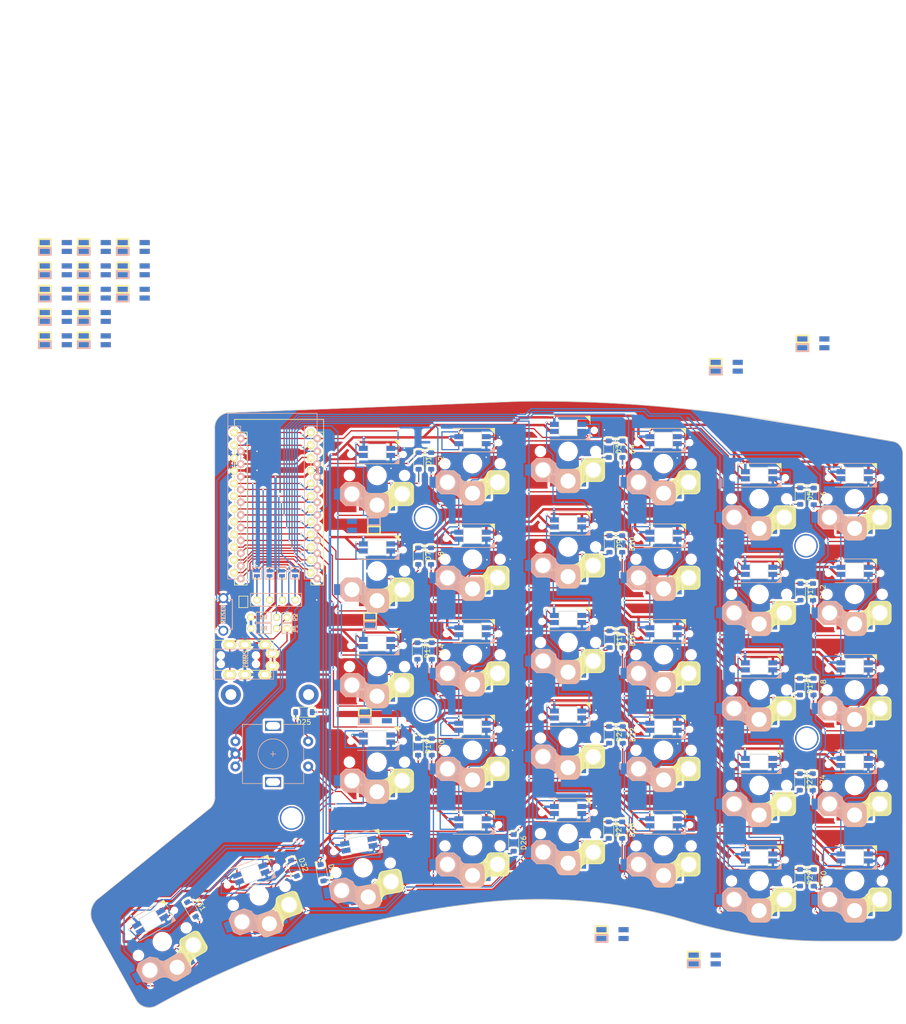
<source format=kicad_pcb>
(kicad_pcb (version 20221018) (generator pcbnew)
  (layers (0 "F.Cu" signal) (31 "B.Cu" signal) (34 "B.Paste" user) (35 "F.Paste" user) (36 "B.SilkS" user "B.Silkscreen") (37 "F.SilkS" user "F.Silkscreen") (38 "B.Mask" user) (39 "F.Mask" user) (44 "Edge.Cuts" user))
  (net 0 "")
  (net 1 "row4")
  (net 2 "row0")
  (net 3 "row1")
  (net 4 "row2")
  (net 5 "row3")
  (net 6 "VCC")
  (net 7 "GND")
  (net 8 "col0")
  (net 9 "col1")
  (net 10 "col2")
  (net 11 "col3")
  (net 12 "col4")
  (net 13 "SDA")
  (net 14 "LED")
  (net 15 "SCL")
  (net 16 "RESET")
  (net 17 "Net-(D1-A)")
  (net 18 "Net-(D2-A)")
  (net 19 "DATA")
  (net 20 "Net-(D3-A)")
  (net 21 "Net-(D4-A)")
  (net 22 "Net-(D5-A)")
  (net 23 "Net-(D6-A)")
  (net 24 "SW25B")
  (net 25 "SW25A")
  (net 26 "ENCB")
  (net 27 "ENCA")
  (net 28 "/i2c_c")
  (net 29 "/i2c_d")
  (net 30 "Net-(D7-A)")
  (net 31 "Net-(D8-A)")
  (net 32 "Net-(D9-A)")
  (net 33 "Net-(D10-A)")
  (net 34 "Net-(D11-A)")
  (net 35 "Net-(D12-A)")
  (net 36 "Net-(D13-A)")
  (net 37 "Net-(D14-A)")
  (net 38 "Net-(D15-A)")
  (net 39 "Net-(D16-A)")
  (net 40 "Net-(D17-A)")
  (net 41 "Net-(D18-A)")
  (net 42 "Net-(D19-A)")
  (net 43 "Net-(D20-A)")
  (net 44 "Net-(D21-A)")
  (net 45 "Net-(D22-A)")
  (net 46 "Net-(D23-A)")
  (net 47 "Net-(D24-A)")
  (net 48 "Net-(D26-A)")
  (net 49 "Net-(D27-A)")
  (net 50 "Net-(D28-A)")
  (net 51 "Net-(D29-A)")
  (net 52 "Net-(D30-A)")
  (net 53 "row5")
  (net 54 "Net-(D31-A)")
  (net 55 "Net-(D32-A)")
  (net 56 "Net-(D33-A)")
  (net 57 "Net-(J3-P1)")
  (net 58 "Net-(J3-P2)")
  (net 59 "Net-(J3-P3)")
  (net 60 "Net-(J3-P4)")
  (net 61 "Net-(SW2B-DIN)")
  (net 62 "Net-(SW3B-DOUT)")
  (net 63 "Net-(SW10B-DOUT)")
  (net 64 "Net-(SW11B-DIN)")
  (net 65 "Net-(SW14B-DOUT)")
  (net 66 "Net-(SW15B-DIN)")
  (net 67 "Net-(SW10B-DIN)")
  (net 68 "Net-(SW11B-DOUT)")
  (net 69 "Net-(SW14B-DIN)")
  (net 70 "Net-(SW15B-DOUT)")
  (net 71 "Net-(SW16B-DIN)")
  (net 72 "Net-(SW17B-DOUT)")
  (net 73 "Net-(SW21B-DOUT)")
  (net 74 "Net-(SW23B-DOUT)")
  (net 75 "unconnected-(U1-RAW-Pad24)")
  (net 76 "Net-(D34-DIN)")
  (net 77 "Net-(D34-DOUT)")
  (net 78 "Net-(D35-DIN)")
  (net 79 "Net-(D35-DOUT)")
  (net 80 "Net-(D36-DIN)")
  (net 81 "Net-(D36-DOUT)")
  (net 82 "Net-(D37-DIN)")
  (net 83 "Net-(D37-DOUT)")
  (net 84 "Net-(D38-DIN)")
  (net 85 "Net-(D38-DOUT)")
  (net 86 "Net-(D39-DIN)")
  (net 87 "Net-(D39-DOUT)")
  (net 88 "Net-(D40-DIN)")
  (net 89 "Net-(D40-DOUT)")
  (net 90 "Net-(D41-DIN)")
  (net 92 "Net-(D42-DIN)")
  (net 93 "Net-(D42-DOUT)")
  (net 94 "Net-(D43-DIN)")
  (net 95 "Net-(D43-DOUT)")
  (net 96 "Net-(D44-DIN)")
  (net 97 "Net-(D44-DOUT)")
  (net 98 "Net-(D46-DIN)")
  (net 99 "Net-(D46-DOUT)")
  (net 100 "Net-(D47-DIN)")
  (net 101 "Net-(D47-DOUT)")
  (net 102 "Net-(D48-DIN)")
  (net 103 "Net-(D48-DOUT)")
  (net 104 "Net-(D49-DIN)")
  (net 105 "Net-(D49-DOUT)")
  (net 106 "Net-(D50-DIN)")
  (net 108 "Net-(D51-DIN)")
  (net 109 "Net-(D51-DOUT)")
  (net 110 "Net-(D52-DIN)")
  (net 111 "Net-(D53-DIN)")
  (net 112 "Net-(D53-DOUT)")
  (net 113 "Net-(D54-DIN)")
  (footprint "SofleKeyboard-footprint:RESISTOR_mini" (layer "F.Cu") (at 98.039272 80.311965)
    (fp_text reference "R1")
    (fp_text value "R" hide)
  )
  (footprint "SofleKeyboard-footprint:RESISTOR_mini" (layer "F.Cu") (at 98.039272 78.061965)
    (fp_text reference "R2")
    (fp_text value "R" hide)
  )
  (footprint "SofleKeyboard-footprint:MJ-4PP-9" (layer "F.Cu") (at 88 85.65 90)
    (fp_text reference "J2")
    (fp_text value "4PIN" hide)
  )
  (footprint "SofleKeyboard-footprint:1pin_conn" (layer "F.Cu") (at 102.7 80.3 -90)
    (fp_text reference "P1")
    (fp_text value "i2c_pin" hide)
  )
  (footprint "SofleKeyboard-footprint:1pin_conn" (layer "F.Cu") (at 102.7 78.1 -90)
    (fp_text reference "P2")
    (fp_text value "i2c_pin" hide)
  )
  (footprint "SofleKeyboard-footprint:HOLE_M2_TH" (layer "F.Cu") (at 103.6 118.1 90)
    (fp_text reference "TH7" hide)
    (fp_text value "HOLE" hide)
  )
  (footprint "SofleKeyboard-footprint:ProMicro" (layer "F.Cu") (at 101 56)
    (fp_text reference "U1" hide)
    (fp_text value "ProMicro" hide)
  )
  (footprint "SofleKeyboard-footprint:Jumper" (layer "F.Cu") (at 104.3 69.3 90)
    (fp_text reference "JP1" hide)
    (fp_text value "Jumper_NO_Small" hide)
  )
  (footprint "SofleKeyboard-footprint:Jumper" (layer "F.Cu") (at 101.7 69.3 90)
    (fp_text reference "JP2" hide)
    (fp_text value "Jumper_NO_Small" hide)
  )
  (footprint "SofleKeyboard-footprint:Jumper" (layer "F.Cu") (at 99.2 69.3 90)
    (fp_text reference "JP3" hide)
    (fp_text value "Jumper_NO_Small" hide)
  )
  (footprint "SofleKeyboard-footprint:TACT_SWITCH_TVBP06" (layer "F.Cu") (at 90 77.5 -90)
    (fp_text reference "RSW1" hide)
    (fp_text value "SW_RST" hide)
  )
  (footprint "SofleKeyboard-footprint:jumper_data" (layer "F.Cu") (at 94 75 -90)
    (fp_text reference "W1" hide)
    (fp_text value "jumper" hide)
  )
  (footprint "Diode_SMD:D_SOD-123-dbl" (layer "F.Cu") (at 106.071125 96.988456 180)
    (fp_text reference "D25")
    (fp_text value "D")
  )
  (footprint "SofleKeyboard-footprint:M2_HOLE_PCB" (layer "F.Cu") (at 91.5 93.5)
    (fp_text reference "TH1" hide)
    (fp_text value "HOLE")
  )
  (footprint "SofleKeyboard-footprint:Jumper" (layer "F.Cu") (at 96.7 69.3 90)
    (fp_text reference "JP4" hide)
    (fp_text value "Jumper_NO_Small" hide)
  )
  (footprint "SofleKeyboard-footprint:OLED_4Pin" (layer "F.Cu") (at 96.7 74.6)
    (fp_text reference "J3" hide)
    (fp_text value "OLED" hide)
  )
  (footprint "SofleKeyboard-footprint:M2_HOLE_PCB" (layer "F.Cu") (at 107 93.5)
    (fp_text reference "TH2" hide)
    (fp_text value "HOLE")
  )
  (footprint "SofleKeyboard-footprint:RotaryEncoder_Alps_EC11E-Switch_Vertical_H20mm-keebio_modified" (layer "F.Cu") (at 99.915822 105.312306)
    (fp_text reference "SW25" hide)
    (fp_text value "Rotary_Encoder_Switch")
  )
  (footprint "SofleKeyboard-footprint:HOLE_M2_TH" (layer "F.Cu") (at 206.435309 64.08559)
    (fp_text reference "TH4" hide)
    (fp_text value "HOLE" hide)
  )
  (footprint "SofleKeyboard-footprint:HOLE_M2_TH" (layer "F.Cu") (at 206.55 102.2)
    (fp_text reference "TH6" hide)
    (fp_text value "HOLE" hide)
  )
  (footprint "SofleKeyboard-footprint:HOLE_M2_TH" (layer "F.Cu") (at 130.3 58.3)
    (fp_text reference "TH3" hide)
    (fp_text value "HOLE" hide)
  )
  (footprint "SofleKeyboard-footprint:HOLE_M2_TH" (layer "F.Cu") (at 130.35 96.6)
    (fp_text reference "TH5" hide)
    (fp_text value "HOLE" hide)
  )
  (footprint "Diode_SMD:D_SOD-123-dbl" (layer "F.Cu") (at 166.95 101.5 -90)
    (fp_text reference "D21")
    (fp_text value "D")
  )
  (footprint "Diode_SMD:D_SOD-123-dbl" (layer "F.Cu") (at 169.6 44.55 -90)
    (fp_text reference "D4")
    (fp_text value "D")
  )
  (footprint "SofleChoc:Choc_Hotswap_SK6812MiniE" (layer "F.Cu") (at 215.9 92.55 180)
    (fp_text reference "SW18" hide)
    (fp_text value "SW_PUSH_LED" hide)
    (fp_line (start -1.8 3.149) (end -1.8 6.249) (stroke (width 0.12)) (layer "Edge.Cuts"))
    (fp_line (start -1.8 6.249) (end 1.8 6.249) (stroke (width 0.12)) (layer "Edge.Cuts"))
    (fp_line (start 1.8 3.149) (end -1.8 3.149) (stroke (width 0.12)) (layer "Edge.Cuts"))
    (fp_line (start 1.8 6.249) (end 1.8 3.149) (stroke (width 0.12)) (layer "Edge.Cuts"))
  )
  (footprint "SofleChoc:SK6812MINI_underglow_dev" (layer "F.Cu") (at 56.581068 22.844737)
    (fp_text reference "D41" hide)
    (fp_text value "SK6812MINI" hide)
  )
  (footprint "SofleChoc:Choc_Hotswap_SK6812MiniE" (layer "F.Cu") (at 215.9 54.45 180)
    (fp_text reference "SW6" hide)
    (fp_text value "SW_PUSH_LED" hide)
    (fp_line (start -1.8 3.149) (end -1.8 6.249) (stroke (width 0.12)) (layer "Edge.Cuts"))
    (fp_line (start -1.8 6.249) (end 1.8 6.249) (stroke (width 0.12)) (layer "Edge.Cuts"))
    (fp_line (start 1.8 3.149) (end -1.8 3.149) (stroke (width 0.12)) (layer "Edge.Cuts"))
    (fp_line (start 1.8 6.249) (end 1.8 3.149) (stroke (width 0.12)) (layer "Edge.Cuts"))
  )
  (footprint "SofleChoc:Choc_Hotswap_SK6812MiniE" (layer "F.Cu") (at 158.75 45 180)
    (fp_text reference "SW3" hide)
    (fp_text value "SW_PUSH_LED" hide)
    (fp_line (start -1.8 3.149) (end -1.8 6.249) (stroke (width 0.12)) (layer "Edge.Cuts"))
    (fp_line (start -1.8 6.249) (end 1.8 6.249) (stroke (width 0.12)) (layer "Edge.Cuts"))
    (fp_line (start 1.8 3.149) (end -1.8 3.149) (stroke (width 0.12)) (layer "Edge.Cuts"))
    (fp_line (start 1.8 6.249) (end 1.8 3.149) (stroke (width 0.12)) (layer "Edge.Cuts"))
  )
  (footprint "Diode_SMD:D_SOD-123-dbl" (layer "F.Cu") (at 128.70695 84.793161 -90)
    (fp_text reference "D13")
    (fp_text value "D")
  )
  (footprint "SofleChoc:Choc_Hotswap_SK6812MiniE" (layer "F.Cu") (at 139.7 85.55 180)
    (fp_text reference "SW14" hide)
    (fp_text value "SW_PUSH_LED" hide)
    (fp_line (start -1.8 3.149) (end -1.8 6.249) (stroke (width 0.12)) (layer "Edge.Cuts"))
    (fp_line (start -1.8 6.249) (end 1.8 6.249) (stroke (width 0.12)) (layer "Edge.Cuts"))
    (fp_line (start 1.8 3.149) (end -1.8 3.149) (stroke (width 0.12)) (layer "Edge.Cuts"))
    (fp_line (start 1.8 6.249) (end 1.8 3.149) (stroke (width 0.12)) (layer "Edge.Cuts"))
  )
  (footprint "SofleChoc:Choc_Hotswap_SK6812MiniE" (layer "F.Cu") (at 196.85 111.6 180)
    (fp_text reference "SW23" hide)
    (fp_text value "SW_PUSH_LED" hide)
    (fp_line (start -1.8 3.149) (end -1.8 6.249) (stroke (width 0.12)) (layer "Edge.Cuts"))
    (fp_line (start -1.8 6.249) (end 1.8 6.249) (stroke (width 0.12)) (layer "Edge.Cuts"))
    (fp_line (start 1.8 3.149) (end -1.8 3.149) (stroke (width 0.12)) (layer "Edge.Cuts"))
    (fp_line (start 1.8 6.249) (end 1.8 3.149) (stroke (width 0.12)) (layer "Edge.Cuts"))
  )
  (footprint "SofleChoc:Choc_Hotswap_SK6812MiniE" (layer "F.Cu") (at 77.825129 142.74045 -150)
    (fp_text reference "SW31" hide)
    (fp_text value "SW_PUSH_LED" hide)
    (fp_line (start -1.8 3.149) (end -1.8 6.249) (stroke (width 0.12)) (layer "Edge.Cuts"))
    (fp_line (start -1.8 6.249) (end 1.8 6.249) (stroke (width 0.12)) (layer "Edge.Cuts"))
    (fp_line (start 1.8 3.149) (end -1.8 3.149) (stroke (width 0.12)) (layer "Edge.Cuts"))
    (fp_line (start 1.8 6.249) (end 1.8 3.149) (stroke (width 0.12)) (layer "Edge.Cuts"))
  )
  (footprint "Diode_SMD:D_SOD-123-dbl" (layer "F.Cu") (at 167 82.45 -90)
    (fp_text reference "D15")
    (fp_text value "D")
  )
  (footprint "SofleChoc:Choc_Hotswap_SK6812MiniE" (layer "F.Cu") (at 215.9 130.65 180)
    (fp_text reference "SW30" hide)
    (fp_text value "SW_PUSH_LED" hide)
    (fp_line (start -1.8 3.149) (end -1.8 6.249) (stroke (width 0.12)) (layer "Edge.Cuts"))
    (fp_line (start -1.8 6.249) (end 1.8 6.249) (stroke (width 0.12)) (layer "Edge.Cuts"))
    (fp_line (start 1.8 3.149) (end -1.8 3.149) (stroke (width 0.12)) (layer "Edge.Cuts"))
    (fp_line (start 1.8 6.249) (end 1.8 3.149) (stroke (width 0.12)) (layer "Edge.Cuts"))
  )
  (footprint "SofleChoc:Choc_Hotswap_SK6812MiniE" (layer "F.Cu") (at 120.65 49.799 180)
    (fp_text reference "SW1" hide)
    (fp_text value "SW_PUSH_LED" hide)
    (fp_line (start -1.8 3.149) (end -1.8 6.249) (stroke (width 0.12)) (layer "Edge.Cuts"))
    (fp_line (start -1.8 6.249) (end 1.8 6.249) (stroke (width 0.12)) (layer "Edge.Cuts"))
    (fp_line (start 1.8 3.149) (end -1.8 3.149) (stroke (width 0.12)) (layer "Edge.Cuts"))
    (fp_line (start 1.8 6.249) (end 1.8 3.149) (stroke (width 0.12)) (layer "Edge.Cuts"))
  )
  (footprint "SofleChoc:Choc_Hotswap_SK6812MiniE" (layer "F.Cu") (at 139.7 47.45 180)
    (fp_text reference "SW2" hide)
    (fp_text value "SW_PUSH_LED" hide)
    (fp_line (start -1.8 3.149) (end -1.8 6.249) (stroke (width 0.12)) (layer "Edge.Cuts"))
    (fp_line (start -1.8 6.249) (end 1.8 6.249) (stroke (width 0.12)) (layer "Edge.Cuts"))
    (fp_line (start 1.8 3.149) (end -1.8 3.149) (stroke (width 0.12)) (layer "Edge.Cuts"))
    (fp_line (start 1.8 6.249) (end 1.8 3.149) (stroke (width 0.12)) (layer "Edge.Cuts"))
  )
  (footprint "SofleChoc:SK6812MINI_underglow_dev" (layer "F.Cu") (at 72.109468 13.544737)
    (fp_text reference "D54" hide)
    (fp_text value "SK6812MINI" hide)
  )
  (footprint "SofleChoc:SK6812MINI_underglow_dev" (layer "F.Cu") (at 56.581068 8.894737)
    (fp_text reference "D38" hide)
    (fp_text value "SK6812MINI" hide)
  )
  (footprint "SofleChoc:Choc_Hotswap_SK6812MiniE" (layer "F.Cu") (at 139.7 104.6 180)
    (fp_text reference "SW20" hide)
    (fp_text value "SW_PUSH_LED" hide)
    (fp_line (start -1.8 3.149) (end -1.8 6.249) (stroke (width 0.12)) (layer "Edge.Cuts"))
    (fp_line (start -1.8 6.249) (end 1.8 6.249) (stroke (width 0.12)) (layer "Edge.Cuts"))
    (fp_line (start 1.8 3.149) (end -1.8 3.149) (stroke (width 0.12)) (layer "Edge.Cuts"))
    (fp_line (start 1.8 6.249) (end 1.8 3.149) (stroke (width 0.12)) (layer "Edge.Cuts"))
  )
  (footprint "SofleChoc:SK6812MINI_underglow_dev" (layer "F.Cu") (at 56.581068 4.244737)
    (fp_text reference "D37" hide)
    (fp_text value "SK6812MINI" hide)
  )
  (footprint "SofleChoc:SK6812MINI_underglow_dev" (layer "F.Cu") (at 120.398108 97.817529)
    (fp_text reference "D36" hide)
    (fp_text value "SK6812MINI" hide)
  )
  (footprint "Diode_SMD:D_SOD-123-dbl" (layer "F.Cu") (at 205 91.9 -90)
    (fp_text reference "D17")
    (fp_text value "D")
  )
  (footprint "Diode_SMD:D_SOD-123-dbl" (layer "F.Cu") (at 204.95 110.9 -90)
    (fp_text reference "D23")
    (fp_text value "D")
  )
  (footprint "SofleChoc:SK6812MINI_underglow_dev" (layer "F.Cu") (at 185.999537 146.31014)
    (fp_text reference "D43" hide)
    (fp_text value "SK6812MINI" hide)
  )
  (footprint "Diode_SMD:D_SOD-123-dbl" (layer "F.Cu") (at 169.65 101.5 -90)
    (fp_text reference "D22")
    (fp_text value "D")
  )
  (footprint "SofleChoc:Choc_Hotswap_SK6812MiniE" (layer "F.Cu") (at 177.8 104.6 180)
    (fp_text reference "SW22" hide)
    (fp_text value "SW_PUSH_LED" hide)
    (fp_line (start -1.8 3.149) (end -1.8 6.249) (stroke (width 0.12)) (layer "Edge.Cuts"))
    (fp_line (start -1.8 6.249) (end 1.8 6.249) (stroke (width 0.12)) (layer "Edge.Cuts"))
    (fp_line (start 1.8 3.149) (end -1.8 3.149) (stroke (width 0.12)) (layer "Edge.Cuts"))
    (fp_line (start 1.8 6.249) (end 1.8 3.149) (stroke (width 0.12)) (layer "Edge.Cuts"))
  )
  (footprint "SofleChoc:Choc_Hotswap_SK6812MiniE" (layer "F.Cu") (at 215.9 111.6 180)
    (fp_text reference "SW24" hide)
    (fp_text value "SW_PUSH_LED" hide)
    (fp_line (start -1.8 3.149) (end -1.8 6.249) (stroke (width 0.12)) (layer "Edge.Cuts"))
    (fp_line (start -1.8 6.249) (end 1.8 6.249) (stroke (width 0.12)) (layer "Edge.Cuts"))
    (fp_line (start 1.8 3.149) (end -1.8 3.149) (stroke (width 0.12)) (layer "Edge.Cuts"))
    (fp_line (start 1.8 6.249) (end 1.8 3.149) (stroke (width 0.12)) (layer "Edge.Cuts"))
  )
  (footprint "SofleChoc:SK6812MINI_underglow_dev" (layer "F.Cu") (at 64.345268 18.194737)
    (fp_text reference "D48" hide)
    (fp_text value "SK6812MINI" hide)
  )
  (footprint "SofleChoc:SK6812MINI_underglow_dev" (layer "F.Cu") (at 117.848398 59.830351 180)
    (fp_text reference "D34" hide)
    (fp_text value "SK6812MINI" hide)
  )
  (footprint "Diode_SMD:D_SOD-123-dbl" (layer "F.Cu") (at 83.65 136.3 -60)
    (fp_text reference "D31")
    (fp_text value "D")
  )
  (footprint "SofleChoc:Choc_Hotswap_SK6812MiniE" (layer "F.Cu") (at 177.8 47.45 180)
    (fp_text reference "SW4" hide)
    (fp_text value "SW_PUSH_LED" hide)
    (fp_line (start -1.8 3.149) (end -1.8 6.249) (stroke (width 0.12)) (layer "Edge.Cuts"))
    (fp_line (start -1.8 6.249) (end 1.8 6.249) (stroke (width 0.12)) (layer "Edge.Cuts"))
    (fp_line (start 1.8 3.149) (end -1.8 3.149) (stroke (width 0.12)) (layer "Edge.Cuts"))
    (fp_line (start 1.8 6.249) (end 1.8 3.149) (stroke (width 0.12)) (layer "Edge.Cuts"))
  )
  (footprint "Diode_SMD:D_SOD-123-dbl" (layer "F.Cu") (at 166.85 44.55 -90)
    (fp_text reference "D3")
    (fp_text value "D")
  )
  (footprint "SofleChoc:Choc_Hotswap_SK6812MiniE" (layer "F.Cu") (at 158.75 121.2 180)
    (fp_text reference "SW27" hide)
    (fp_text value "SW_PUSH_LED" hide)
    (fp_line (start -1.8 3.149) (end -1.8 6.249) (stroke (width 0.12)) (layer "Edge.Cuts"))
    (fp_line (start -1.8 6.249) (end 1.8 6.249) (stroke (width 0.12)) (layer "Edge.Cuts"))
    (fp_line (start 1.8 3.149) (end -1.8 3.149) (stroke (width 0.12)) (layer "Edge.Cuts"))
    (fp_line (start 1.8 6.249) (end 1.8 3.149) (stroke (width 0.12)) (layer "Edge.Cuts"))
  )
  (footprint "SofleChoc:Choc_Hotswap_SK6812MiniE" (layer "F.Cu") (at 120.65 106.95 180)
    (fp_text reference "SW19" hide)
    (fp_text value "SW_PUSH_LED" hide)
    (fp_line (start -1.8 3.149) (end -1.8 6.249) (stroke (width 0.12)) (layer "Edge.Cuts"))
    (fp_line (start -1.8 6.249) (end 1.8 6.249) (stroke (width 0.12)) (layer "Edge.Cuts"))
    (fp_line (start 1.8 3.149) (end -1.8 3.149) (stroke (width 0.12)) (layer "Edge.Cuts"))
    (fp_line (start 1.8 6.249) (end 1.8 3.149) (stroke (width 0.12)) (layer "Edge.Cuts"))
  )
  (footprint "SofleChoc:Choc_Hotswap_SK6812MiniE" (layer "F.Cu") (at 177.8 85.55 180)
    (fp_text reference "SW16" hide)
    (fp_text value "SW_PUSH_LED" hide)
    (fp_line (start -1.8 3.149) (end -1.8 6.249) (stroke (width 0.12)) (layer "Edge.Cuts"))
    (fp_line (start -1.8 6.249) (end 1.8 6.249) (stroke (width 0.12)) (layer "Edge.Cuts"))
    (fp_line (start 1.8 3.149) (end -1.8 3.149) (stroke (width 0.12)) (layer "Edge.Cuts"))
    (fp_line (start 1.8 6.249) (end 1.8 3.149) (stroke (width 0.12)) (layer "Edge.Cuts"))
  )
  (footprint "Diode_SMD:D_SOD-123-dbl" (layer "F.Cu") (at 207.55 110.9 -90)
    (fp_text reference "D24")
    (fp_text value "D")
  )
  (footprint "SofleChoc:Choc_Hotswap_SK6812MiniE" (layer "F.Cu") (at 139.7 66.499 180)
    (fp_text reference "SW8" hide)
    (fp_text value "SW_PUSH_LED" hide)
    (fp_line (start -1.8 3.149) (end -1.8 6.249) (stroke (width 0.12)) (layer "Edge.Cuts"))
    (fp_line (start -1.8 6.249) (end 1.8 6.249) (stroke (width 0.12)) (layer "Edge.Cuts"))
    (fp_line (start 1.8 3.149) (end -1.8 3.149) (stroke (width 0.12)) (layer "Edge.Cuts"))
    (fp_line (start 1.8 6.249) (end 1.8 3.149) (stroke (width 0.12)) (layer "Edge.Cuts"))
  )
  (footprint "SofleChoc:SK6812MINI_underglow_dev" (layer "F.Cu") (at 167.619742 141.226237)
    (fp_text reference "D42" hide)
    (fp_text value "SK6812MINI" hide)
  )
  (footprint "Diode_SMD:D_SOD-123-dbl" (layer "F.Cu") (at 205 130 -90)
    (fp_text reference "D29")
    (fp_text value "D")
  )
  (footprint "SofleChoc:SK6812MINI_underglow_dev" (layer "F.Cu") (at 72.109468 4.244737)
    (fp_text reference "D52" hide)
    (fp_text value "SK6812MINI" hide)
  )
  (footprint "Diode_SMD:D_SOD-123-dbl" (layer "F.Cu") (at 104.1 128.1 -70)
    (fp_text reference "D32")
    (fp_text value "D")
  )
  (footprint "SofleChoc:SK6812MINI_underglow_dev" (layer "F.Cu") (at 190.399537 28.109402)
    (fp_text reference "D51" hide)
    (fp_text value "SK6812MINI" hide)
  )
  (footprint "SofleChoc:Choc_Hotswap_SK6812MiniE" (layer "F.Cu") (at 120.65 68.85 180)
    (fp_text reference "SW7" hide)
    (fp_text value "SW_PUSH_LED" hide)
    (fp_line (start -1.8 3.149) (end -1.8 6.249) (stroke (width 0.12)) (layer "Edge.Cuts"))
    (fp_line (start -1.8 6.249) (end 1.8 6.249) (stroke (width 0.12)) (layer "Edge.Cuts"))
    (fp_line (start 1.8 3.149) (end -1.8 3.149) (stroke (width 0.12)) (layer "Edge.Cuts"))
    (fp_line (start 1.8 6.249) (end 1.8 3.149) (stroke (width 0.12)) (layer "Edge.Cuts"))
  )
  (footprint "SofleChoc:SK6812MINI_underglow_dev" (layer "F.Cu") (at 56.581068 18.194737)
    (fp_text reference "D40" hide)
    (fp_text value "SK6812MINI" hide)
  )
  (footprint "SofleChoc:Choc_Hotswap_SK6812MiniE" (layer "F.Cu") (at 177.8 123.65 180)
    (fp_text reference "SW28" hide)
    (fp_text value "SW_PUSH_LED" hide)
    (fp_line (start -1.8 3.149) (end -1.8 6.249) (stroke (width 0.12)) (layer "Edge.Cuts"))
    (fp_line (start -1.8 6.249) (end 1.8 6.249) (stroke (width 0.12)) (layer "Edge.Cuts"))
    (fp_line (start 1.8 3.149) (end -1.8 3.149) (stroke (width 0.12)) (layer "Edge.Cuts"))
    (fp_line (start 1.8 6.249) (end 1.8 3.149) (stroke (width 0.12)) (layer "Edge.Cuts"))
  )
  (footprint "Diode_SMD:D_SOD-123-dbl" (layer "F.Cu") (at 128.870701 65.878952 -90)
    (fp_text reference "D7")
    (fp_text value "D")
  )
  (footprint "SofleChoc:Choc_Hotswap_SK6812MiniE" (layer "F.Cu") (at 196.85 130.65 180)
    (fp_text reference "SW29" hide)
    (fp_text value "SW_PUSH_LED" hide)
    (fp_line (start -1.8 3.149) (end -1.8 6.249) (stroke (width 0.12)) (layer "Edge.Cuts"))
    (fp_line (start -1.8 6.249) (end 1.8 6.249) (stroke (width 0.12)) (layer "Edge.Cuts"))
    (fp_line (start 1.8 3.149) (end -1.8 3.149) (stroke (width 0.12)) (layer "Edge.Cuts"))
    (fp_line (start 1.8 6.249) (end 1.8 3.149) (stroke (width 0.12)) (layer "Edge.Cuts"))
  )
  (footprint "Diode_SMD:D_SOD-123-dbl" (layer "F.Cu") (at 147.9 123.05 -90)
    (fp_text reference "D26")
    (fp_text value "D")
  )
  (footprint "SofleChoc:Choc_Hotswap_SK6812MiniE" (layer "F.Cu") (at 158.75 83.1 180)
    (fp_text reference "SW15" hide)
    (fp_text value "SW_PUSH_LED" hide)
    (fp_line (start -1.8 3.149) (end -1.8 6.249) (stroke (width 0.12)) (layer "Edge.Cuts"))
    (fp_line (start -1.8 6.249) (end 1.8 6.249) (stroke (width 0.12)) (layer "Edge.Cuts"))
    (fp_line (start 1.8 3.149) (end -1.8 3.149) (stroke (width 0.12)) (layer "Edge.Cuts"))
    (fp_line (start 1.8 6.249) (end 1.8 3.149) (stroke (width 0.12)) (layer "Edge.Cuts"))
  )
  (footprint "Diode_SMD:D_SOD-123-dbl" (layer "F.Cu") (at 169.55 120.5 -90)
    (fp_text reference "D28")
    (fp_text value "D")
  )
  (footprint "SofleChoc:Choc_Hotswap_SK6812MiniE" (layer "F.Cu") (at 177.8 66.5 180)
    (fp_text reference "SW10" hide)
    (fp_text value "SW_PUSH_LED" hide)
    (fp_line (start -1.8 3.149) (end -1.8 6.249) (stroke (width 0.12)) (layer "Edge.Cuts"))
    (fp_line (start -1.8 6.249) (end 1.8 6.249) (stroke (width 0.12)) (layer "Edge.Cuts"))
    (fp_line (start 1.8 3.149) (end -1.8 3.149) (stroke (width 0.12)) (layer "Edge.Cuts"))
    (fp_line (start 1.8 6.249) (end 1.8 3.149) (stroke (width 0.12)) (layer "Edge.Cuts"))
  )
  (footprint "SofleChoc:Choc_Hotswap_SK6812MiniE" (layer "F.Cu") (at 97.150942 133.61347 -160)
    (fp_text reference "SW32" hide)
    (fp_text value "SW_PUSH_LED" hide)
    (fp_line (start -1.8 3.149) (end -1.8 6.249) (stroke (width 0.12)) (layer "Edge.Cuts"))
    (fp_line (start -1.8 6.249) (end 1.8 6.249) (stroke (width 0.12)) (layer "Edge.Cuts"))
    (fp_line (start 1.8 3.149) (end -1.8 3.149) (stroke (width 0.12)) (layer "Edge.Cuts"))
    (fp_line (start 1.8 6.249) (end 1.8 3.149) (stroke (width 0.12)) (layer "Edge.Cuts"))
  )
  (footprint "SofleChoc:Choc_Hotswap_SK6812MiniE" (layer "F.Cu") (at 196.85 73.5 180)
    (fp_text reference "SW11" hide)
    (fp_text value "SW_PUSH_LED" hide)
    (fp_line (start -1.8 3.149) (end -1.8 6.249) (stroke (width 0.12)) (layer "Edge.Cuts"))
    (fp_line (start -1.8 6.249) (end 1.8 6.249) (stroke (width 0.12)) (layer "Edge.Cuts"))
    (fp_line (start 1.8 3.149) (end -1.8 3.149) (stroke (width 0.12)) (layer "Edge.Cuts"))
    (fp_line (start 1.8 6.249) (end 1.8 3.149) (stroke (width 0.12)) (layer "Edge.Cuts"))
  )
  (footprint "Diode_SMD:D_SOD-123-dbl" (layer "F.Cu") (at 167 63.45 -90)
    (fp_text reference "D9")
    (fp_text value "D")
  )
  (footprint "Diode_SMD:D_SOD-123-dbl" (layer "F.Cu") (at 128.85 103.9 -90)
    (fp_text reference "D19")
    (fp_text value "D")
  )
  (footprint "Diode_SMD:D_SOD-123-dbl" (layer "F.Cu") (at 169.6 82.45 -90)
    (fp_text reference "D16")
    (fp_text value "D")
  )
  (footprint "Diode_SMD:D_SOD-123-dbl" (layer "F.Cu") (at 109.682648 129.008877 -80)
    (fp_text reference "D33")
    (fp_text value "D")
  )
  (footprint "SofleChoc:Choc_Hotswap_SK6812MiniE" (layer "F.Cu") (at 158.75 64.05 180)
    (fp_text reference "SW9" hide)
    (fp_text value "SW_PUSH_LED" hide)
    (fp_line (start -1.8 3.149) (end -1.8 6.249) (stroke (width 0.12)) (layer "Edge.Cuts"))
    (fp_line (start -1.8 6.249) (end 1.8 6.249) (stroke (width 0.12)) (layer "Edge.Cuts"))
    (fp_line (start 1.8 3.149) (end -1.8 3.149) (stroke (width 0.12)) (layer "Edge.Cuts"))
    (fp_line (start 1.8 6.249) (end 1.8 3.149) (stroke (width 0.12)) (layer "Edge.Cuts"))
  )
  (footprint "Diode_SMD:D_SOD-123-dbl" (layer "F.Cu") (at 207.6 73 -90)
    (fp_text reference "D12")
    (fp_text value "D")
  )
  (footprint "SofleChoc:Choc_Hotswap_SK6812MiniE" (layer "F.Cu") (at 120.65 87.9 180)
    (fp_text reference "SW13" hide)
    (fp_text value "SW_PUSH_LED" hide)
    (fp_line (start -1.8 3.149) (end -1.8 6.249) (stroke (width 0.12)) (layer "Edge.Cuts"))
    (fp_line (start -1.8 6.249) (end 1.8 6.249) (stroke (width 0.12)) (layer "Edge.Cuts"))
    (fp_line (start 1.8 3.149) (end -1.8 3.149) (stroke (width 0.12)) (layer "Edge.Cuts"))
    (fp_line (start 1.8 6.249) (end 1.8 3.149) (stroke (width 0.12)) (layer "Edge.Cuts"))
  )
  (footprint "Diode_SMD:D_SOD-123-dbl" (layer "F.Cu") (at 205.05 53.9 -90)
    (fp_text reference "D5")
    (fp_text value "D")
  )
  (footprint "Diode_SMD:D_SOD-123-dbl" (layer "F.Cu") (at 131.45 46.9 -90)
    (fp_text reference "D2")
    (fp_text value "D")
  )
  (footprint "SofleChoc:SK6812MINI_underglow_dev" (layer "F.Cu") (at 72.109468 8.894737)
    (fp_text reference "D53" hide)
    (fp_text value "SK6812MINI" hide)
  )
  (footprint "Diode_SMD:D_SOD-123-dbl" (layer "F.Cu") (at 207.755488 130.02118 -90)
    (fp_text reference "D30")
    (fp_text value "D")
  )
  (footprint "SofleChoc:SK6812MINI_underglow_dev" (layer "F.Cu") (at 121.462217 78.795296)
    (fp_text reference "D35" hide)
    (fp_text value "SK6812MINI" hide)
  )
  (footprint "SofleChoc:Choc_Hotswap_SK6812MiniE" (layer "F.Cu") (at 196.85 92.55 180)
    (fp_text reference "SW17" hide)
    (fp_text value "SW_PUSH_LED" hide)
    (fp_line (start -1.8 3.149) (end -1.8 6.249) (stroke (width 0.12)) (layer "Edge.Cuts"))
    (fp_line (start -1.8 6.249) (end 1.8 6.249) (stroke (width 0.12)) (layer "Edge.Cuts"))
    (fp_line (start 1.8 3.149) (end -1.8 3.149) (stroke (width 0.12)) (layer "Edge.Cuts"))
    (fp_line (start 1.8 6.249) (end 1.8 3.149) (stroke (width 0.12)) (layer "Edge.Cuts"))
  )
  (footprint "SofleChoc:Choc_Hotswap_SK6812MiniE" (layer "F.Cu") (at 215.9 73.5 180)
    (fp_text reference "SW12" hide)
    (fp_text value "SW_PUSH_LED" hide)
    (fp_line (start -1.8 3.149) (end -1.8 6.249) (stroke (width 0.12)) (layer "Edge.Cuts"))
    (fp_line (start -1.8 6.249) (end 1.8 6.249) (stroke (width 0.12)) (layer "Edge.Cuts"))
    (fp_line (start 1.8 3.149) (end -1.8 3.149) (stroke (width 0.12)) (layer "Edge.Cuts"))
    (fp_line (start 1.8 6.249) (end 1.8 3.149) (stroke (width 0.12)) (layer "Edge.Cuts"))
  )
  (footprint "Diode_SMD:D_SOD-123-dbl" (layer "F.Cu") (at 207.7 91.9 -90)
    (fp_text reference "D18")
    (fp_text value "D")
  )
  (footprint "Diode_SMD:D_SOD-123-dbl" (layer "F.Cu") (at 166.85 120.5 -90)
    (fp_text reference "D27")
    (fp_text value "D")
  )
  (footprint "SofleChoc:SK6812MINI_underglow_dev" (layer "F.Cu") (at 64.345268 22.844737)
    (fp_text reference "D49" hide)
    (fp_text value "SK6812MINI" hide)
  )
  (footprint "SofleChoc:Choc_Hotswap_SK6812MiniE" (layer "F.Cu") (at 158.75 102.15 180)
    (fp_text reference "SW21" hide)
    (fp_text value "SW_PUSH_LED" hide)
    (fp_line (start -1.8 3.149) (end -1.8 6.249) (stroke (width 0.12)) (layer "Edge.Cuts"))
    (fp_line (start -1.8 6.249) (end 1.8 6.249) (stroke (width 0.12)) (layer "Edge.Cuts"))
    (fp_line (start 1.8 3.149) (end -1.8 3.149) (stroke (width 0.12)) (layer "Edge.Cuts"))
    (fp_line (start 1.8 6.249) (end 1.8 3.149) (stroke (width 0.12)) (layer "Edge.Cuts"))
  )
  (footprint "SofleChoc:SK6812MINI_underglow_dev" (layer "F.Cu") (at 64.345268 13.544737)
    (fp_text reference "D47" hide)
    (fp_text value "SK6812MINI" hide)
  )
  (footprint "SofleChoc:Choc_Hotswap_SK6812MiniE" (layer "F.Cu") (at 117.868014 128.025849 -170)
    (fp_text reference "SW33" hide)
    (fp_text value "SW_PUSH_LED" hide)
    (fp_line (start -1.8 3.149) (end -1.8 6.249) (stroke (width 0.12)) (layer "Edge.Cuts"))
    (fp_line (start -1.8 6.249) (end 1.8 6.249) (stroke (width 0.12)) (layer "Edge.Cuts"))
    (fp_line (start 1.8 3.149) (end -1.8 3.149) (stroke (width 0.12)) (layer "Edge.Cuts"))
    (fp_line (start 1.8 6.249) (end 1.8 3.149) (stroke (width 0.12)) (layer "Edge.Cuts"))
  )
  (footprint "Diode_SMD:D_SOD-123-dbl" (layer "F.Cu") (at 205.1 73 -90)
    (fp_text reference "D11")
    (fp_text value "D")
  )
  (footprint "Diode_SMD:D_SOD-123-dbl" (layer "F.Cu") (at 169.55 63.45 -90)
    (fp_text reference "D10")
    (fp_text value "D")
  )
  (footprint "Diode_SMD:D_SOD-123-dbl" (layer "F.Cu") (at 131.420701 65.878952 -90)
    (fp_text reference "D8")
    (fp_text value "D")
  )
  (footprint "Diode_SMD:D_SOD-123-dbl" (layer "F.Cu") (at 131.55 103.9 -90)
    (fp_text reference "D20")
    (fp_text value "D")
  )
  (footprint "SofleChoc:SK6812MINI_underglow_dev" (layer "F.Cu") (at 64.345268 4.244737)
    (fp_text reference "D44" hide)
    (fp_text value "SK6812MINI" hide)
  )
  (footprint "SofleChoc:SK6812MINI_underglow_dev" (layer "F.Cu") (at 207.684881 23.448108)
    (fp_text reference "D50" hide)
    (fp_text value "SK6812MINI" hide)
  )
  (footprint "SofleChoc:SK6812MINI_underglow_dev" (layer "F.Cu") (at 64.345268 8.894737)
    (fp_text reference "D46" hide)
    (fp_text value "SK6812MINI" hide)
  )
  (footprint "Diode_SMD:D_SOD-123-dbl" (layer "F.Cu") (at 131.55695 84.793161 -90)
    (fp_text reference "D14")
    (fp_text value "D")
  )
  (footprint "SofleChoc:Choc_Hotswap_SK6812MiniE" (layer "F.Cu") (at 196.85 54.45 180)
    (fp_text reference "SW5" hide)
    (fp_text value "SW_PUSH_LED" hide)
    (fp_line (start -1.8 3.149) (end -1.8 6.249) (stroke (width 0.12)) (layer "Edge.Cuts"))
    (fp_line (start -1.8 6.249) (end 1.8 6.249) (stroke (width 0.12)) (layer "Edge.Cuts"))
    (fp_line (start 1.8 3.149) (end -1.8 3.149) (stroke (width 0.12)) (layer "Edge.Cuts"))
    (fp_line (start 1.8 6.249) (end 1.8 3.149) (stroke (width 0.12)) (layer "Edge.Cuts"))
  )
  (footprint "Diode_SMD:D_SOD-123-dbl" (layer "F.Cu") (at 128.95 46.9 -90)
    (fp_text reference "D1")
    (fp_text value "D")
  )
  (footprint "Diode_SMD:D_SOD-123-dbl" (layer "F.Cu") (at 207.75 53.95 -90)
    (fp_text reference "D6")
    (fp_text value "D")
  )
  (footprint "SofleChoc:Choc_Hotswap_SK6812MiniE" (layer "F.Cu") (at 139.7 123.65 180)
    (fp_text reference "SW26" hide)
    (fp_text value "SW_PUSH_LED" hide)
    (fp_line (start -1.8 3.149) (end -1.8 6.249) (stroke (width 0.12)) (layer "Edge.Cuts"))
    (fp_line (start -1.8 6.249) (end 1.8 6.249) (stroke (width 0.12)) (layer "Edge.Cuts"))
    (fp_line (start 1.8 3.149) (end -1.8 3.149) (stroke (width 0.12)) (layer "Edge.Cuts"))
    (fp_line (start 1.8 6.249) (end 1.8 3.149) (stroke (width 0.12)) (layer "Edge.Cuts"))
  )
  (footprint "SofleChoc:SK6812MINI_underglow_dev" (layer "F.Cu") (at 56.581068 13.544737)
    (fp_text reference "D39" hide)
    (fp_text value "SK6812MINI" hide)
  )
  (footprint "SofleKeyboard-footprint:Jumper" (layer "B.Cu") (at 101.7 69.3 90)
    (fp_text reference "JP6" hide)
    (fp_text value "Jumper_NO_Small" hide)
  )
  (footprint "SofleKeyboard-footprint:Jumper" (layer "B.Cu") (at 99.2 69.3 90)
    (fp_text reference "JP7" hide)
    (fp_text value "Jumper_NO_Small" hide)
  )
  (footprint "SofleKeyboard-footprint:Jumper" (layer "B.Cu") (at 96.7 69.3 90)
    (fp_text reference "JP8" hide)
    (fp_text value "Jumper_NO_Small" hide)
  )
  (footprint "SofleKeyboard-footprint:Jumper" (layer "B.Cu") (at 104.3 69.3 90)
    (fp_text reference "JP5" hide)
    (fp_text value "Jumper_NO_Small" hide)
  )
  (gr_line (start 72.546087 154.287871) (end 63.991258 138.938726) (stroke (width 0.1)) (layer "Edge.Cuts"))
  (gr_line (start 65.241258 134.010454) (end 87.42132 116.07132) (stroke (width 0.1)) (layer "Edge.Cuts"))
  (gr_line (start 149 35) (end 91.28918 37.263923) (stroke (width 0.1)) (layer "Edge.Cuts"))
  (gr_line (start 223.303228 142.655895) (end 209.276614 142.655895) (stroke (width 0.15)) (layer "Edge.Cuts"))
  (gr_line (start 88.3 113.95) (end 88.263923 40.28918) (stroke (width 0.1)) (layer "Edge.Cuts"))
  (gr_line (start 225.5 45.35) (end 225.470181 119.5) (stroke (width 0.1)) (layer "Edge.Cuts"))
  (gr_arc (start 209.276614 142.655895) (mid 195.383329 141.51232) (end 181.8 138.377948) (stroke (width 0.15)) (layer "Edge.Cuts"))
  (gr_arc (start 76.717681 155.469972) (mid 74.378978 155.771416) (end 72.546087 154.287871) (stroke (width 0.15)) (layer "Edge.Cuts"))
  (gr_arc (start 223.8 43.05) (mid 225.028871 43.919965) (end 225.5 45.35) (stroke (width 0.15)) (layer "Edge.Cuts"))
  (gr_arc (start 88.3 113.95) (mid 88.071639 115.09805) (end 87.42132 116.07132) (stroke (width 0.15)) (layer "Edge.Cuts"))
  (gr_arc (start 138.849288 135.307795) (mid 160.486094 134.584221) (end 181.8 138.377948) (stroke (width 0.15)) (layer "Edge.Cuts"))
  (gr_arc (start 76.717681 155.469972) (mid 106.806308 142.377624) (end 138.849288 135.307795) (stroke (width 0.15)) (layer "Edge.Cuts"))
  (gr_line (start 225.470181 119.5) (end 225.45 140.6) (stroke (width 0.15)) (layer "Edge.Cuts"))
  (gr_arc (start 225.45 140.6) (mid 224.833719 142.105258) (end 223.303228 142.655895) (stroke (width 0.15)) (layer "Edge.Cuts"))
  (gr_line (start 223.8 43.05) (end 203.150884 39.470909) (stroke (width 0.15)) (layer "Edge.Cuts"))
  (gr_arc (start 63.991258 138.938726) (mid 63.684266 136.238201) (end 65.241258 134.010454) (stroke (width 0.15)) (layer "Edge.Cuts"))
  (gr_arc (start 88.263923 40.28918) (mid 89.15 38.15) (end 91.28918 37.263923) (stroke (width 0.15)) (layer "Edge.Cuts"))
  (gr_arc (start 149 35) (mid 176.182104 35.94358) (end 203.150884 39.470909) (stroke (width 0.15)) (layer "Edge.Cuts"))
  (segment (start 116.480344 63.160132) (end 116.771212 63.451) (width 0.25) (layer "F.Cu") (net 0))
  (segment (start 123.4 102.951) (end 124.799 102.951) (width 0.25) (layer "F.Cu") (net 0))
  (segment (start 201.25 51.5) (end 201.2 51.55) (width 0.25) (layer "F.Cu") (net 0))
  (segment (start 162.95 42.2) (end 161.751 41.001) (width 0.25) (layer "F.Cu") (net 0))
  (segment (start 110.65 115.3) (end 108.95 117) (width 0.25) (layer "F.Cu") (net 0))
  (segment (start 120.88993 123.61007) (end 121.2 123.3) (width 0.25) (layer "F.Cu") (net 0))
  (segment (start 71.275 140.375) (end 72.210221 139.439779) (width 0.25) (layer "F.Cu") (net 0))
  (segment (start 220.001 126.651) (end 218.65 126.651) (width 0.25) (layer "F.Cu") (net 0))
  (segment (start 201.2 51.55) (end 190.7 51.55) (width 0.25) (layer "F.Cu") (net 0))
  (segment (start 117.5 44.4) (end 116.45 43.35) (width 0.25) (layer "F.Cu") (net 0))
  (segment (start 117.9 101.551) (end 117.9 100.55) (width 0.25) (layer "F.Cu") (net 0))
  (segment (start 181.999 100.601) (end 182 100.6) (width 0.25) (layer "F.Cu") (net 0))
  (segment (start 142.5 119.701) (end 142.45 119.651) (width 0.25) (layer "F.Cu") (net 0))
  (segment (start 206.65 122.6) (end 194.1 122.6) (width 0.25) (layer "F.Cu") (net 0))
  (segment (start 185.2 40.4) (end 175.65 40.4) (width 0.25) (layer "F.Cu") (net 0))
  (segment (start 220.15 88.5) (end 220.15 88.45) (width 0.25) (layer "F.Cu") (net 0))
  (segment (start 172.5 120.7) (end 171.45 119.65) (width 0.25) (layer "F.Cu") (net 0))
  (segment (start 220.1 69.5) (end 220.15 69.5) (width 0.25) (layer "F.Cu") (net 0))
  (segment (start 117.9 44.4) (end 117.5 44.4) (width 0.25) (layer "F.Cu") (net 0))
  (segment (start 219.95 107.6) (end 219.949 107.601) (width 0.25) (layer "F.Cu") (net 0))
  (segment (start 210.7 127.8) (end 209.45 126.55) (width 0.25) (layer "F.Cu") (net 0))
  (segment (start 175.05 42.051) (end 175.05 41) (width 0.25) (layer "F.Cu") (net 0))
  (segment (start 114.222266 122.122266) (end 114.2 122.1) (width 0.25) (layer "F.Cu") (net 0))
  (segment (start 171.45 119.65) (end 171.45 118.2) (width 0.25) (layer "F.Cu") (net 0))
  (segment (start 209.45 126.55) (end 209.45 125.4) (width 0.25) (layer "F.Cu") (net 0))
  (segment (start 137.6 40.45) (end 136.95 41.1) (width 0.25) (layer "F.Cu") (net 0))
  (segment (start 99.334916 128.915084) (end 99.65 128.6) (width 0.25) (layer "F.Cu") (net 0))
  (segment (start 123.401 64.85) (end 123.4 64.851) (width 0.25) (layer "F.Cu") (net 0))
  (segment (start 213.15 66.85) (end 213.15 66.85) (width 0.25) (layer "F.Cu") (net 0))
  (segment (start 124.85 83.85) (end 123.451 83.85) (width 0.25) (layer "F.Cu") (net 0))
  (segment (start 213.15 125.251) (end 213.15 123.95) (width 0.25) (layer "F.Cu") (net 0))
  (segment (start 219.949 107.601) (end 218.65 107.601) (width 0.25) (layer "F.Cu") (net 0))
  (segment (start 220.1 88.5) (end 220.15 88.5) (width 0.25) (layer "F.Cu") (net 0))
  (segment (start 114.25 120.75) (end 114.25 122.1) (width 0.25) (layer "F.Cu") (net 0))
  (segment (start 78.847786 137.902214) (end 79.5 137.25) (width 0.25) (layer "F.Cu") (net 0))
  (segment (start 213.15 85.8) (end 213.2 85.8) (width 0.25) (layer "F.Cu") (net 0))
  (segment (start 124.8 64.85) (end 123.401 64.85) (width 0.25) (layer "F.Cu") (net 0))
  (segment (start 153.65 42.2) (end 151.9 40.45) (width 0.25) (layer "F.Cu") (net 0))
  (segment (start 112.45 115.3) (end 110.65 115.3) (width 0.25) (layer "F.Cu") (net 0))
  (segment (start 175.05 41) (end 175.1 40.95) (width 0.25) (layer "F.Cu") (net 0))
  (segment (start 99.7 128.6) (end 99.7 128.55) (width 0.25) (layer "F.Cu") (net 0))
  (segment (start 98.367358 128.915084) (end 99.334916 128.915084) (width 0.25) (layer "F.Cu") (net 0))
  (segment (start 220.049 88.551) (end 220.1 88.5) (width 0.25) (layer "F.Cu") (net 0))
  (segment (start 124.799 102.951) (end 124.8 102.95) (width 0.25) (layer "F.Cu") (net 0))
  (segment (start 190.7 51.55) (end 190.7 45.9) (width 0.25) (layer "F.Cu") (net 0))
  (segment (start 105.525 122.875) (end 105.475 122.875) (width 0.25) (layer "F.Cu") (net 0))
  (segment (start 117.9 82.501) (end 117.451 82.501) (width 0.25) (layer "F.Cu") (net 0))
  (segment (start 213.15 66.85) (end 213.15 66.75) (width 0.25) (layer "F.Cu") (net 0))
  (segment (start 175.65 40.4) (end 175.05 41) (width 0.25) (layer "F.Cu") (net 0))
  (segment (start 218.65 88.551) (end 220.049 88.551) (width 0.25) (layer "F.Cu") (net 0))
  (segment (start 161.751 41.001) (end 161.5 41.001) (width 0.25) (layer "F.Cu") (net 0))
  (segment (start 218.65 69.501) (end 220.099 69.501) (width 0.25) (layer "F.Cu") (net 0))
  (segment (start 114.2 122.1) (end 114.25 122.1) (width 0.25) (layer "F.Cu") (net 0))
  (segment (start 201.25 51.5) (end 200.649 51.5) (width 0.25) (layer "F.Cu") (net 0))
  (segment (start 171.45 118.2) (end 167.9 114.65) (width 0.25) (layer "F.Cu") (net 0))
  (segment (start 213.15 85.85) (end 213.15 85.8) (width 0.25) (layer "F.Cu") (net 0))
  (segment (start 190.7 45.9) (end 185.2 40.4) (width 0.25) (layer "F.Cu") (net 0))
  (segment (start 180.55 100.601) (end 181.999 100.601) (width 0.25) (layer "F.Cu") (net 0))
  (segment (start 108.95 119.45) (end 105.525 122.875) (width 0.25) (layer "F.Cu") (net 0))
  (segment (start 78.207199 137.902214) (end 78.847786 137.902214) (width 0.25) (layer "F.Cu") (net 0))
  (segment (start 220.15 88.45) (end 220.1 88.5) (width 0.25) (layer "F.Cu") (net 0))
  (segment (start 114.222266 123.186404) (end 114.222266 122.122266) (width 0.25) (layer "F.Cu") (net 0))
  (segment (start 182 120.7) (end 172.5 120.7) (width 0.25) (layer "F.Cu") (net 0))
  (segment (start 116.771212 63.451) (end 117.9 63.451) (width 0.25) (layer "F.Cu") (net 0))
  (segment (start 221.15 127.8) (end 220.001 126.651) (width 0.25) (layer "F.Cu") (net 0))
  (segment (start 99.7 128.55) (end 99.65 128.6) (width 0.25) (layer "F.Cu") (net 0))
  (segment (start 112.45 115.3) (end 112.5 115.25) (width 0.25) (layer "F.Cu") (net 0))
  (segment (start 123.451 83.85) (end 123.4 83.901) (width 0.25) (layer "F.Cu") (net 0))
  (segment (start 180.55 119.651) (end 180.951 119.651) (width 0.25) (layer "F.Cu") (net 0))
  (segment (start 92.720221 129.480625) (end 92.7 128.25) (width 0.25) (layer "F.Cu") (net 0))
  (segment (start 220.15 69.5) (end 220.15 69.45) (width 0.25) (layer "F.Cu") (net 0))
  (segment (start 175.05 118.251) (end 175.05 117.05) (width 0.25) (layer "F.Cu") (net 0))
  (segment (start 213.25 66.75) (end 213.2 66.8) (width 0.25) (layer "F.Cu") (net 0))
  (segment (start 136.95 41.1) (end 136.95 42.051) (width 0.25) (layer "F.Cu") (net 0))
  (segment (start 213.15 106.201) (end 213.15 105) (width 0.25) (layer "F.Cu") (net 0))
  (segment (start 182 100.6) (end 182.05 100.6) (width 0.25) (layer "F.Cu") (net 0))
  (segment (start 151.9 40.45) (end 137.6 40.45) (width 0.25) (layer "F.Cu") (net 0))
  (segment (start 72.210221 139.439779) (end 72.744059 139.439779) (width 0.25) (layer "F.Cu") (net 0))
  (segment (start 99.65 128.6) (end 99.7 128.6) (width 0.25) (layer "F.Cu") (net 0))
  (segment (start 213.15 87.151) (end 213.15 85.85) (width 0.25) (layer "F.Cu") (net 0))
  (segment (start 114.25 122.15) (end 114.2 122.1) (width 0.25) (layer "F.Cu") (net 0))
  (segment (start 218.65 50.451) (end 220.099 50.451) (width 0.25) (layer "F.Cu") (net 0))
  (segment (start 121.2 123.3) (end 121.15 123.35) (width 0.25) (layer "F.Cu") (net 0))
  (segment (start 92.7 128.25) (end 92.720221 128.270221) (width 0.25) (layer "F.Cu") (net 0))
  (segment (start 220.099 50.451) (end 220.15 50.4) (width 0.25) (layer "F.Cu") (net 0))
  (segment (start 180.951 119.651) (end 182 120.7) (width 0.25) (layer "F.Cu") (net 0))
  (segment (start 119.881816 123.61007) (end 120.88993 123.61007) (width 0.25) (layer "F.Cu") (net 0))
  (segment (start 114.25 122.1) (end 114.25 122.15) (width 0.25) (layer "F.Cu") (net 0))
  (segment (start 108.95 117) (end 108.95 119.45) (width 0.25) (layer "F.Cu") (net 0))
  (segment (start 213.15 68.101) (end 213.15 66.85) (width 0.25) (layer "F.Cu") (net 0))
  (segment (start 209.45 125.4) (end 206.65 122.6) (width 0.25) (layer "F.Cu") (net 0))
  (segment (start 213.15 85.85) (end 213.15 85.85) (width 0.25) (layer "F.Cu") (net 0))
  (segment (start 194.1 125.251) (end 194.1 124) (width 0.25) (layer "F.Cu") (net 0))
  (segment (start 167.9 114.65) (end 156 114.65) (width 0.25) (layer "F.Cu") (net 0))
  (segment (start 144.25 120.75) (end 143.201 119.701) (width 0.25) (layer "F.Cu") (net 0))
  (segment (start 200.649 51.5) (end 199.6 50.451) (width 0.25) (layer "F.Cu") (net 0))
  (segment (start 182.05 100.6) (end 182.05 100.55) (width 0.25) (layer "F.Cu") (net 0))
  (segment (start 221.15 127.8) (end 210.7 127.8) (width 0.25) (layer "F.Cu") (net 0))
  (segment (start 213.15 66.75) (end 213.25 66.75) (width 0.25) (layer "F.Cu") (net 0))
  (segment (start 156 115.801) (end 156 114.65) (width 0.25) (layer "F.Cu") (net 0))
  (segment (start 220.099 69.501) (end 220.1 69.5) (width 0.25) (layer "F.Cu") (net 0))
  (segment (start 144.25 120.75) (end 114.25 120.75) (width 0.25) (layer "F.Cu") (net 0))
  (segment (start 220.15 69.45) (end 220.1 69.5) (width 0.25) (layer "F.Cu") (net 0))
  (segment (start 162.95 42.2) (end 153.65 42.2) (width 0.25) (layer "F.Cu") (net 0))
  (segment (start 194.1 124) (end 194.1 123.95) (width 0.25) (layer "F.Cu") (net 0))
  (segment (start 143.201 119.701) (end 142.5 119.701) (width 0.25) (layer "F.Cu") (net 0))
  (segment (start 182.05 100.55) (end 182.05 100.55) (width 0.25) (layer "F.Cu") (net 0))
  (segment (start 117.451 82.501) (end 116.45 81.5) (width 0.25) (layer "F.Cu") (net 0))
  (segment (start 213.2 85.8) (end 213.2 85.8) (width 0.25) (layer "F.Cu") (net 0))
  (segment (start 194.1 122.6) (end 194.1 124) (width 0.25) (layer "F.Cu") (net 0))
  (via (at 220.15 69.5) (size 0.4) (drill 0.3) (layers "F.Cu" "B.Cu") (net 0))
  (via (at 116.45 43.35) (size 0.4) (drill 0.3) (layers "F.Cu" "B.Cu") (net 0))
  (via (at 79.5 137.25) (size 0.4) (drill 0.3) (layers "F.Cu" "B.Cu") (net 0))
  (via (at 213.15 66.75) (size 0.4) (drill 0.3) (layers "F.Cu" "B.Cu") (net 0))
  (via (at 162.95 42.2) (size 0.4) (drill 0.3) (layers "F.Cu" "B.Cu") (net 0))
  (via (at 116.480344 63.160132) (size 0.4) (drill 0.3) (layers "F.Cu" "B.Cu") (net 0))
  (via (at 220.15 50.4) (size 0.4) (drill 0.3) (layers "F.Cu" "B.Cu") (net 0))
  (via (at 221.15 127.8) (size 0.4) (drill 0.3) (layers "F.Cu" "B.Cu") (net 0))
  (via (at 105.475 122.875) (size 0.4) (drill 0.3) (layers "F.Cu" "B.Cu") (net 0))
  (via (at 201.25 51.5) (size 0.4) (drill 0.3) (layers "F.Cu" "B.Cu") (net 0))
  (via (at 121.2 123.3) (size 0.4) (drill 0.3) (layers "F.Cu" "B.Cu") (net 0))
  (via (at 175.05 117.05) (size 0.4) (drill 0.3) (layers "F.Cu" "B.Cu") (net 0))
  (via (at 219.95 107.6) (size 0.4) (drill 0.3) (layers "F.Cu" "B.Cu") (net 0))
  (via (at 114.25 122.1) (size 0.4) (drill 0.3) (layers "F.Cu" "B.Cu") (net 0))
  (via (at 136.95 41.1) (size 0.4) (drill 0.3) (layers "F.Cu" "B.Cu") (net 0))
  (via (at 220.15 88.5) (size 0.4) (drill 0.3) (layers "F.Cu" "B.Cu") (net 0))
  (via (at 213.15 85.8) (size 0.4) (drill 0.3) (layers "F.Cu" "B.Cu") (net 0))
  (via (at 92.7 128.25) (size 0.4) (drill 0.3) (layers "F.Cu" "B.Cu") (net 0))
  (via (at 213.15 105) (size 0.4) (drill 0.3) (layers "F.Cu" "B.Cu") (net 0))
  (via (at 182 120.7) (size 0.4) (drill 0.3) (layers "F.Cu" "B.Cu") (net 0))
  (via (at 71.275 140.375) (size 0.4) (drill 0.3) (layers "F.Cu" "B.Cu") (net 0))
  (via (at 213.15 123.95) (size 0.4) (drill 0.3) (layers "F.Cu" "B.Cu") (net 0))
  (via (at 144.25 120.75) (size 0.4) (drill 0.3) (layers "F.Cu" "B.Cu") (net 0))
  (via (at 99.7 128.6) (size 0.4) (drill 0.3) (layers "F.Cu" "B.Cu") (net 0))
  (via (at 182.05 100.6) (size 0.4) (drill 0.3) (layers "F.Cu" "B.Cu") (net 0))
  (via (at 175.05 41) (size 0.4) (drill 0.3) (layers "F.Cu" "B.Cu") (net 0))
  (via (at 124.85 83.85) (size 0.4) (drill 0.3) (layers "F.Cu" "B.Cu") (net 0))
  (via (at 112.45 115.3) (size 0.4) (drill 0.3) (layers "F.Cu" "B.Cu") (net 0))
  (via (at 156 114.65) (size 0.4) (drill 0.3) (layers "F.Cu" "B.Cu") (net 0))
  (via (at 117.9 100.55) (size 0.4) (drill 0.3) (layers "F.Cu" "B.Cu") (net 0))
  (via (at 124.8 64.85) (size 0.4) (drill 0.3) (layers "F.Cu" "B.Cu") (net 0))
  (via (at 194.1 124) (size 0.4) (drill 0.3) (layers "F.Cu" "B.Cu") (net 0))
  (segment (start 73.444059 140.652214) (end 73.444059 140.655941) (width 0.25) (layer "B.Cu") (net 0))
  (segment (start 124.799 63.451) (end 124.8 63.45) (width 0.25) (layer "B.Cu") (net 0))
  (segment (start 214.45 114.05) (end 213.15 115.35) (width 0.25) (layer "B.Cu") (net 0))
  (segment (start 145.899 118.251) (end 142.45 118.251) (width 0.25) (layer "B.Cu") (net 0))
  (segment (start 97.9 126.35) (end 97.88853 126.36147) (width 0.25) (layer "B.Cu") (net 0))
  (segment (start 152.5 118.25) (end 152.5 114.65) (width 0.25) (layer "B.Cu") (net 0))
  (segment (start 162.95 42.2) (end 164.9 42.2) (width 0.25) (layer "B.Cu") (net 0))
  (segment (start 117.9 100.55) (end 117.749835 100.700165) (width 0.25) (layer "B.Cu") (net 0))
  (segment (start 175.05 119.651) (end 175.05 120.65) (width 0.25) (layer "B.Cu") (net 0))
  (segment (start 219.949 106.201) (end 219.95 106.2) (width 0.25) (layer "B.Cu") (net 0))
  (segment (start 175.05 44.5) (end 175.05 43.451) (width 0.25) (layer "B.Cu") (net 0))
  (segment (start 136.95 44.65) (end 136.95 43.451) (width 0.25) (layer "B.Cu") (net 0))
  (segment (start 116.45 48.15) (end 117.9 48.15) (width 0.25) (layer "B.Cu") (net 0))
  (segment (start 111.738073 127.3) (end 110.6 128.438073) (width 0.25) (layer "B.Cu") (net 0))
  (segment (start 114.3 100.700165) (end 114.3 104.05) (width 0.25) (layer "B.Cu") (net 0))
  (segment (start 116.45 45.8) (end 116.45 48.15) (width 0.25) (layer "B.Cu") (net 0))
  (segment (start 219.95 107.6) (end 219.95 111.75) (width 0.25) (layer "B.Cu") (net 0))
  (segment (start 110.95 125.15) (end 110.95 123.2) (width 0.25) (layer "B.Cu") (net 0))
  (segment (start 124.8 63.45) (end 124.8 64.85) (width 0.25) (layer "B.Cu") (net 0))
  (segment (start 123.35 80.8) (end 124.85 80.8) (width 0.25) (layer "B.Cu") (net 0))
  (segment (start 213.15 58.15) (end 216.35 58.15) (width 0.25) (layer "B.Cu") (net 0))
  (segment (start 103.291448 128.458552) (end 100.55 131.2) (width 0.25) (layer "B.Cu") (net 0))
  (segment (start 175.05 120.65) (end 171.6 120.65) (width 0.25) (layer "B.Cu") (net 0))
  (segment (start 112.3 125.8) (end 111.6 125.8) (width 0.25) (layer "B.Cu") (net 0))
  (segment (start 104.2 124.15) (end 105.475 122.875) (width 0.25) (layer "B.Cu") (net 0))
  (segment (start 213.15 88.551) (end 213.15 89.6) (width 0.25) (layer "B.Cu") (net 0))
  (segment (start 117.749835 100.700165) (end 114.3 100.700165) (width 0.25) (layer "B.Cu") (net 0))
  (segment (start 121.25 123.35) (end 121.25 125.85) (width 0.25) (layer "B.Cu") (net 0))
  (segment (start 116.45 64.85) (end 116.45 66.35) (width 0.25) (layer "B.Cu") (net 0))
  (segment (start 123.4 82.501) (end 124.849 82.501) (width 0.25) (layer "B.Cu") (net 0))
  (segment (start 213.15 126.651) (end 213.15 127.55) (width 0.25) (layer "B.Cu") (net 0))
  (segment (start 183.899 118.251) (end 180.55 118.251) (width 0.25) (layer "B.Cu") (net 0))
  (segment (start 156 117.201) (end 156 118.25) (width 0.25) (layer "B.Cu") (net 0))
  (segment (start 121.2 123.3) (end 121.25 123.35) (width 0.25) (layer "B.Cu") (net 0))
  (segment (start 213.15 85.8) (end 213.15 77.2) (width 0.25) (layer "B.Cu") (net 0))
  (segment (start 222.149 125.251) (end 218.65 125.251) (width 0.25) (layer "B.Cu") (net 0))
  (segment (start 75.8 141.55) (end 76.8 140.55) (width 0.25) (layer "B.Cu") (net 0))
  (segment (start 194.1 126.651) (end 194.1 127.65) (width 0.25) (layer "B.Cu") (net 0))
  (segment (start 194.1 127.65) (end 194.05 127.7) (width 0.25) (layer "B.Cu") (net 0))
  (segment (start 164.9 42.2) (end 164.9 39.6) (width 0.25) (layer "B.Cu") (net 0))
  (segment (start 221.15 127.8) (end 222.15 126.8) (width 0.25) (layer "B.Cu") (net 0))
  (segment (start 164.899 39.601) (end 161.5 39.601) (width 0.25) (layer "B.Cu") (net 0))
  (segment (start 73.444059 140.655941) (end 72.5 141.6) (width 0.25) (layer "B.Cu") (net 0))
  (segment (start 100.55 131.2) (end 99.85 131.2) (width 0.25) (layer "B.Cu") (net 0))
  (segment (start 116.45 83.9) (end 116.45 86.4) (width 0.25) (layer "B.Cu") (net 0))
  (segment (start 218.65 68.101) (end 220.149 68.101) (width 0.25) (layer "B.Cu") (net 0))
  (segment (start 136.95 41.1) (end 133.6 41.1) (width 0.25) (layer "B.Cu") (net 0))
  (segment (start 203 49.15) (end 202.9 49.05) (width 0.25) (layer "B.Cu") (net 0))
  (segment (start 213.15 115.35) (end 213.15 123.95) (width 0.25) (layer "B.Cu") (net 0))
  (segment (start 220.15 87.1) (end 220.15 88.5) (width 0.25) (layer "B.Cu") (net 0))
  (segment (start 213.15 105) (end 210.9 105) (width 0.25) (layer "B.Cu") (net 0))
  (segment (start 124.749 101.551) (end 124.75 101.55) (width 0.25) (layer "B.Cu") (net 0))
  (segment (start 222.15 125.25) (end 222.149 125.251) (width 0.25) (layer "B.Cu") (net 0))
  (segment (start 209.6 85.85) (end 213.1 85.85) (width 0.25) (layer "B.Cu") (net 0))
  (segment (start 121.25 122.75) (end 121.2 122.8) (width 0.25) (layer "B.Cu") (net 0))
  (segment (start 119.638709 122.231339) (end 120.731339 122.231339) (width 0.25) (layer "B.Cu") (net 0))
  (segment (start 171.6 41) (end 171.6 44.5) (width 0.25) (layer "B.Cu") (net 0))
  (segment (start 94.8 132.5) (end 93.25 132.5) (width 0.25) (layer "B.Cu") (net 0))
  (segment (start 121.25 125.85) (end 116.8 125.85) (width 0.25) (layer "B.Cu") (net 0))
  (segment (start 210.85 66.85) (end 209.7 68) (width 0.25) (layer "B.Cu") (net 0))
  (segment (start 175.05 109.75) (end 177.55 107.25) (width 0.25) (layer "B.Cu") (net 0))
  (segment (start 213.15 70.6) (end 213.15 69.501) (width 0.25) (layer "B.Cu") (net 0))
  (segment (start 124.75 101.55) (end 124.75 102.9) (width 0.25) (layer "B.Cu") (net 0))
  (segment (start 111.6 125.8) (end 110.95 125.15) (width 0.25) (layer "B.Cu") (net 0))
  (segment (start 209.7 68) (end 209.7 70.6) (width 0.25) (layer "B.Cu") (net 0))
  (segment (start 171.6 117.05) (end 175.05 117.05) (width 0.25) (layer "B.Cu") (net 0))
  (segment (start 110.6 128.438073) (end 110.6 128.458552) (width 0.25) (layer "B.Cu") (net 0))
  (segment (start 97.88853 126.36147) (end 97.88853 127.599514) (width 0.25) (layer "B.Cu") (net 0))
  (segment (start 110.6 128.458552) (end 103.291448 128.458552) (width 0.25) (layer "B.Cu") (net 0))
  (segment (start 145.9 118.25) (end 145.899 118.251) (width 0.25) (layer "B.Cu") (net 0))
  (segment (start 117.85 66.45) (end 117.85 75.3) (width 0.25) (layer "B.Cu") (net 0))
  (segment (start 123.4 101.551) (end 124.749 101.551) (width 0.25) (layer "B.Cu") (net 0))
  (segment (start 183.9 118.25) (end 183.899 118.251) (width 0.25) (layer "B.Cu") (net 0))
  (segment (start 220.1 54.4) (end 220.1 50.45) (width 0.25) (layer "B.Cu") (net 0))
  (segment (start 124.75 97.2) (end 124.75 101.55) (width 0.25) (layer "B.Cu") (net 0))
  (segment (start 222.15 126.8) (end 222.15 125.25) (width 0.25) (layer "B.Cu") (net 0))
  (segment (start 79.15 135.05) (end 79.663707 135.05) (width 0.25) (layer "B.Cu") (net 0))
  (segment (start 156 118.25) (end 152.5 118.25) (width 0.25) (layer "B.Cu") (net 0))
  (segment (start 213.15 108.75) (end 213.15 107.601) (width 0.25) (layer "B.Cu") (net 0))
  (segment (start 77.510221 136.689779) (end 79.15 135.05) (width 0.25) (layer "B.Cu") (net 0))
  (segment (start 202.9 49.05) (end 202.899 49.051) (width 0.25) (layer "B.Cu") (net 0))
  (segment (start 218.65 106.201) (end 219.949 106.201) (width 0.25) (layer "B.Cu") (net 0))
  (segment (start 116.45 43.35) (end 116.45 45.8) (width 0.25) (layer "B.Cu") (net 0))
  (segment (start 118.1 95.735302) (end 123.285302 95.735302) (width 0.25) (layer "B.Cu") (net 0))
  (segment (start 89.6 130.9) (end 92.25 128.25) (width 0.25) (layer "B.Cu") (net 0))
  (segment (start 124.8 61.601737) (end 124.8 63.45) (width 0.25) (layer "B.Cu") (net 0))
  (segment (start 213.15 96.25) (end 216.35 96.25) (width 0.25) (layer "B.Cu") (net 0))
  (segment (start 79.663707 135.05) (end 90.563707 124.15) (width 0.25) (layer "B.Cu") (net 0))
  (segment (start 201.25 51.5) (end 203 51.5) (width 0.25) (layer "B.Cu") (net 0))
  (segment (start 116.45 81.5) (end 116.45 83.9) (width 0.25) (layer "B.Cu") (net 0))
  (segment (start 213.15 89.6) (end 209.6 89.6) (width 0.25) (layer "B.Cu") (net 0))
  (segment (start 177.55 107.25) (end 179.65 107.25) (width 0.25) (layer "B.Cu") (net 0))
  (segment (start 216.35 58.15) (end 220.1 54.4) (width 0.25) (layer "B.Cu") (net 0))
  (segment (start 93.199049 130.796195) (end 93.199049 132.449049) (width 0.25) (layer "B.Cu") (net 0))
  (segment (start 124.85 80.8) (end 124.85 82.5) (width 0.25) (layer "B.Cu") (net 0))
  (segment (start 112.5 115.25) (end 112.45 115.3) (width 0.25) (layer "B.Cu") (net 0))
  (segment (start 115.35 127.3) (end 111.738073 127.3) (width 0.25) (layer "B.Cu") (net 0))
  (segment (start 121.2 122.8) (end 121.2 123.3) (width 0.25) (layer "B.Cu") (net 0))
  (segment (start 114.3 104.05) (end 117.9 104.05) (width 0.25) (layer "B.Cu") (net 0))
  (segment (start 182 120.7) (end 183.9 120.7) (width 0.25) (layer "B.Cu") (net 0))
  (segment (start 216.35 96.25) (end 220.05 92.55) (width 0.25) (layer "B.Cu") (net 0))
  (segment (start 209.7 123.95) (end 213.15 123.95) (width 0.25) (layer "B.Cu") (net 0))
  (segment (start 220.05 92.55) (end 220.05 88.6) (width 0.25) (layer "B.Cu") (net 0))
  (segment (start 93.25 132.5) (end 92.85 132.5) (width 0.25) (layer "B.Cu") (net 0))
  (segment (start 116.45 66.35) (end 116.55 66.45) (width 0.25) (layer "B.Cu") (net 0))
  (segment (start 124.849 82.501) (end 124.85 82.5) (width 0.25) (layer "B.Cu") (net 0))
  (segment (start 180.55 99.201) (end 182.05 99.201) (width 0.25) (layer "B.Cu") (net 0))
  (segment (start 220.1 50.45) (end 220.15 50.4) (width 0.25) (layer "B.Cu") (net 0))
  (segment (start 145.9 120.75) (end 145.9 118.25) (width 0.25) (layer "B.Cu") (net 0))
  (segment (start 116.8 125.85) (end 115.35 127.3) (width 0.25) (layer "B.Cu") (net 0))
  (segment (start 79.25 140.55) (end 93.45 126.35) (width 0.25) (layer "B.Cu") (net 0))
  (segment (start 209.7 70.6) (end 213.15 70.6) (width 0.25) (layer "B.Cu") (net 0))
  (segment (start 219.95 106.2) (end 219.95 107.6) (width 0.25) (layer "B.Cu") (net 0))
  (segment (start 124.794876 57.753711) (end 117.95 57.753711) (width 0.25) (layer "B.Cu") (net 0))
  (segment (start 216.35 77.2) (end 220.1 73.45) (width 0.25) (layer "B.Cu") (net 0))
  (segment (start 220.15 49.05) (end 220.15 50.4) (width 0.25) (layer "B.Cu") (net 0))
  (segment (start 171.6 120.65) (end 171.6 117.05) (width 0.25) (layer "B.Cu") (net 0))
  (segment (start 116.480344 63.160132) (end 116.45 63.190476) (width 0.25) (layer "B.Cu") (net 0))
  (segment (start 117.9 115.25) (end 112.5 115.25) (width 0.25) (layer "B.Cu") (net 0))
  (segment (start 93.199049 132.449049) (end 93.25 132.5) (width 0.25) (layer "B.Cu") (net 0))
  (segment (start 99.85 131.2) (end 99.7 131.35) (width 0.25) (layer "B.Cu") (net 0))
  (segment (start 220.1 69.55) (end 220.15 69.5) (width 0.25) (layer "B.Cu") (net 0))
  (segment (start 213.1 85.85) (end 213.15 85.8) (width 0.25) (layer "B.Cu") (net 0))
  (segment (start 117.85 75.3) (end 123.35 80.8) (width 0.25) (layer "B.Cu") (net 0))
  (segment (start 117.9 45.8) (end 116.45 45.8) (width 0.25) (layer "B.Cu") (net 0))
  (segment (start 209.6 89.6) (end 209.6 85.85) (width 0.25) (layer "B.Cu") (net 0))
  (segment (start 114.465374 124.565135) (end 113.534865 124.565135) (width 0.25) (layer "B.Cu") (net 0))
  (segment (start 117.95 48.2) (end 117.95 57.753711) (width 0.25) (layer "B.Cu") (net 0))
  (segment (start 123.4 63.451) (end 124.799 63.451) (width 0.25) (layer "B.Cu") (net 0))
  (segment (start 213.15 77.2) (end 216.35 77.2) (width 0.25) (layer "B.Cu") (net 0))
  (segment (start 99.7 131.35) (end 95.95 131.35) (width 0.25) (layer "B.Cu") (net 0))
  (segment (start 120.731339 122.231339) (end 121.25 122.75) (width 0.25) (layer "B.Cu") (net 0))
  (segment (start 217.65 114.05) (end 214.45 114.05) (width 0.25) (layer "B.Cu") (net 0))
  (segment (start 209.7 127.55) (end 209.7 123.95) (width 0.25) (layer "B.Cu") (net 0))
  (segment (start 182.05 100.6) (end 182.05 99.201) (width 0.25) (layer "B.Cu") (net 0))
  (segment (start 183.9 120.7) (end 183.9 118.25) (width 0.25) (layer "B.Cu") (net 0))
  (segment (start 117.9 104.05) (end 117.9 115.25) (width 0.25) (layer "B.Cu") (net 0))
  (segment (start 218.65 87.151) (end 220.099 87.151) (width 0.25) (layer "B.Cu") (net 0))
  (segment (start 182 100.65) (end 182.05 100.6) (width 0.25) (layer "B.Cu") (net 0))
  (segment (start 190.7 124) (end 194.1 124) (width 0.25) (layer "B.Cu") (net 0))
  (segment (start 79.15 135.05) (end 79.15 136.9) (width 0.25) (layer "B.Cu") (net 0))
  (segment (start 76.8 140.55) (end 79.25 140.55) (width 0.25) (layer "B.Cu") (net 0))
  (segment (start 213.15 66.75) (end 213.15 58.15) (width 0.25) (layer "B.Cu") (net 0))
  (segment (start 203 51.5) (end 203 49.15) (width 0.25) (layer "B.Cu") (net 0))
  (segment (start 213.05 66.85) (end 210.85 66.85) (width 0.25) (layer "B.Cu") (net 0))
  (segment (start 220.149 68.101) (end 220.15 68.1) (width 0.25) (layer "B.Cu") (net 0))
  (segment (start 117.9 64.851) (end 116.451 64.851) (width 0.25) (layer "B.Cu") (net 0))
  (segment (start 220.15 68.1) (end 220.15 69.5) (width 0.25) (layer "B.Cu") (net 0))
  (segment (start 124.85 83.85) (end 124.85 83.9) (width 0.25) (layer "B.Cu") (net 0))
  (segment (start 92.85 132.5) (end 92.25 133.1) (width 0.25) (layer "B.Cu") (net 0))
  (segment (start 144.25 120.75) (end 145.9 120.75) (width 0.25) (layer "B.Cu") (net 0))
  (segment (start 220.1 73.45) (end 220.1 69.55) (width 0.25) (layer "B.Cu") (net 0))
  (segment (start 95.95 131.35) (end 94.8 132.5) (width 0.25) (layer "B.Cu") (net 0))
  (segment (start 124.75 102.9) (end 124.8 102.95) (width 0.25) (layer "B.Cu") (net 0))
  (segment (start 194.05 127.7) (end 190.7 127.7) (width 0.25) (layer "B.Cu") (net 0))
  (segment (start 220.149 49.051) (end 220.15 49.05) (width 0.25) (layer "B.Cu") (net 0))
  (segment (start 113.534865 124.565135) (end 112.3 125.8) (width 0.25) (layer "B.Cu") (net 0))
  (segment (start 213.15 66.75) (end 213.05 66.85) (width 0.25) (layer "B.Cu") (net 0))
  (segment (start 219.95 111.75) (end 217.65 114.05) (width 0.25) (layer "B.Cu") (net 0))
  (segment (start 209.75 106.15) (end 209.75 108.75) (width 0.25) (layer "B.Cu") (net 0))
  (segment (start 133.6 41.1) (end 133.6 44.65) (width 0.25) (layer "B.Cu") (net 0))
  (segment (start 116.451 83.901) (end 116.45 83.9) (width 0.25) (layer "B.Cu") (net 0))
  (segment (start 73.2 142.3) (end 73.8 142.3) (width 0.25) (layer "B.Cu") (net 0))
  (segment (start 90.563707 124.15) (end 104.2 124.15) (width 0.25) (layer "B.Cu") (net 0))
  (segment (start 124.85 82.5) (end 124.85 83.85) (width 0.25) (layer "B.Cu") (net 0))
  (segment (start 179.65 107.25) (end 182 104.9) (width 0.25) (layer "B.Cu") (net 0))
  (segment (start 164.9 39.6) (end 164.899 39.601) (width 0.25) (layer "B.Cu") (net 0))
  (segment (start 112.05 122.1) (end 114.25 122.1) (width 0.25) (layer "B.Cu") (net 0))
  (segment (start 92.25 128.25) (end 92.7 128.25) (width 0.25) (layer "B.Cu") (net 0))
  (segment (start 124.8 61.601737) (end 124.8 57.758835) (width 0.25) (layer "B.Cu") (net 0))
  (segment (start 220.05 88.6) (end 220.15 88.5) (width 0.25) (layer "B.Cu") (net 0))
  (segment (start 202.899 49.051) (end 199.6 49.051) (width 0.25) (layer "B.Cu") (net 0))
  (segment (start 175.05 117.05) (end 175.05 109.75) (width 0.25) (layer "B.Cu") (net 0))
  (segment (start 190.7 127.7) (end 190.7 124) (width 0.25) (layer "B.Cu") (net 0))
  (segment (start 210.9 105) (end 209.75 106.15) (width 0.25) (layer "B.Cu") (net 0))
  (segment (start 123.285302 95.735302) (end 124.75 97.2) (width 0.25) (layer "B.Cu") (net 0))
  (segment (start 175.05 41) (end 171.6 41) (width 0.25) (layer "B.Cu") (net 0))
  (segment (start 182 104.9) (end 182 100.65) (width 0.25) (layer "B.Cu") (net 0))
  (segment (start 116.45 86.4) (end 118.1 88.05) (width 0.25) (layer "B.Cu") (net 0))
  (segment (start 117.9 102.951) (end 117.9 104.05) (width 0.25) (layer "B.Cu") (net 0))
  (segment (start 124.8 57.758835) (end 124.794876 57.753711) (width 0.25) (layer "B.Cu") (net 0))
  (segment (start 116.55 66.45) (end 117.85 66.45) (width 0.25) (layer "B.Cu") (net 0))
  (segment (start 116.451 64.851) (end 116.45 64.85) (width 0.25) (layer "B.Cu") (net 0))
  (segment (start 213.15 105) (end 213.15 96.25) (width 0.25) (layer "B.Cu") (net 0))
  (segment (start 117.9 48.15) (end 117.95 48.2) (width 0.25) (layer "B.Cu") (net 0))
  (segment (start 209.75 108.75) (end 213.15 108.75) (width 0.25) (layer "B.Cu") (net 0))
  (segment (start 93.45 126.35) (end 99.7 126.35) (width 0.25) (layer "B.Cu") (net 0))
  (segment (start 220.099 87.151) (end 220.15 87.1) (width 0.25) (layer "B.Cu") (net 0))
  (segment (start 171.6 44.5) (end 175.05 44.5) (width 0.25) (layer "B.Cu") (net 0))
  (segment (start 74.55 141.55) (end 75.8 141.55) (width 0.25) (layer "B.Cu") (net 0))
  (segment (start 77.507199 136.689779) (end 77.510221 136.689779) (width 0.25) (layer "B.Cu") (net 0))
  (segment (start 213.15 127.55) (end 209.7 127.55) (width 0.25) (layer "B.Cu") (net 0))
  (segment (start 218.65 49.051) (end 220.149 49.051) (width 0.25) (layer "B.Cu") (net 0))
  (segment (start 89.6 133.1) (end 89.6 130.9) (width 0.25) (layer "B.Cu") (net 0))
  (segment (start 116.45 63.190476) (end 116.45 64.85) (width 0.25) (layer "B.Cu") (net 0))
  (segment (start 118.1 88.05) (end 118.1 95.735302) (width 0.25) (layer "B.Cu") (net 0))
  (segment (start 92.25 133.1) (end 89.6 133.1) (width 0.25) (layer "B.Cu") (net 0))
  (segment (start 133.6 44.65) (end 136.95 44.65) (width 0.25) (layer "B.Cu") (net 0))
  (segment (start 99.7 126.35) (end 99.7 128.6) (width 0.25) (layer "B.Cu") (net 0))
  (segment (start 79.15 136.9) (end 79.5 137.25) (width 0.25) (layer "B.Cu") (net 0))
  (segment (start 110.95 123.2) (end 112.05 122.1) (width 0.25) (layer "B.Cu") (net 0))
  (segment (start 72.5 141.6) (end 73.2 142.3) (width 0.25) (layer "B.Cu") (net 0))
  (segment (start 117.9 83.901) (end 116.451 83.901) (width 0.25) (layer "B.Cu") (net 0))
  (segment (start 71.275 140.375) (end 72.5 141.6) (width 0.25) (layer "B.Cu") (net 0))
  (segment (start 73.8 142.3) (end 74.55 141.55) (width 0.25) (layer "B.Cu") (net 0))
  (segment (start 152.5 114.65) (end 156 114.65) (width 0.25) (layer "B.Cu") (net 0))
  (segment (start 95.855509 64.81264) (end 94.038149 66.63) (width 0.25) (layer "F.Cu") (net 1))
  (segment (start 149.052943 120.247057) (end 149.052943 120.227116) (width 0.25) (layer "F.Cu") (net 1))
  (segment (start 149.052943 120.227116) (end 149.072884 120.227116) (width 0.25) (layer "F.Cu") (net 1))
  (segment (start 108.779444 96.955694) (end 108.773984 96.961154) (width 0.25) (layer "F.Cu") (net 1))
  (segment (start 147.9 121.4) (end 149.052943 120.247057) (width 0.25) (layer "F.Cu") (net 1))
  (segment (start 166.85 118.85) (end 169.55 118.85) (width 0.25) (layer "F.Cu") (net 1))
  (segment (start 147.9 121.4) (end 127.1 121.4) (width 0.25) (layer "F.Cu") (net 1))
  (segment (start 169.55 118.85) (end 172 121.3) (width 0.25) (layer "F.Cu") (net 1))
  (segment (start 184.75 121.3) (end 191.8 128.35) (width 0.25) (layer "F.Cu") (net 1))
  (segment (start 172 121.3) (end 184.75 121.3) (width 0.25) (layer "F.Cu") (net 1))
  (segment (start 110.5 96.95) (end 110.494306 96.955694) (width 0.25) (layer "F.Cu") (net 1))
  (segment (start 149.072884 120.227116) (end 150.45 118.85) (width 0.25) (layer "F.Cu") (net 1))
  (segment (start 150.45 118.85) (end 166.85 118.85) (width 0.25) (layer "F.Cu") (net 1))
  (segment (start 205 128.35) (end 207.734308 128.35) (width 0.25) (layer "F.Cu") (net 1))
  (segment (start 94.038149 66.63) (end 92.18 66.63) (width 0.25) (layer "F.Cu") (net 1))
  (segment (start 107.753887 96.955694) (end 107.721125 96.988456) (width 0.25) (layer "F.Cu") (net 1))
  (segment (start 191.8 128.35) (end 205 128.35) (width 0.25) (layer "F.Cu") (net 1))
  (segment (start 105.500013 65.257752) (end 105.054901 64.81264) (width 0.25) (layer "F.Cu") (net 1))
  (segment (start 207.734308 128.35) (end 207.755488 128.37118) (width 0.25) (layer "F.Cu") (net 1))
  (segment (start 105.054901 64.81264) (end 95.855509 64.81264) (width 0.25) (layer "F.Cu") (net 1))
  (segment (start 108.768524 96.955694) (end 107.753887 96.955694) (width 0.25) (layer "F.Cu") (net 1))
  (segment (start 108.773984 96.961154) (end 108.768524 96.955694) (width 0.25) (layer "F.Cu") (net 1))
  (segment (start 110.494306 96.955694) (end 108.779444 96.955694) (width 0.25) (layer "F.Cu") (net 1))
  (via (at 168.221399 118.856572) (size 0.4) (drill 0.3) (layers "F.Cu" "B.Cu") (net 1))
  (via (at 105.500013 65.257752) (size 0.4) (drill 0.3) (layers "F.Cu" "B.Cu") (net 1))
  (via (at 108.773984 96.961154) (size 0.4) (drill 0.3) (layers "F.Cu" "B.Cu") (net 1))
  (via (at 206.379487 128.356164) (size 0.4) (drill 0.3) (layers "F.Cu" "B.Cu") (net 1))
  (via (at 149.052943 120.227116) (size 0.4) (drill 0.3) (layers "F.Cu" "B.Cu") (net 1))
  (via (at 127.1 121.4) (size 0.4) (drill 0.3) (layers "F.Cu" "B.Cu") (net 1))
  (via (at 110.5 96.95) (size 0.4) (drill 0.3) (layers "F.Cu" "B.Cu") (net 1))
  (segment (start 106.2 67.142493) (end 106.887507 67.83) (width 0.25) (layer "B.Cu") (net 1))
  (segment (start 206.373323 128.35) (end 206.379487 128.356164) (width 0.25) (layer "B.Cu") (net 1))
  (segment (start 149.052943 120.227116) (end 147.9 121.380059) (width 0.25) (layer "B.Cu") (net 1))
  (segment (start 207.734308 128.35) (end 207.755488 128.37118) (width 0.25) (layer "B.Cu") (net 1))
  (segment (start 126.85 121.15) (end 110.5 121.15) (width 0.25) (layer "B.Cu") (net 1))
  (segment (start 205 128.35) (end 206.373323 128.35) (width 0.25) (layer "B.Cu") (net 1))
  (segment (start 168.221399 118.856572) (end 168.227971 118.85) (width 0.25) (layer "B.Cu") (net 1))
  (segment (start 106.2 65.957739) (end 106.2 67.142493) (width 0.25) (layer "B.Cu") (net 1))
  (segment (start 166.85 118.85) (end 168.214827 118.85) (width 0.25) (layer "B.Cu") (net 1))
  (segment (start 108.746682 96.988456) (end 107.721125 96.988456) (width 0.25) (layer "B.Cu") (net 1))
  (segment (start 168.227971 118.85) (end 169.55 118.85) (width 0.25) (layer "B.Cu") (net 1))
  (segment (start 206.385651 128.35) (end 207.734308 128.35) (width 0.25) (layer "B.Cu") (net 1))
  (segment (start 106.887507 67.83) (end 108.77 67.83) (width 0.25) (layer "B.Cu") (net 1))
  (segment (start 206.379487 128.356164) (end 206.385651 128.35) (width 0.25) (layer "B.Cu") (net 1))
  (segment (start 127.1 121.4) (end 126.85 121.15) (width 0.25) (layer "B.Cu") (net 1))
  (segment (start 110.5 69.60693) (end 108.718815 67.825745) (width 0.25) (layer "B.Cu") (net 1))
  (segment (start 147.9 121.380059) (end 147.9 121.4) (width 0.25) (layer "B.Cu") (net 1))
  (segment (start 108.773984 96.961154) (end 108.746682 96.988456) (width 0.25) (layer "B.Cu") (net 1))
  (segment (start 105.500013 65.257752) (end 106.2 65.957739) (width 0.25) (layer "B.Cu") (net 1))
  (segment (start 110.5 121.15) (end 110.5 96.95) (width 0.25) (layer "B.Cu") (net 1))
  (segment (start 110.5 96.95) (end 110.5 69.60693) (width 0.25) (layer "B.Cu") (net 1))
  (segment (start 168.214827 118.85) (end 168.221399 118.856572) (width 0.25) (layer "B.Cu") (net 1))
  (segment (start 171.95 45.25) (end 184.35 45.25) (width 0.25) (layer "F.Cu") (net 2))
  (segment (start 169.6 42.9) (end 171.95 45.25) (width 0.25) (layer "F.Cu") (net 2))
  (segment (start 205.05 52.25) (end 207.7 52.25) (width 0.25) (layer "F.Cu") (net 2))
  (segment (start 150.4 42.9) (end 166.85 42.9) (width 0.25) (layer "F.Cu") (net 2))
  (segment (start 105.469992 56.47) (end 92.18 56.47) (width 0.25) (layer "F.Cu") (net 2))
  (segment (start 105.499993 56.500001) (end 105.469992 56.47) (width 0.25) (layer "F.Cu") (net 2))
  (segment (start 166.85 42.9) (end 168.200664 42.9) (width 0.25) (layer "F.Cu") (net 2))
  (segment (start 130.192756 45.25) (end 130.203995 45.261239) (width 0.25) (layer "F.Cu") (net 2))
  (segment (start 130.203995 45.261239) (end 130.215234 45.25) (width 0.25) (layer "F.Cu") (net 2))
  (segment (start 207.7 52.25) (end 207.75 52.3) (width 0.25) (layer "F.Cu") (net 2))
  (segment (start 126.8 47.4) (end 126.856942 47.343058) (width 0.25) (layer "F.Cu") (net 2))
  (segment (start 189.45 50.35) (end 189.45 52.25) (width 0.25) (layer "F.Cu") (net 2))
  (segment (start 126.856942 47.343058) (end 126.856942 47.306386) (width 0.25) (layer "F.Cu") (net 2))
  (segment (start 148.05 45.25) (end 150.4 42.9) (width 0.25) (layer "F.Cu") (net 2))
  (segment (start 128.95 45.25) (end 130.192756 45.25) (width 0.25) (layer "F.Cu") (net 2))
  (segment (start 110.602 48.15024) (end 111.35224 47.4) (width 0.25) (layer "F.Cu") (net 2))
  (segment (start 126.893614 47.306386) (end 128.95 45.25) (width 0.25) (layer "F.Cu") (net 2))
  (segment (start 131.45 45.25) (end 148.05 45.25) (width 0.25) (layer "F.Cu") (net 2))
  (segment (start 168.207654 42.9) (end 169.6 42.9) (width 0.25) (layer "F.Cu") (net 2))
  (segment (start 184.35 45.25) (end 189.45 50.35) (width 0.25) (layer "F.Cu") (net 2))
  (segment (start 126.856942 47.306386) (end 126.893614 47.306386) (width 0.25) (layer "F.Cu") (net 2))
  (segment (start 130.215234 45.25) (end 131.45 45.25) (width 0.25) (layer "F.Cu") (net 2))
  (segment (start 168.204159 42.896505) (end 168.207654 42.9) (width 0.25) (layer "F.Cu") (net 2))
  (segment (start 189.45 52.25) (end 205.05 52.25) (width 0.25) (layer "F.Cu") (net 2))
  (segment (start 168.200664 42.9) (end 168.204159 42.896505) (width 0.25) (layer "F.Cu") (net 2))
  (segment (start 111.35224 47.4) (end 126.8 47.4) (width 0.25) (layer "F.Cu") (net 2))
  (via (at 130.203995 45.261239) (size 0.4) (drill 0.3) (layers "F.Cu" "B.Cu") (net 2))
  (via (at 105.499993 56.500001) (size 0.4) (drill 0.3) (layers "F.Cu" "B.Cu") (net 2))
  (via (at 168.204159 42.896505) (size 0.4) (drill 0.3) (layers "F.Cu" "B.Cu") (net 2))
  (via (at 206.392279 52.241844) (size 0.4) (drill 0.3) (layers "F.Cu" "B.Cu") (net 2))
  (via (at 110.602 48.15024) (size 0.4) (drill 0.3) (layers "F.Cu" "B.Cu") (net 2))
  (via (at 126.856942 47.306386) (size 0.4) (drill 0.3) (layers "F.Cu" "B.Cu") (net 2))
  (segment (start 206.384123 52.25) (end 206.392279 52.241844) (width 0.25) (layer "B.Cu") (net 2))
  (segment (start 207.6 52.25) (end 207.65 52.3) (width 0.25) (layer "B.Cu") (net 2))
  (segment (start 206.392279 52.241844) (end 206.400435 52.25) (width 0.25) (layer "B.Cu") (net 2))
  (segment (start 166.85 42.9) (end 169.55 42.9) (width 0.25) (layer "B.Cu") (net 2))
  (segment (start 105.499993 56.500001) (end 106.665737 57.665745) (width 0.25) (layer "B.Cu") (net 2))
  (segment (start 206.400435 52.25) (end 207.6 52.25) (width 0.25) (layer "B.Cu") (net 2))
  (segment (start 205.05 52.25) (end 206.384123 52.25) (width 0.25) (layer "B.Cu") (net 2))
  (segment (start 131.45 45.25) (end 130.215234 45.25) (width 0.25) (layer "B.Cu") (net 2))
  (segment (start 110.602 48.15024) (end 110.602 55.78256) (width 0.25) (layer "B.Cu") (net 2))
  (segment (start 106.665737 57.665745) (end 108.718815 57.665745) (width 0.25) (layer "B.Cu") (net 2))
  (segment (start 110.602 55.78256) (end 108.718815 57.665745) (width 0.25) (layer "B.Cu") (net 2))
  (segment (start 128.913328 45.25) (end 126.856942 47.306386) (width 0.25) (layer "B.Cu") (net 2))
  (segment (start 130.215234 45.25) (end 130.203995 45.261239) (width 0.25) (layer "B.Cu") (net 2))
  (segment (start 128.95 45.25) (end 128.913328 45.25) (width 0.25) (layer "B.Cu") (net 2))
  (segment (start 112.45 66.47693) (end 112.45 64.822831) (width 0.25) (layer "F.Cu") (net 3))
  (segment (start 112.45 64.822831) (end 108.718815 61.091646) (width 0.25) (layer "F.Cu") (net 3))
  (segment (start 105.506701 59.001956) (end 105.498657 59.01) (width 0.25) (layer "F.Cu") (net 3))
  (segment (start 205.1 71.35) (end 207.6 71.35) (width 0.25) (layer "F.Cu") (net 3))
  (segment (start 108.718815 61.091646) (end 108.718815 60.205745) (width 0.25) (layer "F.Cu") (net 3))
  (segment (start 128.870701 64.228952) (end 131.420701 64.228952) (width 0.25) (layer "F.Cu") (net 3))
  (segment (start 191.05 71.35) (end 183.85 64.15) (width 0.25) (layer "F.Cu") (net 3))
  (segment (start 171.9 64.15) (end 169.55 61.8) (width 0.25) (layer "F.Cu") (net 3))
  (segment (start 105.498657 59.01) (end 92.18 59.01) (width 0.25) (layer "F.Cu") (net 3))
  (segment (start 126.599653 66.5) (end 112.47307 66.5) (width 0.25) (layer "F.Cu") (net 3))
  (segment (start 148.1 64.2) (end 131.449653 64.2) (width 0.25) (layer "F.Cu") (net 3))
  (segment (start 131.449653 64.2) (end 131.420701 64.228952) (width 0.25) (layer "F.Cu") (net 3))
  (segment (start 112.47307 66.5) (end 112.45 66.47693) (width 0.25) (layer "F.Cu") (net 3))
  (segment (start 183.85 64.15) (end 171.9 64.15) (width 0.25) (layer "F.Cu") (net 3))
  (segment (start 167 61.8) (end 150.5 61.8) (width 0.25) (layer "F.Cu") (net 3))
  (segment (start 150.5 61.8) (end 148.1 64.2) (width 0.25) (layer "F.Cu") (net 3))
  (segment (start 167 61.8) (end 169.55 61.8) (width 0.25) (layer "F.Cu") (net 3))
  (segment (start 128.870701 64.228952) (end 126.599653 66.5) (width 0.25) (layer "F.Cu") (net 3))
  (segment (start 205.1 71.35) (end 191.05 71.35) (width 0.25) (layer "F.Cu") (net 3))
  (via (at 206.373162 71.350574) (size 0.4) (drill 0.3) (layers "F.Cu" "B.Cu") (net 3))
  (via (at 130.183938 64.253523) (size 0.4) (drill 0.3) (layers "F.Cu" "B.Cu") (net 3))
  (via (at 105.506701 59.001956) (size 0.4) (drill 0.3) (layers "F.Cu" "B.Cu") (net 3))
  (via (at 168.280599 61.786823) (size 0.4) (drill 0.3) (layers "F.Cu" "B.Cu") (net 3))
  (segment (start 206.373162 71.350574) (end 206.373736 71.35) (width 0.25) (layer "B.Cu") (net 3))
  (segment (start 130.159367 64.228952) (end 130.183938 64.253523) (width 0.25) (layer "B.Cu") (net 3))
  (segment (start 128.870701 64.228952) (end 130.159367 64.228952) (width 0.25) (layer "B.Cu") (net 3))
  (segment (start 168.267422 61.8) (end 168.280599 61.786823) (width 0.25) (layer "B.Cu") (net 3))
  (segment (start 105.938466 59.433721) (end 105.954166 59.433721) (width 0.25) (layer "B.Cu") (net 3))
  (segment (start 206.372588 71.35) (end 206.373162 71.350574) (width 0.25) (layer "B.Cu") (net 3))
  (segment (start 168.293776 61.8) (end 169.55 61.8) (width 0.25) (layer "B.Cu") (net 3))
  (segment (start 130.208509 64.228952) (end 131.420701 64.228952) (width 0.25) (layer "B.Cu") (net 3))
  (segment (start 105.954166 59.433721) (end 106.730445 60.21) (width 0.25) (layer "B.Cu") (net 3))
  (segment (start 205.1 71.35) (end 206.372588 71.35) (width 0.25) (layer "B.Cu") (net 3))
  (segment (start 206.373736 71.35) (end 207.6 71.35) (width 0.25) (layer "B.Cu") (net 3))
  (segment (start 105.506701 59.001956) (end 105.938466 59.433721) (width 0.25) (layer "B.Cu") (net 3))
  (segment (start 106.730445 60.21) (end 108.77 60.21) (width 0.25) (layer "B.Cu") (net 3))
  (segment (start 167 61.8) (end 168.267422 61.8) (width 0.25) (layer "B.Cu") (net 3))
  (segment (start 130.183938 64.253523) (end 130.208509 64.228952) (width 0.25) (layer "B.Cu") (net 3))
  (segment (start 168.280599 61.786823) (end 168.293776 61.8) (width 0.25) (layer "B.Cu") (net 3))
  (segment (start 148 83.15) (end 134.595619 83.15) (width 0.25) (layer "F.Cu") (net 4))
  (segment (start 125.676184 85.6) (end 113.55 85.6) (width 0.25) (layer "F.Cu") (net 4))
  (segment (start 190.15 90.25) (end 205 90.25) (width 0.25) (layer "F.Cu") (net 4))
  (segment (start 169.6 80.8) (end 172 83.2) (width 0.25) (layer "F.Cu") (net 4))
  (segment (start 128.70695 83.143161) (end 134.58878 83.143161) (width 0.25) (layer "F.Cu") (net 4))
  (segment (start 128.133023 83.143161) (end 125.676184 85.6) (width 0.25) (layer "F.Cu") (net 4))
  (segment (start 128.70695 83.143161) (end 128.133023 83.143161) (width 0.25) (layer "F.Cu") (net 4))
  (segment (start 167 80.8) (end 169.6 80.8) (width 0.25) (layer "F.Cu") (net 4))
  (segment (start 150.35 80.8) (end 148 83.15) (width 0.25) (layer "F.Cu") (net 4))
  (segment (start 134.595619 83.15) (end 134 83.15) (width 0.25) (layer "F.Cu") (net 4))
  (segment (start 134.58878 83.143161) (end 134.595619 83.15) (width 0.25) (layer "F.Cu") (net 4))
  (segment (start 205 90.25) (end 207.7 90.25) (width 0.25) (layer "F.Cu") (net 4))
  (segment (start 172 83.2) (end 184.95 83.2) (width 0.25) (layer "F.Cu") (net 4))
  (segment (start 111.75 73.55) (end 111.75 65.77693) (width 0.25) (layer "F.Cu") (net 4))
  (segment (start 190.15 88.4) (end 190.15 90.25) (width 0.25) (layer "F.Cu") (net 4))
  (segment (start 111.75 65.77693) (end 108.718815 62.745745) (width 0.25) (layer "F.Cu") (net 4))
  (segment (start 105.25 61.45) (end 92.23 61.45) (width 0.25) (layer "F.Cu") (net 4))
  (segment (start 184.95 83.2) (end 190.15 88.4) (width 0.25) (layer "F.Cu") (net 4))
  (segment (start 113.55 75.35) (end 111.75 73.55) (width 0.25) (layer "F.Cu") (net 4))
  (segment (start 167 80.8) (end 150.35 80.8) (width 0.25) (layer "F.Cu") (net 4))
  (segment (start 105.251241 61.451241) (end 105.25 61.45) (width 0.25) (layer "F.Cu") (net 4))
  (segment (start 105.503212 61.451241) (end 105.251241 61.451241) (width 0.25) (layer "F.Cu") (net 4))
  (via (at 130.19733 83.151352) (size 0.4) (drill 0.3) (layers "F.Cu" "B.Cu") (net 4))
  (via (at 206.361985 90.256593) (size 0.4) (drill 0.3) (layers "F.Cu" "B.Cu") (net 4))
  (via (at 113.55 85.6) (size 0.4) (drill 0.3) (layers "F.Cu" "B.Cu") (net 4))
  (via (at 113.55 75.35) (size 0.4) (drill 0.3) (layers "F.Cu" "B.Cu") (net 4))
  (via (at 168.287165 80.796587) (size 0.4) (drill 0.3) (layers "F.Cu" "B.Cu") (net 4))
  (via (at 105.503212 61.451241) (size 0.4) (drill 0.3) (layers "F.Cu" "B.Cu") (net 4))
  (segment (start 113.55 85.6) (end 113.55 75.35) (width 0.25) (layer "B.Cu") (net 4))
  (segment (start 108.758223 62.761777) (end 108.77 62.75) (width 0.25) (layer "B.Cu") (net 4))
  (segment (start 106.813748 62.761777) (end 108.758223 62.761777) (width 0.25) (layer "B.Cu") (net 4))
  (segment (start 168.290578 80.8) (end 169.55 80.8) (width 0.25) (layer "B.Cu") (net 4))
  (segment (start 130.189139 83.143161) (end 130.19733 83.151352) (width 0.25) (layer "B.Cu") (net 4))
  (segment (start 205 90.25) (end 206.355392 90.25) (width 0.25) (layer "B.Cu") (net 4))
  (segment (start 167 80.8) (end 168.283752 80.8) (width 0.25) (layer "B.Cu") (net 4))
  (segment (start 130.19733 83.151352) (end 130.205521 83.143161) (width 0.25) (layer "B.Cu") (net 4))
  (segment (start 206.355392 90.25) (end 206.361985 90.256593) (width 0.25) (layer "B.Cu") (net 4))
  (segment (start 168.283752 80.8) (end 168.287165 80.796587) (width 0.25) (layer "B.Cu") (net 4))
  (segment (start 128.70695 83.143161) (end 130.189139 83.143161) (width 0.25) (layer "B.Cu") (net 4))
  (segment (start 206.368578 90.25) (end 207.65 90.25) (width 0.25) (layer "B.Cu") (net 4))
  (segment (start 168.287165 80.796587) (end 168.290578 80.8) (width 0.25) (layer "B.Cu") (net 4))
  (segment (start 130.205521 83.143161) (end 131.55695 83.143161) (width 0.25) (layer "B.Cu") (net 4))
  (segment (start 105.503212 61.451241) (end 106.813748 62.761777) (width 0.25) (layer "B.Cu") (net 4))
  (segment (start 206.361985 90.256593) (end 206.368578 90.25) (width 0.25) (layer "B.Cu") (net 4))
  (segment (start 93.905755 64.09) (end 92.18 64.09) (width 0.25) (layer "F.Cu") (net 5))
  (segment (start 172.1 102.3) (end 183.85 102.3) (width 0.25) (layer "F.Cu") (net 5))
  (segment (start 128.85 101.65135) (end 128.85 101.9) (width 0.25) (layer "F.Cu") (net 5))
  (segment (start 111.902 75.17584) (end 111.1 74.37384) (width 0.25) (layer "F.Cu") (net 5))
  (segment (start 190.8 109.25) (end 204.95 109.25) (width 0.25) (layer "F.Cu") (net 5))
  (segment (start 204.95 109.25) (end 207.55 109.25) (width 0.25) (layer "F.Cu") (net 5))
  (segment (start 111.1 67.66693) (end 108.718815 65.285745) (width 0.25) (layer "F.Cu") (net 5))
  (segment (start 94.326115 63.66964) (end 93.905755 64.09) (width 0.25) (layer "F.Cu") (net 5))
  (segment (start 148.05 102.25) (end 150.45 99.85) (width 0.25) (layer "F.Cu") (net 5))
  (segment (start 108.718815 65.285745) (end 108.892255 65.285745) (width 0.25) (layer "F.Cu") (net 5))
  (segment (start 105.500595 63.668508) (end 105.499463 63.66964) (width 0.25) (layer "F.Cu") (net 5))
  (segment (start 128.85 102.25) (end 131.55 102.25) (width 0.25) (layer "F.Cu") (net 5))
  (segment (start 131.55 102.25) (end 148.05 102.25) (width 0.25) (layer "F.Cu") (net 5))
  (segment (start 183.85 102.3) (end 190.8 109.25) (width 0.25) (layer "F.Cu") (net 5))
  (segment (start 128.239976 101.041326) (end 128.85 101.65135) (width 0.25) (layer "F.Cu") (net 5))
  (segment (start 105.499463 63.66964) (end 94.326115 63.66964) (width 0.25) (layer "F.Cu") (net 5))
  (segment (start 111.95 99.946076) (end 111.95 88.45) (width 0.25) (layer "F.Cu") (net 5))
  (segment (start 111.1 74.37384) (end 111.1 67.66693) (width 0.25) (layer "F.Cu") (net 5))
  (segment (start 169.65 99.85) (end 172.1 102.3) (width 0.25) (layer "F.Cu") (net 5))
  (segment (start 125.394496 99.946076) (end 111.95 99.946076) (width 0.25) (layer "F.Cu") (net 5))
  (segment (start 150.45 99.85) (end 166.95 99.85) (width 0.25) (layer "F.Cu") (net 5))
  (segment (start 166.95 99.85) (end 169.65 99.85) (width 0.25) (layer "F.Cu") (net 5))
  (via (at 125.394496 99.946076) (size 0.4) (drill 0.3) (layers "F.Cu" "B.Cu") (net 5))
  (via (at 111.95 88.45) (size 0.4) (drill 0.3) (layers "F.Cu" "B.Cu") (net 5))
  (via (at 111.902 75.17584) (size 0.4) (drill 0.3) (layers "F.Cu" "B.Cu") (net 5))
  (via (at 168.303085 99.85785) (size 0.4) (drill 0.3) (layers "F.Cu" "B.Cu") (net 5))
  (via (at 206.32398 109.248233) (size 0.4) (drill 0.3) (layers "F.Cu" "B.Cu") (net 5))
  (via (at 128.239976 101.041326) (size 0.4) (drill 0.3) (layers "F.Cu" "B.Cu") (net 5))
  (via (at 105.500595 63.668508) (size 0.4) (drill 0.3) (layers "F.Cu" "B.Cu") (net 5))
  (segment (start 168.310935 99.85) (end 169.55 99.85) (width 0.25) (layer "B.Cu") (net 5))
  (segment (start 105.500595 63.807067) (end 106.979273 65.285745) (width 0.25) (layer "B.Cu") (net 5))
  (segment (start 105.500595 63.668508) (end 105.500595 63.807067) (width 0.25) (layer "B.Cu") (net 5))
  (segment (start 128.239976 101.041326) (end 128.85 101.65135) (width 0.25) (layer "B.Cu") (net 5))
  (segment (start 206.32398 109.248233) (end 206.325747 109.25) (width 0.25) (layer "B.Cu") (net 5))
  (segment (start 128.85 101.65135) (end 128.85 102.25) (width 0.25) (layer "B.Cu") (net 5))
  (segment (start 166.95 99.85) (end 168.295235 99.85) (width 0.25) (layer "B.Cu") (net 5))
  (segment (start 128.239976 101.039976) (end 128.239976 101.041326) (width 0.25) (layer "B.Cu") (net 5))
  (segment (start 206.322213 109.25) (end 206.32398 109.248233) (width 0.25) (layer "B.Cu") (net 5))
  (segment (start 206.325747 109.25) (end 207.55 109.25) (width 0.25) (layer "B.Cu") (net 5))
  (segment (start 111.95 88.45) (end 111.902 88.402) (width 0.25) (layer "B.Cu") (net 5))
  (segment (start 168.303085 99.85785) (end 168.310935 99.85) (width 0.25) (layer "B.Cu") (net 5))
  (segment (start 125.394496 99.946076) (end 127.146076 99.946076) (width 0.25) (layer "B.Cu") (net 5))
  (segment (start 106.979273 65.285745) (end 108.718815 65.285745) (width 0.25) (layer "B.Cu") (net 5))
  (segment (start 127.146076 99.946076) (end 128.239976 101.039976) (width 0.25) (layer "B.Cu") (net 5))
  (segment (start 168.295235 99.85) (end 168.303085 99.85785) (width 0.25) (layer "B.Cu") (net 5))
  (segment (start 204.95 109.25) (end 206.322213 109.25) (width 0.25) (layer "B.Cu") (net 5))
  (segment (start 111.902 88.498) (end 111.902 88.498138) (width 0.25) (layer "B.Cu") (net 5))
  (segment (start 111.95 88.45) (end 111.902 88.498) (width 0.25) (layer "B.Cu") (net 5))
  (segment (start 128.85 102.25) (end 131.45 102.25) (width 0.25) (layer "B.Cu") (net 5))
  (segment (start 111.902 88.402) (end 111.902 75.20003) (width 0.25) (layer "B.Cu") (net 5))
  (segment (start 111.902 75.20003) (end 111.82701 75.12504) (width 0.25) (layer "B.Cu") (net 5))
  (segment (start 194.1 88.551) (end 193.251 88.551) (width 0.5) (layer "F.Cu") (net 6))
  (segment (start 193.401 126.651) (end 194.1 126.651) (width 0.5) (layer "F.Cu") (net 6))
  (segment (start 212.295214 107.601) (end 213.15 107.601) (width 0.5) (layer "F.Cu") (net 6))
  (segment (start 172.75 38.9) (end 173.55 39.7) (width 0.5) (layer "F.Cu") (net 6))
  (segment (start 193.401 69.501) (end 194.1 69.501) (width 0.5) (layer "F.Cu") (net 6))
  (segment (start 212.301 69.501) (end 213.15 69.501) (width 0.5) (layer "F.Cu") (net 6))
  (segment (start 175.05 43.451) (end 174.251 43.451) (width 0.5) (layer "F.Cu") (net 6))
  (segment (start 149.3 38.2) (end 147.75 39.75) (width 0.5) (layer "F.Cu") (net 6))
  (segment (start 111.281921 104.37699) (end 118.019096 104.37699) (width 0.5) (layer "F.Cu") (net 6))
  (segment (start 153.9 75.7) (end 155.95 75.7) (width 0.5) (layer "F.Cu") (net 6))
  (segment (start 151.3 75.7) (end 153.9 75.7) (width 0.5) (layer "F.Cu") (net 6))
  (segment (start 194.05 47.3) (end 191.85 45.1) (width 0.5) (layer "F.Cu") (net 6))
  (segment (start 194.05 104.25) (end 203.65 104.25) (width 0.5) (layer "F.Cu") (net 6))
  (segment (start 169.7 56.55) (end 172.1 58.95) (width 0.5) (layer "F.Cu") (net 6))
  (segment (start 73.444059 140.652214) (end 73.444059 141.105941) (width 0.5) (layer "F.Cu") (net 6))
  (segment (start 153.95 39.75) (end 147.15 39.75) (width 0.5) (layer "F.Cu") (net 6))
  (segment (start 172.8 61.05) (end 172.1 60.35) (width 0.5) (layer "F.Cu") (net 6))
  (segment (start 156 117.201) (end 155.151 117.201) (width 0.5) (layer "F.Cu") (net 6))
  (segment (start 148.8 78.2) (end 151.3 75.7) (width 0.5) (layer "F.Cu") (net 6))
  (segment (start 155.151 98.151) (end 151.65 94.65) (width 0.5) (layer "F.Cu") (net 6))
  (segment (start 191.9 87.2) (end 191.95 87.15) (width 0.5) (layer "F.Cu") (net 6))
  (segment (start 94.1 125.75) (end 100.05 125.75) (width 0.5) (layer "F.Cu") (net 6))
  (segment (start 174.251 43.451) (end 172.75 41.95) (width 0.5) (layer "F.Cu") (net 6))
  (segment (start 117.9 45.8) (end 117.15 45.8) (width 0.5) (layer "F.Cu") (net 6))
  (segment (start 182.95 97.1) (end 190.1 104.25) (width 0.5) (layer "F.Cu") (net 6))
  (segment (start 173.55 39.7) (end 186.45 39.7) (width 0.5) (layer "F.Cu") (net 6))
  (segment (start 91.596195 130.796195) (end 91.1 130.3) (width 0.5) (layer "F.Cu") (net 6))
  (segment (start 136.95 81.551) (end 136.101 81.551) (width 0.5) (layer "F.Cu") (net 6))
  (segment (start 212.295214 126.651) (end 213.15 126.651) (width 0.5) (layer "F.Cu") (net 6))
  (segment (start 117.9 104.257894) (end 118.019096 104.37699) (width 0.5) (layer "F.Cu") (net 6))
  (segment (start 168.3 113.75) (end 170.8 116.25) (width 0.5) (layer "F.Cu") (net 6))
  (segment (start 147.75 39.75) (end 132.35 39.75) (width 0.5) (layer "F.Cu") (net 6))
  (segment (start 156.3 37.9) (end 171.75 37.9) (width 0.5) (layer "F.Cu") (net 6))
  (segment (start 193.401 50.451) (end 191.85 48.9) (width 0.5) (layer "F.Cu") (net 6))
  (segment (start 135 42.2) (end 129.9 42.2) (width 0.5) (layer "F.Cu") (net 6))
  (segment (start 87.2 132.65) (end 81.85 132.65) (width 0.5) (layer "F.Cu") (net 6))
  (segment (start 210.85 68.05) (end 212.301 69.501) (width 0.5) (layer "F.Cu") (net 6))
  (segment (start 117.924684 62.091275) (end 117.913503 62.080094) (width 0.5) (layer "F.Cu") (net 6))
  (segment (start 127.257082 99.867367) (end 131.382633 99.867367) (width 0.5) (layer "F.Cu") (net 6))
  (segment (start 151.6 113.75) (end 168.3 113.75) (width 0.5) (layer "F.Cu") (net 6))
  (segment (start 127.257082 104.37699) (end 127.257082 99.867367) (width 0.5) (layer "F.Cu") (net 6))
  (segment (start 136.95 119.651) (end 136.101 119.651) (width 0.5) (layer "F.Cu") (net 6))
  (segment (start 207.65 122.05) (end 207.694214 122.05) (width 0.5) (layer "F.Cu") (net 6))
  (segment (start 118.438594 81.088594) (end 124.411406 81.088594) (width 0.5) (layer "F.Cu") (net 6))
  (segment (start 148.95 97.15) (end 151.45 94.65) (width 0.5) (layer "F.Cu") (net 6))
  (segment (start 194.1 107.601) (end 193.251 107.601) (width 0.5) (layer "F.Cu") (net 6))
  (segment (start 132.6 116.15) (end 149.2 116.15) (width 0.5) (layer "F.Cu") (net 6))
  (segment (start 190.05 85) (end 191.95 85) (width 0.5) (layer "F.Cu") (net 6))
  (segment (start 169 75.7) (end 171.3 78) (width 0.5) (layer "F.Cu") (net 6))
  (segment (start 135.1 42.3) (end 136.251 43.451) (width 0.5) (layer "F.Cu") (net 6))
  (segment (start 70.15 142.75) (end 70.15 141.15) (width 0.5) (layer "F.Cu") (net 6))
  (segment (start 117.051 83.901) (end 113.7 80.55) (width 0.5) (layer "F.Cu") (net 6))
  (segment (start 213.15 50.451) (end 212.401 50.451) (width 0.5) (layer "F.Cu") (net 6))
  (segment (start 172.8 99.2) (end 172.75 99.2) (width 0.5) (layer "F.Cu") (net 6))
  (segment (start 170.95 97.1) (end 182.95 97.1) (width 0.5) (layer "F.Cu") (net 6))
  (segment (start 136.1 62.5) (end 136.95 62.5) (width 0.5) (layer "F.Cu") (net 6))
  (segment (start 134.7 99.2) (end 134.7 99.15) (width 0.5) (layer "F.Cu") (net 6))
  (segment (start 100.400388 68.79962) (end 100.42262 68.79962) (width 0.5) (layer "F.Cu") (net 6))
  (segment (start 131.858725 62.091275) (end 133.775 60.175) (width 0.5) (layer "F.Cu") (net 6))
  (segment (start 207.694214 122.05) (end 210.944214 125.3) (width 0.5) (layer "F.Cu") (net 6))
  (segment (start 111.25 122.6) (end 111.25 121.7) (width 0.5) (layer "F.Cu") (net 6))
  (segment (start 134.8 118.3) (end 134.75 118.3) (width 0.5) (layer "F.Cu") (net 6))
  (segment (start 174.251 62.501) (end 172.85 61.1) (width 0.5) (layer "F.Cu") (net 6))
  (segment (start 151.4 59) (end 152.75 57.65) (width 0.5) (layer "F.Cu") (net 6))
  (segment (start 204.9 68.05) (end 202.85 66) (width 0.5) (layer "F.Cu") (net 6))
  (segment (start 93.199049 130.796195) (end 91.596195 130.796195) (width 0.5) (layer "F.Cu") (net 6))
  (segment (start 187.9 121.15) (end 206.75 121.15) (width 0.5) (layer "F.Cu") (net 6))
  (segment (start 109.3 123.65) (end 111.25 121.7) (width 0.5) (layer "F.Cu") (net 6))
  (segment (start 114.465374 124.565135) (end 113.215135 124.565135) (width 0.5) (layer "F.Cu") (net 6))
  (segment (start 210.85 87.1) (end 212.301 88.551) (width 0.5) (layer "F.Cu") (net 6))
  (segment (start 210.8 87.1) (end 210.85 87.1) (width 0.5) (layer "F.Cu") (net 6))
  (segment (start 210.094214 105.4) (end 210.894214 106.2) (width 0.5) (layer "F.Cu") (net 6))
  (segment (start 192.05 125.3) (end 193.401 126.651) (width 0.5) (layer "F.Cu") (net 6))
  (segment (start 189.9 66) (end 201.9 66) (width 0.5) (layer "F.Cu") (net 6))
  (segment (start 189.9 66) (end 193.401 69.501) (width 0.5) (layer "F.Cu") (net 6))
  (segment (start 117.913503 62.080094) (end 114.280094 62.080094) (width 0.5) (layer "F.Cu") (net 6))
  (segment (start 100.400008 68.8) (end 100.5 68.899992) (width 0.5) (layer "F.Cu") (net 6))
  (segment (start 174.201 81.551) (end 172.8 80.15) (width 0.5) (layer "F.Cu") (net 6))
  (segment (start 134.7 99.15) (end 134.65 99.15) (width 0.5) (layer "F.Cu") (net 6))
  (segment (start 210.05 47.05) (end 210.85 47.85) (width 0.5) (layer "F.Cu") (net 6))
  (segment (start 115.715375 101.615375) (end 117.051 102.951) (width 0.5) (layer "F.Cu") (net 6))
  (segment (start 156 41.001) (end 155.201 41.001) (width 0.5) (layer "F.Cu") (net 6))
  (segment (start 151.7 113.75) (end 151.6 113.75) (width 0.5) (layer "F.Cu") (net 6))
  (segment (start 172.8 61.1) (end 172.8 61.05) (width 0.5) (layer "F.Cu") (net 6))
  (segment (start 114.280094 62.080094) (end 111.252229 62.080094) (width 0.5) (layer "F.Cu") (net 6))
  (segment (start 90.325 129.525) (end 94.1 125.75) (width 0.5) (layer "F.Cu") (net 6))
  (segment (start 172.1 60.35) (end 172.1 58.95) (width 0.5) (layer "F.Cu") (net 6))
  (segment (start 113.7 80.55) (end 117.9 80.55) (width 0.5) (layer "F.Cu") (net 6))
  (segment (start 115.89501 42.2) (end 114.722505 43.372505) (width 0.5) (layer "F.Cu") (net 6))
  (segment (start 112.49999 45.595) (end 112.5 45.59501) (width 0.5) (layer "F.Cu") (net 6))
  (segment (start 210.8 87.05) (end 210.8 87.1) (width 0.5) (layer "F.Cu") (net 6))
  (segment (start 156 94.65) (end 168.5 94.65) (width 0.5) (layer "F.Cu") (net 6))
  (segment (start 143.851 100.601) (end 142.45 100.601) (width 0.25) (layer "F.Cu") (net 6))
  (segment (start 156 38.2) (end 156.3 37.9) (width 0.5) (layer "F.Cu") (net 6))
  (segment (start 193.251 107.601) (end 190.1 104.45) (width 0.5) (layer "F.Cu") (net 6))
  (segment (start 153.4 77.35) (end 153.4 75.75) (width 0.5) (layer "F.Cu") (net 6))
  (segment (start 117.9 102.951) (end 117.9 104.257894) (width 0.5) (layer "F.Cu") (net 6))
  (segment (start 136.101 119.651) (end 134.8 118.35) (width 0.5) (layer "F.Cu") (net 6))
  (segment (start 184.75 116.25) (end 184.75 118) (width 0.5) (layer "F.Cu") (net 6))
  (segment (start 155.151 117.201) (end 153.8 115.85) (width 0.5) (layer "F.Cu") (net 6))
  (segment (start 191.85 48.9) (end 191.85 45.1) (width 0.5) (layer "F.Cu") (net 6))
  (segment (start 191.95 125.2) (end 191.95 125.3) (width 0.5) (layer "F.Cu") (net 6))
  (segment (start 70.15 141.15) (end 69.1 140.1) (width 0.5) (layer "F.Cu") (net 6))
  (segment (start 73.444059 141.105941) (end 71.8 142.75) (width 0.5) (layer "F.Cu") (net 6))
  (segment (start 155.9 56.55) (end 155.95 56.5) (width 0.5) (layer "F.Cu") (net 6))
  (segment (start 210.95 125.3) (end 210.95 125.305786) (width 0.5) (layer "F.Cu") (net 6))
  (segment (start 193.251 88.551) (end 191.9 87.2) (width 0.5) (layer "F.Cu") (net 6))
  (segment (start 203.65 104.25) (end 204.8 105.4) (width 0.5) (layer "F.Cu") (net 6))
  (segment (start 175.05 100.601) (end 174.201 100.601) (width 0.5) (layer "F.Cu") (net 6))
  (segment (start 134.95 59) (end 151.4 59) (width 0.5) (layer "F.Cu") (net 6))
  (segment (start 100.42262 68.79962) (end 100.42262 68.822612) (width 0.25) (layer "F.Cu") (net 6))
  (segment (start 131.382633 99.867367) (end 133.375 97.875) (width 0.5) (layer "F.Cu") (net 6))
  (segment (start 118.019096 104.37699) (end 127.257082 104.37699) (width 0.5) (layer "F.Cu") (net 6))
  (segment (start 118 42.2) (end 129.9 42.2) (width 0.5) (layer "F.Cu") (net 6))
  (segment (start 155.151 79.101) (end 153.4 77.35) (width 0.5) (layer "F.Cu") (net 6))
  (segment (start 155.201 41.001) (end 153.95 39.75) (width 0.5) (layer "F.Cu") (net 6))
  (segment (start 134.65 78.2) (end 148.8 78.2) (width 0.5) (layer "F.Cu") (net 6))
  (segment (start 111.25 116.052) (end 111.25 121.7) (width 0.5) (layer "F.Cu") (net 6))
  (segment (start 117.9 83.901) (end 117.051 83.901) (width 0.5) (layer "F.Cu") (net 6))
  (segment (start 149.2 116.15) (end 151.6 113.75) (width 0.5) (layer "F.Cu") (net 6))
  (segment (start 91.1 130.3) (end 90.325 129.525) (width 0.5) (layer "F.Cu") (net 6))
  (segment (start 153.4 75.75) (end 153.35 75.7) (width 0.5) (layer "F.Cu") (net 6))
  (segment (start 212.301 88.551) (end 213.15 88.551) (width 0.5) (layer "F.Cu") (net 6))
  (segment (start 134.65 80.1) (end 134.65 78.2) (width 0.5) (layer "F.Cu") (net 6))
  (segment (start 212.401 50.451) (end 210.85 48.9) (width 0.5) (layer "F.Cu") (net 6))
  (segment (start 79.85 134.65) (end 74.55 134.65) (width 0.5) (layer "F.Cu") (net 6))
  (segment (start 152.75 57.65) (end 153.85 56.55) (width 0.5) (layer "F.Cu") (net 6))
  (segment (start 174.201 100.601) (end 172.8 99.2) (width 0.5) (layer "F.Cu") (net 6))
  (segment (start 100.400008 68.8) (end 100.438272 68.838264) (width 0.5) (layer "F.Cu") (net 6))
  (segment (start 202.85 66) (end 201.9 66) (width 0.5) (layer "F.Cu") (net 6))
  (segment (start 90.325 129.525) (end 87.2 132.65) (width 0.5) (layer "F.Cu") (net 6))
  (segment (start 191.95 85) (end 194.05 85) (width 0.5) (layer "F.Cu") (net 6))
  (segment (start 136.95 100.601) (end 136.101 100.601) (width 0.5) (layer "F.Cu") (net 6))
  (segment (start 156 79.101) (end 155.151 79.101) (width 0.5) (layer "F.Cu") (net 6))
  (segment (start 101.7 68.79962) (end 100.42262 68.79962) (width 0.5) (layer "F.Cu") (net 6))
  (segment (start 153.85 56.55) (end 153.95 56.55) (width 0.5) (layer "F.Cu") (net 6))
  (segment (start 190.1 104.45) (end 190.1 104.25) (width 0.5) (layer "F.Cu") (net 6))
  (segment (start 127.3 78.2) (end 134.65 78.2) (width 0.5) (layer "F.Cu") (net 6))
  (segment (start 117.924684 62.091275) (end 131.858725 62.091275) (width 0.5) (layer "F.Cu") (net 6))
  (segment (start 172.8 41.9) (end 172.75 38.9) (width 0.5) (layer "F.Cu") (net 6))
  (segment (start 111.252229 62.080094) (end 111.248531 62.076396) (width 0.5) (layer "F.Cu") (net 6))
  (segment (start 153.95 56.55) (end 155.9 56.55) (width 0.5) (layer "F.Cu") (net 6))
  (segment (start 170.95 97.35) (end 170.95 97.1) (width 0.5) (layer "F.Cu") (net 6))
  (segment (start 111.252 116.05) (end 111.25 116.052) (width 0.5) (layer "F.Cu") (net 6))
  (segment (start 117.15 45.8) (end 114.722505 43.372505) (width 0.5) (layer "F.Cu") (net 6))
  (segment (start 153.8 115.85) (end 151.7 113.75) (width 0.5) (layer "F.Cu") (net 6))
  (segment (start 102.15 123.65) (end 109.3 123.65) (width 0.5) (layer "F.Cu") (net 6))
  (segment (start 210.85 48.9) (end 210.85 48.85) (width 0.5) (layer "F.Cu") (net 6))
  (segment (start 117.051 64.851) (end 114.280094 62.080094) (width 0.5) (layer "F.Cu") (net 6))
  (segment (start 134.65 99.15) (end 133.375 97.875) (width 0.5) (layer "F.Cu") (net 6))
  (segment (start 136.101 100.601) (end 134.7 99.2) (width 0.5) (layer "F.Cu") (net 6))
  (segment (start 98.09999 89.29999) (end 98.3 89.5) (width 0.5) (layer "F.Cu") (net 6))
  (segment (start 133.375 97.875) (end 134.1 97.15) (width 0.5) (layer "F.Cu") (net 6))
  (segment (start 187.875 121.125) (end 187.9 121.15) (width 0.5) (layer "F.Cu") (net 6))
  (segment (start 204.8 105.4) (end 210.094214 105.4) (width 0.5) (layer "F.Cu") (net 6))
  (segment (start 136.101 81.551) (end 134.65 80.1) (width 0.5) (layer "F.Cu") (net 6))
  (segment (start 113.215135 124.565135) (end 112.15 123.5) (width 0.5) (layer "F.Cu") (net 6))
  (segment (start 210.894214 106.2) (end 210.9 106.2) (width 0.5) (layer "F.Cu") (net 6))
  (segment (start 135.1 42.3) (end 135 42.2) (width 0.5) (layer "F.Cu") (net 6))
  (segment (start 170.8 116.25) (end 184.75 116.25) (width 0.5) (layer "F.Cu") (net 6))
  (segment (start 135.15 61.55) (end 136.1 62.5) (width 0.5) (layer "F.Cu") (net 6))
  (segment (start 155.95 75.7) (end 169 75.7) (width 0.5) (layer "F.Cu") (net 6))
  (segment (start 100.400008 68.8) (end 100.400388 68.79962) (width 0.5) (layer "F.Cu") (net 6))
  (segment (start 106.224255 50.045745) (end 100.4 50.045745) (width 0.5) (layer "F.Cu") (net 6))
  (segment (start 172.8 80.15) (end 172.85 80.1) (width 0.5) (layer "F.Cu") (net 6))
  (segment (start 143.85 100.6) (end 143.851 100.601) (width 0.25) (layer "F.Cu") (net 6))
  (segment (start 171.3 78) (end 172.8 78) (width 0.5) (layer "F.Cu") (net 6))
  (segment (start 118 42.2) (end 115.89501 42.2) (width 0.5) (layer "F.Cu") (net 6))
  (segment (start 133.775 60.175) (end 134.95 59) (width 0.5) (layer "F.Cu") (net 6))
  (segment (start 74.55 134.65) (end 71.6 137.6) (width 0.5) (layer "F.Cu") (net 6))
  (segment (start 210.9 106.205786) (end 212.295214 107.601) (width 0.5) (layer "F.Cu") (net 6))
  (segment (start 172.85 118.3) (end 170.8 116.25) (width 0.5) (layer "F.Cu") (net 6))
  (segment (start 117.051 102.951) (end 117.9 102.951) (width 0.5) (layer "F.Cu") (net 6))
  (segment (start 208.75 85) (end 210.8 87.05) (width 0.5) (layer "F.Cu") (net 6))
  (segment (start 100.438272 68.838264) (end 100.438272 75.10151) (width 0.5) (layer "F.Cu") (net 6))
  (segment (start 183.05 78) (end 190.05 85) (width 0.5) (layer "F.Cu") (net 6))
  (segment (start 191.95 125.3) (end 192.05 125.3) (width 0.5) (layer "F.Cu") (net 6))
  (segment (start 151.45 94.65) (end 156 94.65) (width 0.5) (layer "F.Cu") (net 6))
  (segment (start 175.05 81.551) (end 174.201 81.551) (width 0.5) (layer "F.Cu") (net 6))
  (segment (start 175.05 119.651) (end 174.201 119.651) (width 0.5) (layer "F.Cu") (net 6))
  (segment (start 210.95 125.305786) (end 212.295214 126.651) (width 0.5) (layer "F.Cu") (net 6))
  (segment (start 155.95 56.5) (end 156 56.55) (width 0.5) (layer "F.Cu") (net 6))
  (segment (start 116.8 116.15) (end 132.6 116.15) (width 0.5) (layer "F.Cu") (net 6))
  (segment (start 194.05 85) (end 208.75 85) (width 0.5) (layer "F.Cu") (net 6))
  (segment (start 151.65 94.65) (end 151.45 94.65) (width 0.5) (layer "F.Cu") (net 6))
  (segment (start 112.5 45.59501) (end 114.722505 43.372505) (width 0.5) (layer "F.Cu") (net 6))
  (segment (start 172.75 99.2) (end 172.75 99.15) (width 0.5) (layer "F.Cu") (net 6))
  (segment (start 210.9 106.2) (end 210.9 106.205786) (width 0.5) (layer "F.Cu") (net 6))
  (segment (start 136.95 118.251) (end 136.95 117.2) (width 0.25) (layer "F.Cu") (net 6))
  (segment (start 100.4 50.045745) (end 93.478815 50.045745) (width 0.5) (layer "F.Cu") (net 6))
  (segment (start 134.75 118.3) (end 132.6 116.15) (width 0.5) (layer "F.Cu") (net 6))
  (segment (start 194.1 69.501) (end 193.351 69.501) (width 0.5) (layer "F.Cu") (net 6))
  (segment (start 98.3 89.5) (end 111.25 89.5) (width 0.5) (layer "F.Cu") (net 6))
  (segment (start 171.75 37.9) (end 172.75 38.9) (width 0.5) (layer "F.Cu") (net 6))
  (segment (start 190.1 104.25) (end 194.05 104.25) (width 0.5) (layer "F.Cu") (net 6))
  (segment (start 117.9 80.55) (end 118.438594 81.088594) (width 0.5) (layer "F.Cu") (net 6))
  (segment (start 172.8 78) (end 183.05 78) (width 0.5) (layer "F.Cu") (net 6))
  (segment (start 156 60.051) (end 155.151 60.051) (width 0.5) (layer "F.Cu") (net 6))
  (segment (start 111.25 80.55) (end 113.7 80.55) (width 0.5) (layer "F.Cu") (net 6))
  (segment (start 97.477817 78.061965) (end 95.499272 78.061965) (width 0.5) (layer "F.Cu") (net 6))
  (segment (start 117.9 64.851) (end 117.051 64.851) (width 0.5) (layer "F.Cu") (net 6))
  (segment (start 156 38.2) (end 149.3 38.2) (width 0.5) (layer "F.Cu") (net 6))
  (segment (start 155.151 60.051) (end 152.75 57.65) (width 0.5) (layer "F.Cu") (net 6))
  (segment (start 135.15 61.55) (end 133.775 60.175) (width 0.5) (layer "F.Cu") (net 6))
  (segment (start 111.25 121.7) (end 116.8 116.15) (width 0.5) (layer "F.Cu") (net 6))
  (segment (start 206.75 121.15) (end 207.65 122.05) (width 0.5) (layer "F.Cu") (net 6))
  (segment (start 81.85 132.65) (end 79.85 134.65) (width 0.5) (layer "F.Cu") (net 6))
  (segment (start 186.45 39.7) (end 191.85 45.1) (width 0.5) (layer "F.Cu") (net 6))
  (segment (start 204.9 68.05) (end 210.85 68.05) (width 0.5) (layer "F.Cu") (net 6))
  (segment (start 175.05 62.501) (end 174.251 62.501) (width 0.5) (layer "F.Cu") (net 6))
  (segment (start 194.3 47.05) (end 210.05 47.05) (width 0.5) (layer "F.Cu") (net 6))
  (segment (start 100.438272 75.10151) (end 97.477817 78.061965) (width 0.5) (layer "F.Cu") (net 6))
  (segment (start 174.201 119.651) (end 172.85 118.3) (width 0.5) (layer "F.Cu") (net 6))
  (segment (start 111.274367 104.384544) (end 111.281921 104.37699) (width 0.5) (layer "F.Cu") (net 6))
  (segment (start 111.56 45.595) (end 112.49999 45.595) (width 0.5) (layer "F.Cu") (net 6))
  (segment (start 156 56.55) (end 169.7 56.55) (width 0.5) (layer "F.Cu") (net 6))
  (segment (start 100.05 125.75) (end 102.15 123.65) (width 0.5) (layer "F.Cu") (net 6))
  (segment (start 210.8 48.85) (end 210.8 48.85) (width 0.5) (layer "F.Cu") (net 6))
  (segment (start 172.85 61.1) (end 172.8 61.1) (width 0.5) (layer "F.Cu") (net 6))
  (segment (start 156 98.151) (end 155.151 98.151) (width 0.5) (layer "F.Cu") (net 6))
  (segment (start 136.251 43.451) (end 136.95 43.451) (width 0.5) (layer "F.Cu") (net 6))
  (segment (start 191.95 87.15) (end 191.95 85) (width 0.5) (layer "F.Cu") (net 6))
  (segment (start 172.1 58.95) (end 182.85 58.95) (width 0.5) (layer "F.Cu") (net 6))
  (segment (start 184.75 118) (end 191.95 125.2) (width 0.5) (layer "F.Cu") (net 6))
  (segment (start 210.944214 125.3) (end 210.95 125.3) (width 0.5) (layer "F.Cu") (net 6))
  (segment (start 132.35 39.75) (end 129.9 42.2) (width 0.5) (layer "F.Cu") (net 6))
  (segment (start 172.75 99.15) (end 170.95 97.35) (width 0.5) (layer "F.Cu") (net 6))
  (segment (start 93.42456 50.1) (end 93.478815 50.045745) (width 0.5) (layer "F.Cu") (net 6))
  (segment (start 182.85 58.95) (end 189.9 66) (width 0.5) (layer "F.Cu") (net 6))
  (segment (start 107.42 48.85) (end 106.224255 50.045745) (width 0.5) (layer "F.Cu") (net 6))
  (segment (start 210.85 47.85) (end 210.85 48.85) (width 0.5) (layer "F.Cu") (net 6))
  (segment (start 69.1 140.1) (end 71.6 137.6) (width 0.5) (layer "F.Cu") (net 6))
  (segment (start 194.1 50.451) (end 193.401 50.451) (width 0.5) (layer "F.Cu") (net 6))
  (segment (start 168.5 94.65) (end 170.95 97.1) (width 0.5) (layer "F.Cu") (net 6))
  (segment (start 134.1 97.15) (end 148.95 97.15) (width 0.5) (layer "F.Cu") (net 6))
  (segment (start 134.8 118.35) (end 134.8 118.3) (width 0.5) (layer "F.Cu") (net 6))
  (segment (start 172.85 80.1) (end 172.8 78) (width 0.5) (layer "F.Cu") (net 6))
  (segment (start 71.8 142.75) (end 70.15 142.75) (width 0.5) (layer "F.Cu") (net 6))
  (segment (start 172.75 41.95) (end 172.8 41.9) (width 0.5) (layer "F.Cu") (net 6))
  (segment (start 194.05 47.3) (end 194.3 47.05) (width 0.5) (layer "F.Cu") (net 6))
  (segment (start 112.15 123.5) (end 111.25 122.6) (width 0.5) (layer "F.Cu") (net 6))
  (segment (start 124.411406 81.088594) (end 127.3 78.2) (width 0.5) (layer "F.Cu") (net 6))
  (via (at 172.8 41.9) (size 0.4) (drill 0.3) (layers "F.Cu" "B.Cu") (net 6))
  (via (at 111.56 45.595) (size 0.4) (drill 0.3) (layers "F.Cu" "B.Cu") (net 6))
  (via (at 134.7 99.15) (size 0.4) (drill 0.3) (layers "F.Cu" "B.Cu") (net 6))
  (via (at 156 94.65) (size 0.4) (drill 0.3) (layers "F.Cu" "B.Cu") (net 6))
  (via (at 143.85 100.6) (size 0.4) (drill 0.3) (layers "F.Cu" "B.Cu") (net 6))
  (via (at 112.15 123.5) (size 0.4) (drill 0.3) (layers "F.Cu" "B.Cu") (net 6))
  (via (at 155.95 75.7) (size 0.4) (drill 0.3) (layers "F.Cu" "B.Cu") (net 6))
  (via (at 172.85 80.1) (size 0.4) (drill 0.3) (layers "F.Cu" "B.Cu") (net 6))
  (via (at 172.8 61.1) (size 0.4) (drill 0.3) (layers "F.Cu" "B.Cu") (net 6))
  (via (at 135.15 61.55) (size 0.4) (drill 0.3) (layers "F.Cu" "B.Cu") (net 6))
  (via (at 71.6 137.6) (size 0.4) (drill 0.3) (layers "F.Cu" "B.Cu") (net 6))
  (via (at 111.248531 62.076396) (size 0.4) (drill 0.3) (layers "F.Cu" "B.Cu") (net 6))
  (via (at 117.9 80.55) (size 0.4) (drill 0.3) (layers "F.Cu" "B.Cu") (net 6))
  (via (at 210.9 106.2) (size 0.4) (drill 0.3) (layers "F.Cu" "B.Cu") (net 6))
  (via (at 115.715375 101.615375) (size 0.4) (drill 0.3) (layers "F.Cu" "B.Cu") (net 6))
  (via (at 153.8 115.85) (size 0.4) (drill 0.3) (layers "F.Cu" "B.Cu") (net 6))
  (via (at 210.85 48.85) (size 0.4) (drill 0.3) (layers "F.Cu" "B.Cu") (net 6))
  (via (at 136.95 117.2) (size 0.4) (drill 0.3) (layers "F.Cu" "B.Cu") (net 6))
  (via (at 210.95 125.3) (size 0.4) (drill 0.3) (layers "F.Cu" "B.Cu") (net 6))
  (via (at 135.1 42.3) (size 0.4) (drill 0.3) (layers "F.Cu" "B.Cu") (net 6))
  (via (at 111.252 116.05) (size 0.4) (drill 0.3) (layers "F.Cu" "B.Cu") (net 6))
  (via (at 111.25 89.5) (size 0.4) (drill 0.3) (layers "F.Cu" "B.Cu") (net 6))
  (via (at 191.95 125.3) (size 0.4) (drill 0.3) (layers "F.Cu" "B.Cu") (net 6))
  (via (at 194.05 47.3) (size 0.4) (drill 0.3) (layers "F.Cu" "B.Cu") (net 6))
  (via (at 100.400008 68.8) (size 0.4) (drill 0.3) (layers "F.Cu" "B.Cu") (net 6))
  (via (at 194.05 65.95) (size 0.4) (drill 0.3) (layers "F.Cu" "B.Cu") (net 6))
  (via (at 134.8 118.3) (size 0.4) (drill 0.3) (layers "F.Cu" "B.Cu") (net 6))
  (via (at 172.85 118.3) (size 0.4) (drill 0.3) (layers "F.Cu" "B.Cu") (net 6))
  (via (at 156 38.2) (size 0.4) (drill 0.3) (layers "F.Cu" "B.Cu") (net 6))
  (via (at 210.8 87.1) (size 0.4) (drill 0.3) (layers "F.Cu" "B.Cu") (net 6))
  (via (at 100.4 50.045745) (size 0.4) (drill 0.3) (layers "F.Cu" "B.Cu") (net 6))
  (via (at 118 42.2) (size 0.4) (drill 0.3) (layers "F.Cu" "B.Cu") (net 6))
  (via (at 111.274367 104.384544) (size 0.4) (drill 0.3) (layers "F.Cu" "B.Cu") (net 6))
  (via (at 194.05 104.25) (size 0.4) (drill 0.3) (layers "F.Cu" "B.Cu") (net 6))
  (via (at 111.25 80.55) (size 0.4) (drill 0.3) (layers "F.Cu" "B.Cu") (net 6))
  (via (at 194.05 85) (size 0.4) (drill 0.3) (layers "F.Cu" "B.Cu") (net 6))
  (via (at 155.95 56.5) (size 0.4) (drill 0.3) (layers "F.Cu" "B.Cu") (net 6))
  (via (at 210.85 68.05) (size 0.4) (drill 0.3) (layers "F.Cu" "B.Cu") (net 6))
  (via (at 117.924684 62.091275) (size 0.4) (drill 0.3) (layers "F.Cu" "B.Cu") (net 6))
  (via (at 134.65 80.1) (size 0.4) (drill 0.3) (layers "F.Cu" "B.Cu") (net 6))
  (via (at 172.75 99.2) (size 0.4) (drill 0.3) (layers "F.Cu" "B.Cu") (net 6))
  (via (at 91.1 130.3) (size 0.4) (drill 0.3) (layers "F.Cu" "B.Cu") (net 6))
  (segment (start 211.051 49.051) (end 210.85 48.85) (width 0.5) (layer "B.Cu") (net 6))
  (segment (start 155.951 115.85) (end 156 115.801) (width 0.5) (layer "B.Cu") (net 6))
  (segment (start 98.09999 84.761519) (end 98.09999 89.29999) (width 0.5) (layer "B.Cu") (net 6))
  (segment (start 172.951 42.051) (end 172.8 41.9) (width 0.5) (layer "B.Cu") (net 6))
  (segment (start 117.9 62.115959) (end 117.9 63.451) (width 0.5) (layer "B.Cu") (net 6))
  (segment (start 118 42.2) (end 118 44.3) (width 0.5) (layer "B.Cu") (net 6))
  (segment (start 98.09999 89.29999) (end 98.3 89.5) (width 0.5) (layer "B.Cu") (net 6))
  (segment (start 133.25 120.35) (end 133.25 117.2) (width 0.25) (layer "B.Cu") (net 6))
  (segment (start 194.05 65.95) (end 194.05 68.051) (width 0.5) (layer "B.Cu") (net 6))
  (segment (start 141.2 107.75) (end 143.9 105.05) (width 0.25) (layer "B.Cu") (net 6))
  (segment (start 111.252 60.706) (end 111.252 45.903) (width 0.5) (layer "B.Cu") (net 6))
  (segment (start 172.85 80.1) (end 174.999 80.1) (width 0.5) (layer "B.Cu") (net 6))
  (segment (start 210.901 68.101) (end 210.85 68.05) (width 0.5) (layer "B.Cu") (net 6))
  (segment (start 134.8 118.3) (end 136.901 118.3) (width 0.5) (layer "B.Cu") (net 6))
  (segment (start 111.252 104.406911) (end 111.252 116.05) (width 0.5) (layer "B.Cu") (net 6))
  (segment (start 111.252 104.362177) (end 111.252 80.552) (width 0.5) (layer "B.Cu") (net 6))
  (segment (start 100.400008 68.8) (end 100.400008 50.045753) (width 0.5) (layer "B.Cu") (net 6))
  (segment (start 107.42 48.85) (end 107.502 48.768) (width 0.5) (layer "B.Cu") (net 6))
  (segment (start 115.77975 101.551) (end 117.9 101.551) (width 0.5) (layer "B.Cu") (net 6))
  (segment (start 194.05 47.3) (end 194.1 47.35) (width 0.5) (layer "B.Cu") (net 6))
  (segment (start 155.95 58.601) (end 156 58.651) (width 0.5) (layer "B.Cu") (net 6))
  (segment (start 111.252 80.552) (end 111.25 80.55) (width 0.5) (layer "B.Cu") (net 6))
  (segment (start 194.05 87.101) (end 194.1 87.151) (width 0.5) (layer "B.Cu") (net 6))
  (segment (start 213.15 68.101) (end 210.901 68.101) (width 0.5) (layer "B.Cu") (net 6))
  (segment (start 135.349 42.051) (end 136.95 42.051) (width 0.5) (layer "B.Cu") (net 6))
  (segment (start 118 44.3) (end 117.9 44.4) (width 0.5) (layer "B.Cu") (net 6))
  (segment (start 191.95 125.3) (end 194.051 125.3) (width 0.5) (layer "B.Cu") (net 6))
  (segment (start 213.099 87.1) (end 213.15 87.151) (width 0.5) (layer "B.Cu") (net 6))
  (segment (start 111.274367 104.384544) (end 111.252 104.362177) (width 0.5) (layer "B.Cu") (net 6))
  (segment (start 111.252 62.33736) (end 111.252 80.548) (width 0.5) (layer "B.Cu") (net 6))
  (segment (start 213.149 106.2) (end 213.15 106.201) (width 0.5) (layer "B.Cu") (net 6))
  (segment (start 143.9 100.65) (end 143.85 100.6) (width 0.25) (layer "B.Cu") (net 6))
  (segment (start 136.95 117.2) (end 136.95 110.05) (width 0.25) (layer "B.Cu") (net 6))
  (segment (start 175.049 99.2) (end 175.05 99.201) (width 0.5) (layer "B.Cu") (net 6))
  (segment (start 210.9 106.2) (end 213.149 106.2) (width 0.5) (layer "B.Cu") (net 6))
  (segment (start 210.95 125.3) (end 213.101 125.3) (width 0.5) (layer "B.Cu") (net 6))
  (segment (start 210.8 87.1) (end 213.099 87.1) (width 0.5) (layer "B.Cu") (net 6))
  (segment (start 143.9 105.05) (end 143.9 100.65) (width 0.25) (layer "B.Cu") (net 6))
  (segment (start 111.252 45.903) (end 111.56 45.595) (width 0.5) (layer "B.Cu") (net 6))
  (segment (start 175.001 118.3) (end 175.05 118.251) (width 0.5) (layer "B.Cu") (net 6))
  (segment (start 133.25 117.2) (end 136.95 117.2) (width 0.25) (layer "B.Cu") (net 6))
  (segment (start 111.252 62.261756) (end 111.252 60.706) (width 0.5) (layer "B.Cu") (net 6))
  (segment (start 143.899 99.201) (end 143.85 99.25) (width 0.25) (layer "B.Cu") (net 6))
  (segment (start 91.919375 129.480625) (end 92.720221 129.480625) (width 0.5) (layer "B.Cu") (net 6))
  (segment (start 117.924684 62.091275) (end 117.9 62.115959) (width 0.5) (layer "B.Cu") (net 6))
  (segment (start 136.95 110.05) (end 139.25 107.75) (width 0.25) (layer "B.Cu") (net 6))
  (segment (start 112.15 123.5) (end 113.90867 123.5) (width 0.5) (layer "B.Cu") (net 6))
  (segment (start 153.8 115.85) (end 155.951 115.85) (width 0.5) (layer "B.Cu") (net 6))
  (segment (start 139.25 107.75) (end 141.2 107.75) (width 0.25) (layer "B.Cu") (net 6))
  (segment (start 175.05 42.051) (end 172.951 42.051) (width 0.5) (layer "B.Cu") (net 6))
  (segment (start 71.6 137.6) (end 72.744059 138.744059) (width 0.5) (layer "B.Cu") (net 6))
  (segment (start 108.202798 48.768) (end 108.120798 48.85) (width 0.5) (layer "B.Cu") (net 6))
  (segment (start 98.3 83.55) (end 98.3 84.561509) (width 0.5) (layer "B.Cu") (net 6))
  (segment (start 108.120798 48.85) (end 107.42 48.85) (width 0.5) (layer "B.Cu") (net 6))
  (segment (start 156 38.2) (end 156 39.601) (width 0.5) (layer "B.Cu") (net 6))
  (segment (start 100.400008 50.045753) (end 100.4 50.045745) (width 0.5) (layer "B.Cu") (net 6))
  (segment (start 174.999 80.1) (end 175.05 80.151) (width 0.5) (layer "B.Cu") (net 6))
  (segment (start 113.90867 123.5) (end 114.222266 123.186404) (width 0.5) (layer "B.Cu") (net 6))
  (segment (start 72.744059 138.744059) (end 72.744059 139.439779) (width 0.5) (layer "B.Cu") (net 6))
  (segment (start 97.9 83.55) (end 98.3 83.55) (width 0.5) (layer "B.Cu") (net 6))
  (segment (start 134.701 80.151) (end 136.95 80.151) (width 0.5) (layer "B.Cu") (net 6))
  (segment (start 135.6 61.1) (end 136.95 61.1) (width 0.5) (layer "B.Cu") (net 6))
  (segment (start 172.75 99.2) (end 175.049 99.2) (width 0.5) (layer "B.Cu") (net 6))
  (segment (start 111.252 80.548) (end 111.25 80.55) (width 0.5) (layer "B.Cu") (net 6))
  (segment (start 135.15 61.55) (end 135.6 61.1) (width 0.5) (layer "B.Cu") (net 6))
  (segment (start 100.399628 68.79962) (end 99.2 68.79962) (width 0.5) (layer "B.Cu") (net 6))
  (segment (start 194.05 68.051) (end 194.1 68.101) (width 0.5) (layer "B.Cu") (net 6))
  (segment (start 143.85 99.25) (end 143.85 100.6) (width 0.25) (layer "B.Cu") (net 6))
  (segment (start 100.400008 68.8) (end 100.399628 68.79962) (width 0.5) (layer "B.Cu") (net 6))
  (segment (start 117.9 80.55) (end 117.9 82.501) (width 0.5) (layer "B.Cu") (net 6))
  (segment (start 156 94.65) (end 156 96.751) (width 0.5) (layer "B.Cu") (net 6))
  (segment (start 172.8 61.1) (end 175.049 61.1) (width 0.5) (layer "B.Cu") (net 6))
  (segment (start 172.85 118.3) (end 175.001 118.3) (width 0.5) (layer "B.Cu") (net 6))
  (segment (start 95.499272 78.061965) (end 95.499272 81.149272) (width 0.5) (layer "B.Cu") (net 6))
  (segment (start 98.3 84.561509) (end 98.09999 84.761519) (width 0.5) (layer "B.Cu") (net 6))
  (segment (start 111.274367 104.384544) (end 111.252 104.406911) (width 0.5) (layer "B.Cu") (net 6))
  (segment (start 194.051 125.3) (end 194.1 125.251) (width 0.5) (layer "B.Cu") (net 6))
  (segment (start 134.65 80.1) (end 134.701 80.151) (width 0.5) (layer "B.Cu") (net 6))
  (segment (start 155.95 56.5) (end 155.95 58.601) (width 0.5) (layer "B.Cu") (net 6))
  (segment (start 142.45 99.201) (end 143.899 99.201) (width 0.25) (layer "B.Cu") (net 6))
  (segment (start 136.95 119.651) (end 136.251 120.35) (width 0.25) (layer "B.Cu") (net 6))
  (segment (start 194.05 104.25) (end 194.05 106.151) (width 0.5) (layer "B.Cu") (net 6))
  (segment (start 111.252 60.706) (end 111.252 60.452) (width 0.5) (layer "B.Cu") (net 6))
  (segment (start 194.1 47.35) (end 194.1 49.051) (width 0.5) (layer "B.Cu") (net 6))
  (segment (start 213.101 125.3) (end 213.15 125.251) (width 0.5) (layer "B.Cu") (net 6))
  (segment (start 175.049 61.1) (end 175.05 61.101) (width 0.5) (layer "B.Cu") (net 6))
  (segment (start 194.05 85) (end 194.05 87.101) (width 0.5) (layer "B.Cu") (net 6))
  (segment (start 107.42 48.85) (end 107.436256 48.833744) (width 0.5) (layer "B.Cu") (net 6))
  (segment (start 143.85 100.6) (end 143.9 100.55) (width 0.25) (layer "B.Cu") (net 6))
  (segment (start 135.1 42.3) (end 135.349 42.051) (width 0.5) (layer "B.Cu") (net 6))
  (segment (start 194.05 106.151) (end 194.1 106.201) (width 0.5) (layer "B.Cu") (net 6))
  (segment (start 213.15 49.051) (end 211.051 49.051) (width 0.5) (layer "B.Cu") (net 6))
  (segment (start 115.715375 101.615375) (end 115.77975 101.551) (width 0.5) (layer "B.Cu") (net 6))
  (segment (start 91.1 130.3) (end 91.919375 129.480625) (width 0.5) (layer "B.Cu") (net 6))
  (segment (start 136.901 118.3) (end 136.95 118.251) (width 0.5) (layer "B.Cu") (net 6))
  (segment (start 136.899 99.15) (end 136.95 99.201) (width 0.5) (layer "B.Cu") (net 6))
  (segment (start 155.95 77.651) (end 156 77.701) (width 0.5) (layer "B.Cu") (net 6))
  (segment (start 155.95 75.7) (end 155.95 77.651) (width 0.5) (layer "B.Cu") (net 6))
  (segment (start 136.251 120.35) (end 133.25 120.35) (width 0.25) (layer "B.Cu") (net 6))
  (segment (start 134.7 99.15) (end 136.899 99.15) (width 0.5) (layer "B.Cu") (net 6))
  (segment (start 95.499272 81.149272) (end 97.9 83.55) (width 0.5) (layer "B.Cu") (net 6))
  (segment (start 96.705934 48.775036) (end 96.68097 48.8) (width 0.5) (layer "F.Cu") (net 7))
  (segment (start 105.680021 69.481399) (end 104.998242 68.79962) (width 0.5) (layer "F.Cu") (net 7))
  (segment (start 105.680021 72.481021) (end 105.680021 69.481399) (width 0.5) (layer "F.Cu") (net 7))
  (segment (start 143.95 68) (end 142.55 66.6) (width 0.5) (layer "F.Cu") (net 7))
  (segment (start 108.718815 47.505745) (end 108.718815 50.045745) (width 0.5) (layer "F.Cu") (net 7))
  (segment (start 96.68097 48.8) (end 92.23 48.8) (width 0.5) (layer "F.Cu") (net 7))
  (segment (start 108.617332 74.610095) (end 107.809095 74.610095) (width 0.5) (layer "F.Cu") (net 7))
  (segment (start 106.224255 44.965745) (end 107.42 43.77) (width 0.5) (layer "F.Cu") (net 7))
  (segment (start 105.676238 48.8) (end 106.876238 47.6) (width 0.5) (layer "F.Cu") (net 7))
  (segment (start 106.876238 47.6) (end 108.7 47.6) (width 0.5) (layer "F.Cu") (net 7))
  (segment (start 77.507199 136.689779) (end 77.507199 136.257199) (width 0.5) (layer "F.Cu") (net 7))
  (segment (start 96.705934 48.775036) (end 96.730898 48.8) (width 0.5) (layer "F.Cu") (net 7))
  (segment (start 92.18 48.85) (end 92.18 46.31) (width 0.5) (layer "F.Cu") (net 7))
  (segment (start 103.225042 67.025044) (end 104.3 68.100002) (width 0.5) (layer "F.Cu") (net 7))
  (segment (start 96.730898 48.8) (end 105.676238 48.8) (width 0.5) (layer "F.Cu") (net 7))
  (segment (start 144.25 68) (end 143.95 68) (width 0.5) (layer "F.Cu") (net 7))
  (segment (start 146.15 106.15) (end 143.95 106.15) (width 0.5) (layer "F.Cu") (net 7))
  (segment (start 96.702445 44.972014) (end 96.696176 44.965745) (width 0.5) (layer "F.Cu") (net 7))
  (segment (start 218.651 49.05) (end 218.65 49.051) (width 0.5) (layer "F.Cu") (net 7))
  (segment (start 142.45 104.65) (end 142.45 104.6) (width 0.5) (layer "F.Cu") (net 7))
  (segment (start 96.708714 44.965745) (end 106.224255 44.965745) (width 0.5) (layer "F.Cu") (net 7))
  (segment (start 147.2 66.5) (end 145.7 68) (width 0.5) (layer "F.Cu") (net 7))
  (segment (start 97.474956 67.025044) (end 103.225042 67.025044) (width 0.5) (layer "F.Cu") (net 7))
  (segment (start 107.809095 74.610095) (end 105.680021 72.481021) (width 0.5) (layer "F.Cu") (net 7))
  (segment (start 92.23 48.8) (end 92.18 48.85) (width 0.5) (layer "F.Cu") (net 7))
  (segment (start 123.4 44.4) (end 123.45 44.35) (width 0.5) (layer "F.Cu") (net 7))
  (segment (start 92.18 46.26456) (end 93.478815 44.965745) (width 0.5) (layer "F.Cu") (net 7))
  (segment (start 96.702445 44.972014) (end 96.708714 44.965745) (width 0.5) (layer "F.Cu") (net 7))
  (segment (start 143.95 106.15) (end 142.45 104.65) (width 0.5) (layer "F.Cu") (net 7))
  (segment (start 104.998242 68.79962) (end 104.3 68.79962) (width 0.5) (layer "F.Cu") (net 7))
  (segment (start 104.3 68.100002) (end 104.3 68.79962) (width 0.5) (layer "F.Cu") (net 7))
  (segment (start 96.7 67.8) (end 97.474956 67.025044) (width 0.5) (layer "F.Cu") (net 7))
  (segment (start 92.18 46.31) (end 92.18 46.26456) (width 0.5) (layer "F.Cu") (net 7))
  (segment (start 91.67 45.8) (end 92.18 46.31) (width 0.5) (layer "F.Cu") (net 7))
  (segment (start 145.7 68) (end 144.25 68) (width 0.5) (layer "F.Cu") (net 7))
  (segment (start 96.696176 44.965745) (end 93.478815 44.965745) (width 0.5) (layer "F.Cu") (net 7))
  (segment (start 147.7 104.6) (end 146.15 106.15) (width 0.5) (layer "F.Cu") (net 7))
  (via (at 120.15 124.8) (size 0.4) (drill 0.3) (layers "F.Cu" "B.Cu") (net 7))
  (via (at 218.65 89.9) (size 0.4) (drill 0.3) (layers "F.Cu" "B.Cu") (net 7))
  (via (at 142.45 104.6) (size 0.4) (drill 0.3) (layers "F.Cu" "B.Cu") (net 7))
  (via (at 218.6 108.9) (size 0.4) (drill 0.3) (layers "F.Cu" "B.Cu") (net 7))
  (via (at 166 40.7) (size 0.4) (drill 0.3) (layers "F.Cu" "B.Cu") (net 7))
  (via (at 145.1 61) (size 0.4) (drill 0.3) (layers "F.Cu" "B.Cu") (net 7))
  (via (at 180.524269 46.31262) (size 0.4) (drill 0.3) (layers "F.Cu" "B.Cu") (net 7))
  (via (at 183.1 42.1) (size 0.4) (drill 0.3) (layers "F.Cu" "B.Cu") (net 7))
  (via (at 96.702445 44.972014) (size 0.4) (drill 0.3) (layers "F.Cu" "B.Cu") (net 7))
  (via (at 164.4 115.75) (size 0.4) (drill 0.3) (layers "F.Cu" "B.Cu") (net 7))
  (via (at 145.1 42.1) (size 0.4) (drill 0.3) (layers "F.Cu" "B.Cu") (net 7))
  (via (at 147.7 104.6) (size 0.4) (drill 0.3) (layers "F.Cu" "B.Cu") (net 7))
  (via (at 142.517619 84.141384) (size 0.4) (drill 0.3) (layers "F.Cu" "B.Cu") (net 7))
  (via (at 142.45 117.1) (size 0.4) (drill 0.3) (layers "F.Cu" "B.Cu") (net 7))
  (via (at 218.65 70.75) (size 0.4) (drill 0.3) (layers "F.Cu" "B.Cu") (net 7))
  (via (at 145.1 80.05) (size 0.4) (drill 0.3) (layers "F.Cu" "B.Cu") (net 7))
  (via (at 96.7 67.8) (size 0.4) (drill 0.3) (layers "F.Cu" "B.Cu") (net 7))
  (via (at 182.45 117.25) (size 0.4) (drill 0.3) (layers "F.Cu" "B.Cu") (net 7))
  (via (at 180.542698 65.128204) (size 0.4) (drill 0.3) (layers "F.Cu" "B.Cu") (net 7))
  (via (at 180.628698 103.291754) (size 0.4) (drill 0.3) (layers "F.Cu" "B.Cu") (net 7))
  (via (at 147.2 66.5) (size 0.4) (drill 0.3) (layers "F.Cu" "B.Cu") (net 7))
  (via (at 183.2 80.1) (size 0.4) (drill 0.3) (layers "F.Cu" "B.Cu") (net 7))
  (via (at 108.617332 74.610095) (size 0.4) (drill 0.3) (layers "F.Cu" "B.Cu") (net 7))
  (via (at 142.55 66.6) (size 0.4) (drill 0.3) (layers "F.Cu" "B.Cu") (net 7))
  (via (at 96.705934 48.775036) (size 0.4) (drill 0.3) (layers "F.Cu" "B.Cu") (net 7))
  (via (at 164.3 96.6) (size 0.4) (drill 0.3) (layers "F.Cu" "B.Cu") (net 7))
  (via (at 164.15 58.6) (size 0.4) (drill 0.3) (layers "F.Cu" "B.Cu") (net 7))
  (via (at 183.2 99.1) (size 0.4) (drill 0.3) (layers "F.Cu" "B.Cu") (net 7))
  (via (at 180.601055 84.384027) (size 0.4) (drill 0.3) (layers "F.Cu" "B.Cu") (net 7))
  (via (at 183.15 61.25) (size 0.4) (drill 0.3) (layers "F.Cu" "B.Cu") (net 7))
  (via (at 126.2 82.45) (size 0.4) (drill 0.3) (layers "F.Cu" "B.Cu") (net 7))
  (via (at 164.15 77.65) (size 0.4) (drill 0.3) (layers "F.Cu" "B.Cu") (net 7))
  (via (at 218.671822 51.876645) (size 0.4) (drill 0.3) (layers "F.Cu" "B.Cu") (net 7))
  (via (at 123.444034 48.371503) (size 0.4) (drill 0.3) (layers "F.Cu" "B.Cu") (net 7))
  (via (at 126.2 63.4) (size 0.4) (drill 0.3) (layers "F.Cu" "B.Cu") (net 7))
  (via (at 126.1 44.35) (size 0.4) (drill 0.3) (layers "F.Cu" "B.Cu") (net 7))
  (via (at 142.425476 46.160072) (size 0.4) (drill 0.3) (layers "F.Cu" "B.Cu") (net 7))
  (via (at 145.05 99.1) (size 0.4) (drill 0.3) (layers "F.Cu" "B.Cu") (net 7))
  (segment (start 94.738177 72.199999) (end 95.485645 71.452531) (width 0.5) (layer "B.Cu") (net 7))
  (segment (start 90 74.25) (end 94.3 78.55) (width 0.5) (layer "B.Cu") (net 7))
  (segment (start 94.3 83.55) (end 94.3 84.9) (width 0.5) (layer "B.Cu") (net 7))
  (segment (start 95.485645 71.452531) (end 95.485645 68.797495) (width 0.5) (layer "B.Cu") (net 7))
  (segment (start 96.70156 48.77941) (end 96.70156 67.79844) (width 0.5) (layer "B.Cu") (net 7))
  (segment (start 90.728499 101.57358) (end 90.728499 104.279114) (width 0.5) (layer "B.Cu") (net 7))
  (segment (start 94.3 84.9) (end 94.3 89.5) (width 0.5) (layer "B.Cu") (net 7))
  (segment (start 94.3 98.002079) (end 90.728499 101.57358) (width 0.5) (layer "B.Cu") (net 7))
  (segment (start 96.705934 44.975503) (end 96.705934 48.775036) (width 0.5) (layer "B.Cu") (net 7))
  (segment (start 92.050001 72.199999) (end 94.738177 72.199999) (width 0.5) (layer "B.Cu") (net 7))
  (segment (start 94.3 89.5) (end 93.538491 89.5) (width 0.5) (layer "B.Cu") (net 7))
  (segment (start 90 74.25) (end 92.050001 72.199999) (width 0.5) (layer "B.Cu") (net 7))
  (segment (start 94.3 78.55) (end 94.3 83.55) (width 0.5) (layer "B.Cu") (net 7))
  (segment (start 96.705934 48.775036) (end 96.70156 48.77941) (width 0.5) (layer "B.Cu") (net 7))
  (segment (start 92.279114 104.279114) (end 92.5 104.5) (width 0.5) (layer "B.Cu") (net 7))
  (segment (start 96.7 68.79962) (end 96.7 67.8) (width 0.5) (layer "B.Cu") (net 7))
  (segment (start 90.728499 104.279114) (end 92.279114 104.279114) (width 0.5) (layer "B.Cu") (net 7))
  (segment (start 95.48777 68.79962) (end 96.7 68.79962) (width 0.5) (layer "B.Cu") (net 7))
  (segment (start 94.3 89.5) (end 94.3 98.002079) (width 0.5) (layer "B.Cu") (net 7))
  (segment (start 95.485645 68.797495) (end 95.48777 68.79962) (width 0.5) (layer "B.Cu") (net 7))
  (segment (start 96.70156 67.79844) (end 96.7 67.8) (width 0.5) (layer "B.Cu") (net 7))
  (segment (start 78.207199 137.902214) (end 78.207199 138.157199) (width 0.5) (layer "B.Cu") (net 7))
  (segment (start 96.702445 44.972014) (end 96.705934 44.975503) (width 0.5) (layer "B.Cu") (net 7))
  (segment (start 106.17 57.67) (end 107.47 56.37) (width 0.25) (layer "F.Cu") (net 8))
  (segment (start 102.241015 57.665745) (end 93.478815 57.665745) (width 0.25) (layer "F.Cu") (net 8))
  (segment (start 210.65 62.95) (end 210.6 62.9) (width 0.25) (layer "F.Cu") (net 8))
  (segment (start 219.25 119.85) (end 208.1 119.85) (width 0.25) (layer "F.Cu") (net 8))
  (segment (start 223.8 115.3) (end 219.25 119.85) (width 0.25) (layer "F.Cu") (net 8))
  (segment (start 106.165745 57.665745) (end 102.675 57.665745) (width 0.25) (layer "F.Cu") (net 8))
  (segment (start 106.165745 57.665745) (end 106.17 57.67) (width 0.25) (layer "F.Cu") (net 8))
  (segment (start 219 62.95) (end 210.65 62.95) (width 0.25) (layer "F.Cu") (net 8))
  (segment (start 219.35 100.7) (end 210.05 100.7) (width 0.25) (layer "F.Cu") (net 8))
  (segment (start 210.3 138.8) (end 219.95 138.8) (width 0.25) (layer "F.Cu") (net 8))
  (segment (start 223.8 134.95) (end 223.8 134.35) (width 0.25) (layer "F.Cu") (net 8))
  (segment (start 223.8 77.2) (end 219.3 81.7) (width 0.25) (layer "F.Cu") (net 8))
  (segment (start 102.152246 57.665745) (end 102.117351 57.70064) (width 0.25) (layer "F.Cu") (net 8))
  (segment (start 223.8 96.25) (end 219.35 100.7) (width 0.25) (layer "F.Cu") (net 8))
  (segment (start 219.95 138.8) (end 223.8 134.95) (width 0.25) (layer "F.Cu") (net 8))
  (segment (start 102.241015 57.665745) (end 102.152246 57.665745) (width 0.25) (layer "F.Cu") (net 8))
  (segment (start 208.1 136.6) (end 210.3 138.8) (width 0.25) (layer "F.Cu") (net 8))
  (segment (start 102.675 57.665745) (end 102.241015 57.665745) (width 0.25) (layer "F.Cu") (net 8))
  (segment (start 223.8 58.15) (end 219 62.95) (width 0.25) (layer "F.Cu") (net 8))
  (segment (start 219.3 81.7) (end 208.1 81.7) (width 0.25) (layer "F.Cu") (net 8))
  (via (at 208.1 81.7) (size 0.4) (drill 0.3) (layers "F.Cu" "B.Cu") (net 8))
  (via (at 210.05 100.7) (size 0.4) (drill 0.3) (layers "F.Cu" "B.Cu") (net 8))
  (via (at 208.1 136.6) (size 0.4) (drill 0.3) (layers "F.Cu" "B.Cu") (net 8))
  (via (at 208.1 119.85) (size 0.4) (drill 0.3) (layers "F.Cu" "B.Cu") (net 8))
  (via (at 102.117351 57.70064) (size 0.4) (drill 0.3) (layers "F.Cu" "B.Cu") (net 8))
  (via (at 210.6 62.9) (size 0.4) (drill 0.3) (layers "F.Cu" "B.Cu") (net 8))
  (segment (start 208.1 58.15) (end 208.1 59.95) (width 0.25) (layer "B.Cu") (net 8))
  (segment (start 175.15 37.5) (end 183 37.5) (width 0.25) (layer "B.Cu") (net 8))
  (segment (start 151.34394 36.5) (end 174.15 36.5) (width 0.25) (layer "B.Cu") (net 8))
  (segment (start 208.1 126.406829) (end 208.110409 126.406829) (width 0.25) (layer "B.Cu") (net 8))
  (segment (start 208.985886 105.114114) (end 208.985886 114.414114) (width 0.25) (layer "B.Cu") (net 8))
  (segment (start 204.9 45.65) (end 209.084218 49.834218) (width 0.25) (layer "B.Cu") (net 8))
  (segment (start 208.1 59.95) (end 210.6 62.45) (width 0.25) (layer "B.Cu") (net 8))
  (segment (start 208.965193 89.05369) (end 208.965193 95.384807) (width 0.25) (layer "B.Cu") (net 8))
  (segment (start 104.89093 37.6126) (end 150.23134 37.6126) (width 0.25) (layer "B.Cu") (net 8))
  (segment (start 102.117351 40.386179) (end 104.89093 37.6126) (width 0.25) (layer "B.Cu") (net 8))
  (segment (start 209.084218 57.165782) (end 208.1 58.15) (width 0.25) (layer "B.Cu") (net 8))
  (segment (start 210.05 100.45) (end 210.05 104.05) (width 0.25) (layer "B.Cu") (net 8))
  (segment (start 174.15 36.5) (end 175.15 37.5) (width 0.25) (layer "B.Cu") (net 8))
  (segment (start 208.985886 114.414114) (end 208.1 115.3) (width 0.25) (layer "B.Cu") (net 8))
  (segment (start 208.965193 95.384807) (end 208.1 96.25) (width 0.25) (layer "B.Cu") (net 8))
  (segment (start 210.6 62.45) (end 210.6 65.8) (width 0.25) (layer "B.Cu") (net 8))
  (segment (start 208.1 96.25) (end 208.1 98.5) (width 0.25) (layer "B.Cu") (net 8))
  (segment (start 208.1 98.5) (end 210.05 100.45) (width 0.25) (layer "B.Cu") (net 8))
  (segment (start 150.23134 37.6126) (end 150.24394 37.6) (width 0.25) (layer "B.Cu") (net 8))
  (segment (start 209.076886 133.373114) (end 208.1 134.35) (width 0.25) (layer "B.Cu") (net 8))
  (segment (start 208.940878 76.359122) (end 208.1 77.2) (width 0.25) (layer "B.Cu") (net 8))
  (segment (start 209.084218 49.834218) (end 209.084218 57.165782) (width 0.25) (layer "B.Cu") (net 8))
  (segment (start 208.940878 67.459122) (end 208.940878 76.359122) (width 0.25) (layer "B.Cu") (net 8))
  (segment (start 102.117351 57.70064) (end 102.117351 40.386179) (width 0.25) (layer "B.Cu") (net 8))
  (segment (start 208.1 134.35) (end 208.1 136.6) (width 0.25) (layer "B.Cu") (net 8))
  (segment (start 208.1 77.2) (end 208.1 88.188497) (width 0.25) (layer "B.Cu") (net 8))
  (segment (start 209.076886 127.373306) (end 209.076886 133.373114) (width 0.25) (layer "B.Cu") (net 8))
  (segment (start 183 37.5) (end 191.15 45.65) (width 0.25) (layer "B.Cu") (net 8))
  (segment (start 208.110409 126.406829) (end 209.076886 127.373306) (width 0.25) (layer "B.Cu") (net 8))
  (segment (start 150.23134 37.6126) (end 151.34394 36.5) (width 0.25) (layer "B.Cu") (net 8))
  (segment (start 210.6 65.8) (end 208.940878 67.459122) (width 0.25) (layer "B.Cu") (net 8))
  (segment (start 208.1 115.3) (end 208.1 126.406829) (width 0.25) (layer "B.Cu") (net 8))
  (segment (start 210.05 104.05) (end 208.985886 105.114114) (width 0.25) (layer "B.Cu") (net 8))
  (segment (start 208.1 88.188497) (end 208.965193 89.05369) (width 0.25) (layer "B.Cu") (net 8))
  (segment (start 191.15 45.65) (end 204.9 45.65) (width 0.25) (layer "B.Cu") (net 8))
  (segment (start 103.175 60.205745) (end 106.224255 60.205745) (width 0.25) (layer "F.Cu") (net 9))
  (segment (start 204.75 96.25) (end 200.456586 100.543414) (width 0.25) (layer "F.Cu") (net 9))
  (segment (start 198.8 62.9) (end 189.05 62.9) (width 0.25) (layer "F.Cu") (net 9))
  (segment (start 102.677246 60.205745) (end 102.642351 60.24064) (width 0.25) (layer "F.Cu") (net 9))
  (segment (start 190.35 81.6) (end 190 81.6) (width 0.25) (layer "F.Cu") (net 9))
  (segment (start 191.35 138.75) (end 189.05 136.45) (width 0.25) (layer "F.Cu") (net 9))
  (segment (start 200.2 119.85) (end 189.05 119.85) (width 0.25) (layer "F.Cu") (net 9))
  (segment (start 204.75 134.35) (end 200.35 138.75) (width 0.25) (layer "F.Cu") (net 9))
  (segment (start 189.085658 81.6) (end 189.050561 81.635097) (width 0.25) (layer "F.Cu") (net 9))
  (segment (start 190.35 81.6) (end 189.085658 81.6) (width 0.25) (layer "F.Cu") (net 9))
  (segment (start 106.224255 60.205745) (end 107.42 59.01) (width 0.25) (layer "F.Cu") (net 9))
  (segment (start 102.749015 60.205745) (end 103.175 60.205745) (width 0.25) (layer "F.Cu") (net 9))
  (segment (start 200.35 138.75) (end 191.35 138.75) (width 0.25) (layer "F.Cu") (net 9))
  (segment (start 204.75 58.15) (end 200 62.9) (width 0.25) (layer "F.Cu") (net 9))
  (segment (start 200.35 81.6) (end 190.35 81.6) (width 0.25) (layer "F.Cu") (net 9))
  (segment (start 204.75 115.3) (end 200.2 119.85) (width 0.25) (layer "F.Cu") (net 9))
  (segment (start 102.749015 60.205745) (end 102.677246 60.205745) (width 0.25) (layer "F.Cu") (net 9))
  (segment (start 204.75 77.2) (end 200.35 81.6) (width 0.25) (layer "F.Cu") (net 9))
  (segment (start 200 62.9) (end 198.8 62.9) (width 0.25) (layer "F.Cu") (net 9))
  (segment (start 200.456586 100.543414) (end 189.056586 100.543414) (width 0.25) (layer "F.Cu") (net 9))
  (segment (start 93.478815 60.205745) (end 102.749015 60.205745) (width 0.25) (layer "F.Cu") (net 9))
  (via (at 189.05 136.45) (size 0.4) (drill 0.3) (layers "F.Cu" "B.Cu") (net 9))
  (via (at 189.05 100.55) (size 0.4) (drill 0.3) (layers "F.Cu" "B.Cu") (net 9))
  (via (at 189.05 119.85) (size 0.4) (drill 0.3) (layers "F.Cu" "B.Cu") (net 9))
  (via (at 189.050561 81.635097) (size 0.4) (drill 0.3) (layers "F.Cu" "B.Cu") (net 9))
  (via (at 189.05 62.9) (size 0.4) (drill 0.3) (layers "F.Cu" "B.Cu") (net 9))
  (via (at 102.642351 60.24064) (size 0.4) (drill 0.3) (layers "F.Cu" "B.Cu") (net 9))
  (segment (start 189.05 79.63969) (end 189.05 77.2) (width 0.25) (layer "B.Cu") (net 9))
  (segment (start 189.050561 83.595132) (end 189.05 83.595693) (width 0.25) (layer "B.Cu") (net 9))
  (segment (start 189.05 77.2) (end 189.05 58.15) (width 0.25) (layer "B.Cu") (net 9))
  (segment (start 105.07733 38.06261) (end 102.642351 40.497589) (width 0.25) (layer "B.Cu") (net 9))
  (segment (start 150.58739 38.06261) (end 105.07733 38.06261) (width 0.25) (layer "B.Cu") (net 9))
  (segment (start 173.8 37.05) (end 151.6 37.05) (width 0.25) (layer "B.Cu") (net 9))
  (segment (start 102.642351 40.497589) (end 102.642351 60.24064) (width 0.25) (layer "B.Cu") (net 9))
  (segment (start 173.85 37) (end 173.8 37.05) (width 0.25) (layer "B.Cu") (net 9))
  (segment (start 189.050561 81.635097) (end 189.050561 83.595132) (width 0.25) (layer "B.Cu") (net 9))
  (segment (start 174.8 37.95) (end 173.85 37) (width 0.25) (layer "B.Cu") (net 9))
  (segment (start 189.050561 81.635097) (end 189.050561 79.640251) (width 0.25) (layer "B.Cu") (net 9))
  (segment (start 181.05 37.95) (end 174.8 37.95) (width 0.25) (layer "B.Cu") (net 9))
  (segment (start 189.05 100.55) (end 189.05 96.25) (width 0.25) (layer "B.Cu") (net 9))
  (segment (start 189.05 58.15) (end 189.05 45.95) (width 0.25) (layer "B.Cu") (net 9))
  (segment (start 189.05 134.35) (end 189.05 115.3) (width 0.25) (layer "B.Cu") (net 9))
  (segment (start 189.05 115.3) (end 189.05 100.55) (width 0.25) (layer "B.Cu") (net 9))
  (segment (start 189.05 45.95) (end 181.05 37.95) (width 0.25) (layer "B.Cu") (net 9))
  (segment (start 189.05 83.595693) (end 189.05 96.25) (width 0.25) (layer "B.Cu") (net 9))
  (segment (start 189.05 134.35) (end 189.05 136.45) (width 0.25) (layer "B.Cu") (net 9))
  (segment (start 151.6 37.05) (end 150.58739 38.06261) (width 0.25) (layer "B.Cu") (net 9))
  (segment (start 189.050561 79.640251) (end 189.05 79.63969) (width 0.25) (layer "B.Cu") (net 9))
  (segment (start 181.2 74.7) (end 170 74.7) (width 0.25) (layer "F.Cu") (net 10))
  (segment (start 185.7 89.25) (end 181.2 93.75) (width 0.25) (layer "F.Cu") (net 10))
  (segment (start 170 129.6) (end 172.3 131.9) (width 0.25) (layer "F.Cu") (net 10))
  (segment (start 103.202246 62.745745) (end 103.167351 62.78064) (width 0.25) (layer "F.Cu") (net 10))
  (segment (start 185.7 70.2) (end 181.2 74.7) (width 0.25) (layer "F.Cu") (net 10))
  (segment (start 103.314225 62.745745) (end 103.202246 62.745745) (width 0.25) (layer "F.Cu") (net 10))
  (segment (start 181.2 93.75) (end 170 93.75) (width 0.25) (layer "F.Cu") (net 10))
  (segment (start 172.3 131.9) (end 182.3 131.9) (width 0.25) (layer "F.Cu") (net 10))
  (segment (start 185.7 108.3) (end 181.25 112.75) (width 0.25) (layer "F.Cu") (net 10))
  (segment (start 182.3 131.9) (end 185.7 128.5) (width 0.25) (layer "F.Cu") (net 10))
  (segment (start 107.42 61.55) (end 106.224255 62.745745) (width 0.25) (layer "F.Cu") (net 10))
  (segment (start 103.7 62.745745) (end 103.314225 62.745745) (width 0.25) (layer "F.Cu") (net 10))
  (segment (start 181.4 55.45) (end 170 55.45) (width 0.25) (layer "F.Cu") (net 10))
  (segment (start 185.7 51.15) (end 181.4 55.45) (width 0.25) (layer "F.Cu") (net 10))
  (segment (start 103.314225 62.745745) (end 93.478815 62.745745) (width 0.25) (layer "F.Cu") (net 10))
  (segment (start 181.25 112.75) (end 170 112.75) (width 0.25) (layer "F.Cu") (net 10))
  (segment (start 185.7 128.5) (end 185.7 127.35) (width 0.25) (layer "F.Cu") (net 10))
  (segment (start 106.224255 62.745745) (end 103.7 62.745745) (width 0.25) (layer "F.Cu") (net 10))
  (via (at 170 93.75) (size 0.4) (drill 0.3) (layers "F.Cu" "B.Cu") (net 10))
  (via (at 170 112.75) (size 0.4) (drill 0.3) (layers "F.Cu" "B.Cu") (net 10))
  (via (at 170 55.45) (size 0.4) (drill 0.3) (layers "F.Cu" "B.Cu") (net 10))
  (via (at 103.167351 62.78064) (size 0.4) (drill 0.3) (layers "F.Cu" "B.Cu") (net 10))
  (via (at 170 74.7) (size 0.4) (drill 0.3) (layers "F.Cu" "B.Cu") (net 10))
  (via (at 170 129.6) (size 0.4) (drill 0.3) (layers "F.Cu" "B.Cu") (net 10))
  (segment (start 170 89.25) (end 170 97.931843) (width 0.25) (layer "B.Cu") (net 10))
  (segment (start 170 127.35) (end 170 129.55) (width 0.25) (layer "B.Cu") (net 10))
  (segment (start 171.068737 103.779846) (end 170 104.848583) (width 0.25) (layer "B.Cu") (net 10))
  (segment (start 105.26373 38.51262) (end 103.167351 40.608999) (width 0.25) (layer "B.Cu") (net 10))
  (segment (start 170.973401 122.782543) (end 170 123.755944) (width 0.25) (layer "B.Cu") (net 10))
  (segment (start 170 97.931843) (end 171.068737 99.00058) (width 0.25) (layer "B.Cu") (net 10))
  (segment (start 170 108.3) (end 170 116.765269) (width 0.25) (layer "B.Cu") (net 10))
  (segment (start 170 129.55) (end 170 129.6) (width 0.25) (layer "B.Cu") (net 10))
  (segment (start 151.8 37.55) (end 150.83738 38.51262) (width 0.25) (layer "B.Cu") (net 10))
  (segment (start 170 70.2) (end 170 78.831896) (width 0.25) (layer "B.Cu") (net 10))
  (segment (start 170 60.527619) (end 170.848315 61.375934) (width 0.25) (layer "B.Cu") (net 10))
  (segment (start 170.836034 38.436034) (end 169.95 37.55) (width 0.25) (layer "B.Cu") (net 10))
  (segment (start 170 51.15) (end 170 60.527619) (width 0.25) (layer "B.Cu") (net 10))
  (segment (start 170 123.755944) (end 170 127.35) (width 0.25) (layer "B.Cu") (net 10))
  (segment (start 170.967941 117.709905) (end 170.967941 122.777083) (width 0.25) (layer "B.Cu") (net 10))
  (segment (start 170.848315 66.056194) (end 170 66.904509) (width 0.25) (layer "B.Cu") (net 10))
  (segment (start 170.836034 50.313966) (end 170.836034 38.436034) (width 0.25) (layer "B.Cu") (net 10))
  (segment (start 170 78.831896) (end 170.9245 79.756396) (width 0.25) (layer "B.Cu") (net 10))
  (segment (start 103.167351 40.608999) (end 103.167351 62.78064) (width 0.25) (layer "B.Cu") (net 10))
  (segment (start 171.068737 99.00058) (end 171.068737 103.779846) (width 0.25) (layer "B.Cu") (net 10))
  (segment (start 170 86.307757) (end 170 89.25) (width 0.25) (layer "B.Cu") (net 10))
  (segment (start 170.023305 116.765269) (end 170.967941 117.709905) (width 0.25) (layer "B.Cu") (net 10))
  (segment (start 170.9245 79.756396) (end 170.9245 85.383257) (width 0.25) (layer "B.Cu") (net 10))
  (segment (start 170 51.15) (end 170.836034 50.313966) (width 0.25) (layer "B.Cu") (net 10))
  (segment (start 170 116.765269) (end 170.023305 116.765269) (width 0.25) (layer "B.Cu") (net 10))
  (segment (start 170 104.848583) (end 170 108.3) (width 0.25) (layer "B.Cu") (net 10))
  (segment (start 169.95 37.55) (end 151.8 37.55) (width 0.25) (layer "B.Cu") (net 10))
  (segment (start 170.967941 122.777083) (end 170.973401 122.782543) (width 0.25) (layer "B.Cu") (net 10))
  (segment (start 170.848315 61.375934) (end 170.848315 66.056194) (width 0.25) (layer "B.Cu") (net 10))
  (segment (start 170 66.904509) (end 170 70.2) (width 0.25) (layer "B.Cu") (net 10))
  (segment (start 170.9245 85.383257) (end 170 86.307757) (width 0.25) (layer "B.Cu") (net 10))
  (segment (start 150.83738 38.51262) (end 105.26373 38.51262) (width 0.25) (layer "B.Cu") (net 10))
  (segment (start 162.2 91.25) (end 150.95 91.25) (width 0.25) (layer "F.Cu") (net 11))
  (segment (start 162.2 72.2) (end 150.95 72.2) (width 0.25) (layer "F.Cu") (net 11))
  (segment (start 152.7 129.55) (end 162 129.55) (width 0.25) (layer "F.Cu") (net 11))
  (segment (start 105.292046 64.293618) (end 105.361059 64.362631) (width 0.25) (layer "F.Cu") (net 11))
  (segment (start 162 129.55) (end 166.65 124.9) (width 0.25) (layer "F.Cu") (net 11))
  (segment (start 166.65 67.75) (end 162.2 72.2) (width 0.25) (layer "F.Cu") (net 11))
  (segment (start 105.361059 64.362631) (end 105.399041 64.362631) (width 0.25) (layer "F.Cu") (net 11))
  (segment (start 107.42 64.09) (end 106.962382 64.547618) (width 0.25) (layer "F.Cu") (net 11))
  (segment (start 103.592098 64.293618) (end 103.686373 64.293618) (width 0.25) (layer "F.Cu") (net 11))
  (segment (start 162.3 110.2) (end 150.95 110.2) (width 0.25) (layer "F.Cu") (net 11))
  (segment (start 105.399041 64.362631) (end 105.711409 64.674999) (width 0.25) (layer "F.Cu") (net 11))
  (segment (start 104.56644 64.293618) (end 103.592098 64.293618) (width 0.25) (layer "F.Cu") (net 11))
  (segment (start 104.61912 64.293619) (end 104.74612 64.293619) (width 0.25) (layer "F.Cu") (net 11))
  (segment (start 105.711409 64.674999) (end 106.835001 64.674999) (width 0.25) (layer "F.Cu") (net 11))
  (segment (start 126.290494 131.840494) (end 126.3 131.85) (width 0.25) (layer "F.Cu") (net 11))
  (segment (start 162.3 53.05) (end 166.65 48.7) (width 0.25) (layer "F.Cu") (net 11))
  (segment (start 94.470942 64.293618) (end 93.478815 65.285745) (width 0.25) (layer "F.Cu") (net 11))
  (segment (start 149.25 126.15) (end 152.65 129.55) (width 0.25) (layer "F.Cu") (net 11))
  (segment (start 166.65 86.8) (end 162.2 91.25) (width 0.25) (layer "F.Cu") (net 11))
  (segment (start 152.65 129.55) (end 152.7 129.55) (width 0.25) (layer "F.Cu") (net 11))
  (segment (start 106.835001 64.674999) (end 107.42 64.09) (width 0.25) (layer "F.Cu") (net 11))
  (segment (start 126.290494 130.297817) (end 126.290494 131.840494) (width 0.25) (layer "F.Cu") (net 11))
  (segment (start 104.56644 64.293618) (end 105.292046 64.293618) (width 0.25) (layer "F.Cu") (net 11))
  (segment (start 103.592098 64.293618) (end 94.470942 64.293618) (width 0.25) (layer "F.Cu") (net 11))
  (segment (start 103.686373 64.293618) (end 103.692351 64.28764) (width 0.25) (layer "F.Cu") (net 11))
  (segment (start 150.95 53.05) (end 162.3 53.05) (width 0.25) (layer "F.Cu") (net 11))
  (segment (start 104.56644 64.293618) (end 104.61912 64.293619) (width 0.25) (layer "F.Cu") (net 11))
  (segment (start 166.65 105.85) (end 162.3 110.2) (width 0.25) (layer "F.Cu") (net 11))
  (via (at 126.3 131.85) (size 0.4) (drill 0.3) (layers "F.Cu" "B.Cu") (net 11))
  (via (at 150.95 53.05) (size 0.4) (drill 0.3) (layers "F.Cu" "B.Cu") (net 11))
  (via (at 149.3 126.15) (size 0.4) (drill 0.3) (layers "F.Cu" "B.Cu") (net 11))
  (via (at 150.95 110.2) (size 0.4) (drill 0.3) (layers "F.Cu" "B.Cu") (net 11))
  (via (at 150.95 72.2) (size 0.4) (drill 0.3) (layers "F.Cu" "B.Cu") (net 11))
  (via (at 103.692351 64.28764) (size 0.4) (drill 0.3) (layers "F.Cu" "B.Cu") (net 11))
  (via (at 150.95 91.25) (size 0.4) (drill 0.3) (layers "F.Cu" "B.Cu") (net 11))
  (segment (start 103.692351 40.720409) (end 105.45013 38.96263) (width 0.25) (layer "B.Cu") (net 11))
  (segment (start 150.95 38.95) (end 150.95 48.7) (width 0.25) (layer "B.Cu") (net 11))
  (segment (start 150.55 124.9) (end 150.95 124.9) (width 0.25) (layer "B.Cu") (net 11))
  (segment (start 143.6 131.85) (end 149.3 126.15) (width 0.25) (layer "B.Cu") (net 11))
  (segment (start 150.95 124.9) (end 150.95 105.85) (width 0.25) (layer "B.Cu") (net 11))
  (segment (start 113.754919 135.95) (end 122.2 135.95) (width 0.25) (layer "B.Cu") (net 11))
  (segment (start 150.95 105.85) (end 150.95 86.8) (width 0.25) (layer "B.Cu") (net 11))
  (segment (start 149.3 126.15) (end 150.55 124.9) (width 0.25) (layer "B.Cu") (net 11))
  (segment (start 126.3 131.85) (end 143.6 131.85) (width 0.25) (layer "B.Cu") (net 11))
  (segment (start 150.95 86.8) (end 150.95 48.7) (width 0.25) (layer "B.Cu") (net 11))
  (segment (start 105.45013 38.96263) (end 150.93737 38.96263) (width 0.25) (layer "B.Cu") (net 11))
  (segment (start 122.2 135.95) (end 126.3 131.85) (width 0.25) (layer "B.Cu") (net 11))
  (segment (start 110.829012 133.024093) (end 113.754919 135.95) (width 0.25) (layer "B.Cu") (net 11))
  (segment (start 103.692351 64.28764) (end 103.692351 40.720409) (width 0.25) (layer "B.Cu") (net 11))
  (segment (start 147.6 89.25) (end 143.15 93.7) (width 0.25) (layer "F.Cu") (net 12))
  (segment (start 147.6 70.199) (end 143.199 74.6) (width 0.25) (layer "F.Cu") (net 12))
  (segment (start 133.25 55.75) (end 143 55.75) (width 0.25) (layer "F.Cu") (net 12))
  (segment (start 104.164325 65.32064) (end 104.217351 65.373666) (width 0.25) (layer "F.Cu") (net 12))
  (segment (start 143.05 112.85) (end 131.9 112.85) (width 0.25) (layer "F.Cu") (net 12))
  (segment (start 128.5 131.55) (end 131.9 131.55) (width 0.25) (layer "F.Cu") (net 12))
  (segment (start 143.15 93.7) (end 132.95 93.7) (width 0.25) (layer "F.Cu") (net 12))
  (segment (start 103.73012 65.32064) (end 104.32064 65.32064) (width 0.25) (layer "F.Cu") (net 12))
  (segment (start 95.98392 65.32064) (end 103.73012 65.32064) (width 0.25) (layer "F.Cu") (net 12))
  (segment (start 147.6 108.3) (end 143.05 112.85) (width 0.25) (layer "F.Cu") (net 12))
  (segment (start 105.63 66.63) (end 107.42 66.63) (width 0.25) (layer "F.Cu") (net 12))
  (segment (start 126.45 132.5) (end 127.55 132.5) (width 0.25) (layer "F.Cu") (net 12))
  (segment (start 103.73012 65.32064) (end 104.164325 65.32064) (width 0.25) (layer "F.Cu") (net 12))
  (segment (start 143.199 74.6) (end 131.9 74.6) (width 0.25) (layer "F.Cu") (net 12))
  (segment (start 143.4 131.55) (end 128.5 131.55) (width 0.25) (layer "F.Cu") (net 12))
  (segment (start 147.6 127.35) (end 143.4 131.55) (width 0.25) (layer "F.Cu") (net 12))
  (segment (start 105.839988 134.388374) (end 105.839988 135.839988) (width 0.25) (layer "F.Cu") (net 12))
  (segment (start 105.839988 135.839988) (end 106.55 136.55) (width 0.25) (layer "F.Cu") (net 12))
  (segment (start 93.478815 67.825745) (end 95.98392 65.32064) (width 0.25) (layer "F.Cu") (net 12))
  (segment (start 131.9 131.55) (end 131.9 129.15) (width 0.25) (layer "F.Cu") (net 12))
  (segment (start 104.32064 65.32064) (end 105.63 66.63) (width 0.25) (layer "F.Cu") (net 12))
  (segment (start 143 55.75) (end 147.6 51.15) (width 0.25) (layer "F.Cu") (net 12))
  (segment (start 127.55 132.5) (end 128.5 131.55) (width 0.25) (layer "F.Cu") (net 12))
  (via (at 131.9 112.85) (size 0.4) (drill 0.3) (layers "F.Cu" "B.Cu") (net 12))
  (via (at 126.45 132.5) (size 0.4) (drill 0.3) (layers "F.Cu" "B.Cu") (net 12))
  (via (at 131.9 129.15) (size 0.4) (drill 0.3) (layers "F.Cu" "B.Cu") (net 12))
  (via (at 132.95 93.7) (size 0.4) (drill 0.3) (layers "F.Cu" "B.Cu") (net 12))
  (via (at 104.217351 65.373666) (size 0.4) (drill 0.3) (layers "F.Cu" "B.Cu") (net 12))
  (via (at 133.25 55.75) (size 0.4) (drill 0.3) (layers "F.Cu" "B.Cu") (net 12))
  (via (at 131.9 74.6) (size 0.4) (drill 0.3) (layers "F.Cu" "B.Cu") (net 12))
  (via (at 106.55 136.55) (size 0.4) (drill 0.3) (layers "F.Cu" "B.Cu") (net 12))
  (segment (start 132.777332 81.971922) (end 132.777332 88.372668) (width 0.25) (layer "B.Cu") (net 12))
  (segment (start 134.3 56.8) (end 131.9 54.4) (width 0.25) (layer "B.Cu") (net 12))
  (segment (start 131.797121 39.412641) (end 132.781266 40.396786) (width 0.25) (layer "B.Cu") (net 12))
  (segment (start 104.217351 40.831819) (end 105.636529 39.412641) (width 0.25) (layer "B.Cu") (net 12))
  (segment (start 104.217351 65.373666) (end 104.217351 40.831819) (width 0.25) (layer "B.Cu") (net 12))
  (segment (start 132.706607 61.243393) (end 134.3 59.65) (width 0.25) (layer "B.Cu") (net 12))
  (segment (start 126.45 132.45) (end 126.45 132.45) (width 0.25) (layer "B.Cu") (net 12))
  (segment (start 132.781266 50.268734) (end 131.9 51.15) (width 0.25) (layer "B.Cu") (net 12))
  (segment (start 134.15 94.9) (end 131.9 92.65) (width 0.25) (layer "B.Cu") (net 12))
  (segment (start 131.9 129.15) (end 131.9 127.35) (width 0.25) (layer "B.Cu") (net 12))
  (segment (start 131.9 81.111922) (end 131.9 70.199) (width 0.25) (layer "B.Cu") (net 12))
  (segment (start 134.15 97.6) (end 134.15 94.9) (width 0.25) (layer "B.Cu") (net 12))
  (segment (start 132.793935 98.956065) (end 134.15 97.6) (width 0.25) (layer "B.Cu") (net 12))
  (segment (start 126.45 132.5) (end 126.45 132.45) (width 0.25) (layer "B.Cu") (net 12))
  (segment (start 106.5 136.55) (end 122.35 136.55) (width 0.25) (layer "B.Cu") (net 12))
  (segment (start 122.35 136.55) (end 126.4 132.5) (width 0.25) (layer "B.Cu") (net 12))
  (segment (start 92.428724 141.1) (end 101.2 141.1) (width 0.25) (layer "B.Cu") (net 12))
  (segment (start 126.4 132.5) (end 126.45 132.5) (width 0.25) (layer "B.Cu") (net 12))
  (segment (start 132.706607 69.392393) (end 132.706607 61.243393) (width 0.25) (layer "B.Cu") (net 12))
  (segment (start 131.917332 81.111922) (end 132.777332 81.971922) (width 0.25) (layer "B.Cu") (net 12))
  (segment (start 131.9 54.4) (end 131.9 51.15) (width 0.25) (layer "B.Cu") (net 12))
  (segment (start 91.086814 139.75809) (end 92.428724 141.1) (width 0.25) (layer "B.Cu") (net 12))
  (segment (start 131.9 108.3) (end 132.793935 107.406065) (width 0.25) (layer "B.Cu") (net 12))
  (segment (start 132.781266 40.396786) (end 132.781266 50.268734) (width 0.25) (layer "B.Cu") (net 12))
  (segment (start 131.9 70.199) (end 132.706607 69.392393) (width 0.25) (layer "B.Cu") (net 12))
  (segment (start 101.2 141.1) (end 101.95 141.1) (width 0.25) (layer "B.Cu") (net 12))
  (segment (start 134.3 59.65) (end 134.3 56.8) (width 0.25) (layer "B.Cu") (net 12))
  (segment (start 132.793935 107.406065) (end 132.793935 98.956065) (width 0.25) (layer "B.Cu") (net 12))
  (segment (start 105.636529 39.412641) (end 131.797121 39.412641) (width 0.25) (layer "B.Cu") (net 12))
  (segment (start 131.9 127.35) (end 131.9 108.3) (width 0.25) (layer "B.Cu") (net 12))
  (segment (start 132.777332 88.372668) (end 131.9 89.25) (width 0.25) (layer "B.Cu") (net 12))
  (segment (start 131.9 81.111922) (end 131.917332 81.111922) (width 0.25) (layer "B.Cu") (net 12))
  (segment (start 131.9 92.65) (end 131.9 89.25) (width 0.25) (layer "B.Cu") (net 12))
  (segment (start 101.95 141.1) (end 106.5 136.55) (width 0.25) (layer "B.Cu") (net 12))
  (segment (start 105.370775 51.39) (end 95.884221 51.39) (width 0.25) (layer "F.Cu") (net 13))
  (segment (start 98.153565 67.600055) (end 102.800055 67.600055) (width 0.25) (layer "F.Cu") (net 13))
  (segment (start 91.877307 51.39) (end 92.18 51.39) (width 0.25) (layer "F.Cu") (net 13))
  (segment (start 95.866826 67.800613) (end 95.866826 68.180826) (width 0.25) (layer "F.Cu") (net 13))
  (segment (start 95.884221 51.39) (end 95.866826 51.372605) (width 0.25) (layer "F.Cu") (net 13))
  (segment (start 95.866826 68.180826) (end 96.48562 68.79962) (width 0.25) (layer "F.Cu") (net 13))
  (segment (start 96.7 68.79962) (end 96.954 68.79962) (width 0.25) (layer "F.Cu") (net 13))
  (segment (start 102.900001 67.700001) (end 103.1 67.9) (width 0.25) (layer "F.Cu") (net 13))
  (segment (start 96.48562 68.79962) (end 96.7 68.79962) (width 0.25) (layer "F.Cu") (net 13))
  (segment (start 95.849431 51.39) (end 95.866826 51.372605) (width 0.25) (layer "F.Cu") (net 13))
  (segment (start 96.954 68.79962) (end 98.153565 67.600055) (width 0.25) (layer "F.Cu") (net 13))
  (segment (start 92.18 51.39) (end 95.849431 51.39) (width 0.25) (layer "F.Cu") (net 13))
  (segment (start 102.800055 67.600055) (end 102.900001 67.700001) (width 0.25) (layer "F.Cu") (net 13))
  (via (at 105.370775 51.39) (size 0.4) (drill 0.3) (layers "F.Cu" "B.Cu") (net 13))
  (via (at 95.866826 67.800613) (size 0.4) (drill 0.3) (layers "F.Cu" "B.Cu") (net 13))
  (via (at 103.1 67.9) (size 0.4) (drill 0.3) (layers "F.Cu" "B.Cu") (net 13))
  (via (at 95.866826 51.372605) (size 0.4) (drill 0.3) (layers "F.Cu" "B.Cu") (net 13))
  (segment (start 104.3 68.79962) (end 103.53938 68.79962) (width 0.25) (layer "B.Cu") (net 13))
  (segment (start 103.1 68.302) (end 103.1 67.9) (width 0.25) (layer "B.Cu") (net 13))
  (segment (start 95.866826 51.372605) (end 95.866826 67.800613) (width 0.25) (layer "B.Cu") (net 13))
  (segment (start 101.642223 79.249014) (end 100.579272 80.311965) (width 0.25) (layer "B.Cu") (net 13))
  (segment (start 103.045459 69.293541) (end 103.045459 76.239759) (width 0.25) (layer "B.Cu") (net 13))
  (segment (start 101.642223 77.642995) (end 101.642223 79.249014) (width 0.25) (layer "B.Cu") (net 13))
  (segment (start 106.56652 52.585745) (end 108.718815 52.585745) (width 0.25) (layer "B.Cu") (net 13))
  (segment (start 103.53938 68.79962) (end 103.045459 69.293541) (width 0.25) (layer "B.Cu") (net 13))
  (segment (start 104.3 68.79962) (end 103.59762 68.79962) (width 0.25) (layer "B.Cu") (net 13))
  (segment (start 105.370775 51.39) (end 106.56652 52.585745) (width 0.25) (layer "B.Cu") (net 13))
  (segment (start 103.59762 68.79962) (end 103.1 68.302) (width 0.25) (layer "B.Cu") (net 13))
  (segment (start 103.045459 76.239759) (end 101.642223 77.642995) (width 0.25) (layer "B.Cu") (net 13))
  (segment (start 92.18 41.23) (end 105.330006 41.23) (width 0.25) (layer "F.Cu") (net 14))
  (segment (start 115.5 40.9) (end 113.974255 42.425745) (width 0.25) (layer "F.Cu") (net 14))
  (segment (start 105.330006 41.23) (end 105.500007 41.400001) (width 0.25) (layer "F.Cu") (net 14))
  (segment (start 105.500007 41.400001) (end 105.700006 41.6) (width 0.25) (layer "F.Cu") (net 14))
  (segment (start 124.85 45.8) (end 123.4 45.8) (width 0.25) (layer "F.Cu") (net 14))
  (segment (start 113.974255 42.425745) (end 108.718815 42.425745) (width 0.25) (layer "F.Cu") (net 14))
  (segment (start 124.85 40.95) (end 124.8 40.9) (width 0.25) (layer "F.Cu") (net 14))
  (segment (start 124.8 40.9) (end 115.5 40.9) (width 0.25) (layer "F.Cu") (net 14))
  (via (at 105.700006 41.6) (size 0.4) (drill 0.3) (layers "F.Cu" "B.Cu") (net 14))
  (via (at 124.85 45.8) (size 0.4) (drill 0.3) (layers "F.Cu" "B.Cu") (net 14))
  (via (at 124.85 40.95) (size 0.4) (drill 0.3) (layers "F.Cu" "B.Cu") (net 14))
  (segment (start 105.900005 41.799999) (end 105.700006 41.6) (width 0.25) (layer "B.Cu") (net 14))
  (segment (start 108.718815 42.425745) (end 106.525751 42.425745) (width 0.25) (layer "B.Cu") (net 14))
  (segment (start 124.85 44.4) (end 124.85 45.8) (width 0.25) (layer "B.Cu") (net 14))
  (segment (start 124.85 40.95) (end 124.85 44.4) (width 0.25) (layer "B.Cu") (net 14))
  (segment (start 106.525751 42.425745) (end 105.900005 41.799999) (width 0.25) (layer "B.Cu") (net 14))
  (segment (start 123.4 44.4) (end 124.85 44.4) (width 0.25) (layer "B.Cu") (net 14))
  (segment (start 91.587307 53.93) (end 92.18 53.93) (width 0.25) (layer "F.Cu") (net 15))
  (segment (start 99.2 68.313) (end 99.413 68.1) (width 0.25) (layer "F.Cu") (net 15))
  (segment (start 105.553148 53.93) (end 92.18 53.93) (width 0.25) (layer "F.Cu") (net 15))
  (segment (start 102.438364 68.1) (end 102.826022 68.487658) (width 0.25) (layer "F.Cu") (net 15))
  (segment (start 102.826022 68.487658) (end 102.826022 68.7705) (width 0.25) (layer "F.Cu") (net 15))
  (segment (start 99.2 68.79962) (end 99.2 68.313) (width 0.25) (layer "F.Cu") (net 15))
  (segment (start 99.413 68.1) (end 102.438364 68.1) (width 0.25) (layer "F.Cu") (net 15))
  (via (at 105.553148 53.93) (size 0.4) (drill 0.3) (layers "F.Cu" "B.Cu") (net 15))
  (via (at 102.826022 68.7705) (size 0.4) (drill 0.3) (layers "F.Cu" "B.Cu") (net 15))
  (via (at 101.050008 53.93) (size 0.4) (drill 0.3) (layers "F.Cu" "B.Cu") (net 15))
  (segment (start 100.579272 78.061965) (end 100.579272 69.537228) (width 0.25) (layer "B.Cu") (net 15))
  (segment (start 101.06312 53.943112) (end 101.050008 53.93) (width 0.25) (layer "B.Cu") (net 15))
  (segment (start 101.346 68.7705) (end 102.826022 68.7705) (width 0.25) (layer "B.Cu") (net 15))
  (segment (start 101.06312 68.66274) (end 101.06312 53.943112) (width 0.25) (layer "B.Cu") (net 15))
  (segment (start 105.553148 53.93) (end 106.748893 55.125745) (width 0.25) (layer "B.Cu") (net 15))
  (segment (start 101.2 68.79962) (end 101.06312 68.66274) (width 0.25) (layer "B.Cu") (net 15))
  (segment (start 101.6 68.69962) (end 101.7 68.79962) (width 0.25) (layer "B.Cu") (net 15))
  (segment (start 101.7 68.79962) (end 102.796902 68.79962) (width 0.25) (layer "B.Cu") (net 15))
  (segment (start 102.796902 68.79962) (end 102.826022 68.7705) (width 0.25) (layer "B.Cu") (net 15))
  (segment (start 106.748893 55.125745) (end 108.718815 55.125745) (width 0.25) (layer "B.Cu") (net 15))
  (segment (start 100.579272 69.537228) (end 101.346 68.7705) (width 0.25) (layer "B.Cu") (net 15))
  (segment (start 105.7 46.2) (end 107.46 46.2) (width 0.25) (layer "F.Cu") (net 16))
  (segment (start 93.478815 47.505745) (end 104.394255 47.505745) (width 0.25) (layer "F.Cu") (net 16))
  (segment (start 104.394255 47.505745) (end 105.7 46.2) (width 0.25) (layer "F.Cu") (net 16))
  (segment (start 107.46 46.2) (end 107.47 46.21) (width 0.25) (layer "F.Cu") (net 16))
  (segment (start 93.221561 47.762999) (end 91.658239 47.762999) (width 0.25) (layer "B.Cu") (net 16))
  (segment (start 88.674999 79.424999) (end 89.000001 79.750001) (width 0.25) (layer "B.Cu") (net 16))
  (segment (start 93.478815 47.505745) (end 93.221561 47.762999) (width 0.25) (layer "B.Cu") (net 16))
  (segment (start 88.674999 50.746239) (end 88.674999 79.424999) (width 0.25) (layer "B.Cu") (net 16))
  (segment (start 89.000001 79.750001) (end 90 80.75) (width 0.25) (layer "B.Cu") (net 16))
  (segment (start 91.658239 47.762999) (end 88.674999 50.746239) (width 0.25) (layer "B.Cu") (net 16))
  (segment (start 128.95 51.280117) (end 128.923393 51.306724) (width 0.25) (layer "F.Cu") (net 17))
  (segment (start 128.923393 51.306724) (end 128.95 51.333331) (width 0.25) (layer "F.Cu") (net 17))
  (segment (start 122.199 51.35) (end 117.85 55.699) (width 0.25) (layer "F.Cu") (net 17))
  (segment (start 128.95 51.35) (end 122.199 51.35) (width 0.25) (layer "F.Cu") (net 17))
  (segment (start 128.95 51.333331) (end 128.95 51.35) (width 0.25) (layer "F.Cu") (net 17))
  (segment (start 128.95 48.55) (end 128.95 51.280117) (width 0.25) (layer "F.Cu") (net 17))
  (via (at 123.45 51.35) (size 0.4) (drill 0.3) (layers "F.Cu" "B.Cu") (net 17))
  (via (at 128.923393 51.306724) (size 0.4) (drill 0.3) (layers "F.Cu" "B.Cu") (net 17))
  (segment (start 128.95 51.280117) (end 128.923393 51.306724) (width 0.25) (layer "B.Cu") (net 17))
  (segment (start 128.95 48.55) (end 128.95 51.280117) (width 0.25) (layer "B.Cu") (net 17))
  (segment (start 123.45 55.699) (end 123.45 51.35) (width 0.25) (layer "B.Cu") (net 17))
  (segment (start 131.45 49.502857) (end 131.443488 49.509369) (width 0.25) (layer "F.Cu") (net 18))
  (segment (start 133.45 53.35) (end 136.9 53.35) (width 0.25) (layer "F.Cu") (net 18))
  (segment (start 131.45 49.515881) (end 131.45 51.35) (width 0.25) (layer "F.Cu") (net 18))
  (segment (start 136.9 53.35) (end 139.2 51.05) (width 0.25) (layer "F.Cu") (net 18))
  (segment (start 131.45 48.55) (end 131.45 49.502857) (width 0.25) (layer "F.Cu") (net 18))
  (segment (start 131.45 51.35) (end 133.45 53.35) (width 0.25) (layer "F.Cu") (net 18))
  (segment (start 131.443488 49.509369) (end 131.45 49.515881) (width 0.25) (layer "F.Cu") (net 18))
  (segment (start 139.2 51.05) (end 142.5 51.05) (width 0.25) (layer "F.Cu") (net 18))
  (via (at 142.5 51.05) (size 0.4) (drill 0.3) (layers "F.Cu" "B.Cu") (net 18))
  (via (at 131.443488 49.509369) (size 0.4) (drill 0.3) (layers "F.Cu" "B.Cu") (net 18))
  (segment (start 142.5 51.05) (end 142.5 53.35) (width 0.25) (layer "B.Cu") (net 18))
  (segment (start 131.45 48.55) (end 131.45 49.502857) (width 0.25) (layer "B.Cu") (net 18))
  (segment (start 142.5 54.25) (end 142.5 53.35) (width 0.25) (layer "B.Cu") (net 18))
  (segment (start 131.45 49.502857) (end 131.443488 49.509369) (width 0.25) (layer "B.Cu") (net 18))
  (segment (start 94.7 43.77) (end 95.078 43.77) (width 0.25) (layer "F.Cu") (net 19))
  (segment (start 105.500001 43.800001) (end 105.7 44) (width 0.25) (layer "F.Cu") (net 19))
  (segment (start 94.254 74.49962) (end 94 74.49962) (width 0.25) (layer "F.Cu") (net 19))
  (segment (start 105.47 43.77) (end 105.500001 43.800001) (width 0.25) (layer "F.Cu") (net 19))
  (segment (start 94.818371 44.212397) (end 94.818371 43.785701) (width 0.25) (layer "F.Cu") (net 19))
  (segment (start 92.18 43.77) (end 94.7 43.77) (width 0.25) (layer "F.Cu") (net 19))
  (segment (start 94.8 73.69962) (end 94.8215 73.72112) (width 0.25) (layer "F.Cu") (net 19))
  (segment (start 94.7 43.77) (end 94.834072 43.77) (width 0.25) (layer "F.Cu") (net 19))
  (segment (start 94.818371 43.785701) (end 94.834072 43.77) (width 0.25) (layer "F.Cu") (net 19))
  (segment (start 94.834072 43.77) (end 94.97 43.77) (width 0.25) (layer "F.Cu") (net 19))
  (segment (start 94.8 70.6) (end 94.8 73.69962) (width 0.25) (layer "F.Cu") (net 19))
  (segment (start 95.078 43.77) (end 105.47 43.77) (width 0.25) (layer "F.Cu") (net 19))
  (segment (start 94.8215 73.93212) (end 94.254 74.49962) (width 0.25) (layer "F.Cu") (net 19))
  (segment (start 94.8215 73.72112) (end 94.8215 73.93212) (width 0.25) (layer "F.Cu") (net 19))
  (via (at 105.7 44) (size 0.4) (drill 0.3) (layers "F.Cu" "B.Cu") (net 19))
  (via (at 94.8 70.6) (size 0.4) (drill 0.3) (layers "F.Cu" "B.Cu") (net 19))
  (via (at 94.818371 44.212397) (size 0.4) (drill 0.3) (layers "F.Cu" "B.Cu") (net 19))
  (segment (start 106.665745 44.965745) (end 105.899999 44.199999) (width 0.25) (layer "B.Cu") (net 19))
  (segment (start 94.8 44.230768) (end 94.8 70.6) (width 0.25) (layer "B.Cu") (net 19))
  (segment (start 105.899999 44.199999) (end 105.7 44) (width 0.25) (layer "B.Cu") (net 19))
  (segment (start 94.818371 44.212397) (end 94.8 44.230768) (width 0.25) (layer "B.Cu") (net 19))
  (segment (start 108.718815 44.965745) (end 106.665745 44.965745) (width 0.25) (layer "B.Cu") (net 19))
  (segment (start 165.3 46.55) (end 160.3 46.55) (width 0.25) (layer "F.Cu") (net 20))
  (segment (start 166.85 46.2) (end 165.65 46.2) (width 0.25) (layer "F.Cu") (net 20))
  (segment (start 165.65 46.2) (end 165.3 46.55) (width 0.25) (layer "F.Cu") (net 20))
  (segment (start 160.3 46.55) (end 155.95 50.9) (width 0.25) (layer "F.Cu") (net 20))
  (via (at 161.55 46.55) (size 0.4) (drill 0.3) (layers "F.Cu" "B.Cu") (net 20))
  (segment (start 165.288888 46.55) (end 161.55 46.55) (width 0.25) (layer "B.Cu") (net 20))
  (segment (start 166.85 46.2) (end 165.648728 46.2) (width 0.25) (layer "B.Cu") (net 20))
  (segment (start 165.648728 46.2) (end 165.293808 46.55492) (width 0.25) (layer "B.Cu") (net 20))
  (segment (start 165.293808 46.55492) (end 165.288888 46.55) (width 0.25) (layer "B.Cu") (net 20))
  (segment (start 161.55 50.9) (end 161.55 46.55) (width 0.25) (layer "B.Cu") (net 20))
  (segment (start 169.607462 47.783493) (end 169.6 47.790955) (width 0.25) (layer "F.Cu") (net 21))
  (segment (start 169.6 47.776031) (end 169.607462 47.783493) (width 0.25) (layer "F.Cu") (net 21))
  (segment (start 175 52.4) (end 175 53.35) (width 0.25) (layer "F.Cu") (net 21))
  (segment (start 169.6 47.790955) (end 169.6 51.6) (width 0.25) (layer "F.Cu") (net 21))
  (segment (start 176.45 50.95) (end 175 52.4) (width 0.25) (layer "F.Cu") (net 21))
  (segment (start 180.6 50.95) (end 176.45 50.95) (width 0.25) (layer "F.Cu") (net 21))
  (segment (start 169.6 51.6) (end 171.35 53.35) (width 0.25) (layer "F.Cu") (net 21))
  (segment (start 171.35 53.35) (end 175 53.35) (width 0.25) (layer "F.Cu") (net 21))
  (segment (start 169.6 46.2) (end 169.6 47.776031) (width 0.25) (layer "F.Cu") (net 21))
  (via (at 169.607462 47.783493) (size 0.4) (drill 0.3) (layers "F.Cu" "B.Cu") (net 21))
  (via (at 180.6 50.95) (size 0.4) (drill 0.3) (layers "F.Cu" "B.Cu") (net 21))
  (segment (start 169.607462 47.783493) (end 169.607462 46.207462) (width 0.25) (layer "B.Cu") (net 21))
  (segment (start 180.6 50.95) (end 180.6 53.35) (width 0.25) (layer "B.Cu") (net 21))
  (segment (start 169.607462 46.207462) (end 169.6 46.2) (width 0.25) (layer "B.Cu") (net 21))
  (segment (start 203.55 55.55) (end 203.15 55.95) (width 0.25) (layer "F.Cu") (net 22))
  (segment (start 203.15 55.95) (end 199.7 55.95) (width 0.25) (layer "F.Cu") (net 22))
  (segment (start 203.630156 55.55) (end 203.629357 55.550799) (width 0.25) (layer "F.Cu") (net 22))
  (segment (start 203.629357 55.550799) (end 203.628558 55.55) (width 0.25) (layer "F.Cu") (net 22))
  (segment (start 205.05 55.55) (end 203.630156 55.55) (width 0.25) (layer "F.Cu") (net 22))
  (segment (start 199.65 55.9) (end 199.65 58.15) (width 0.25) (layer "F.Cu") (net 22))
  (segment (start 199.7 55.95) (end 199.65 55.9) (width 0.25) (layer "F.Cu") (net 22))
  (segment (start 203.628558 55.55) (end 203.55 55.55) (width 0.25) (layer "F.Cu") (net 22))
  (segment (start 194.05 60.35) (end 196.25 58.15) (width 0.25) (layer "F.Cu") (net 22))
  (segment (start 196.25 58.15) (end 199.65 58.15) (width 0.25) (layer "F.Cu") (net 22))
  (via (at 199.65 58.15) (size 0.4) (drill 0.3) (layers "F.Cu" "B.Cu") (net 22))
  (via (at 203.629357 55.550799) (size 0.4) (drill 0.3) (layers "F.Cu" "B.Cu") (net 22))
  (segment (start 203.629357 55.550799) (end 205.049201 55.550799) (width 0.25) (layer "B.Cu") (net 22))
  (segment (start 199.65 58.15) (end 199.65 60.35) (width 0.25) (layer "B.Cu") (net 22))
  (segment (start 205.049201 55.550799) (end 205.05 55.55) (width 0.25) (layer "B.Cu") (net 22))
  (segment (start 207.75 55.6) (end 208.15 56) (width 0.25) (layer "F.Cu") (net 23))
  (segment (start 213.1 58.15) (end 213.1 60.35) (width 0.25) (layer "F.Cu") (net 23))
  (segment (start 208.15 56) (end 213.1 56) (width 0.25) (layer "F.Cu") (net 23))
  (segment (start 213.1 56) (end 213.1 58.15) (width 0.25) (layer "F.Cu") (net 23))
  (segment (start 213.1 57.3) (end 218.7 57.3) (width 0.25) (layer "F.Cu") (net 23))
  (segment (start 207.75 55.6) (end 207.75736 55.60736) (width 0.25) (layer "F.Cu") (net 23))
  (segment (start 207.75736 55.60736) (end 207.75736 56.402609) (width 0.25) (layer "F.Cu") (net 23))
  (via (at 207.75736 56.402609) (size 0.4) (drill 0.3) (layers "F.Cu" "B.Cu") (net 23))
  (via (at 218.7 57.3) (size 0.4) (drill 0.3) (layers "F.Cu" "B.Cu") (net 23))
  (segment (start 207.75736 55.60736) (end 207.75 55.6) (width 0.25) (layer "B.Cu") (net 23))
  (segment (start 218.7 57.3) (end 218.7 60.35) (width 0.25) (layer "B.Cu") (net 23))
  (segment (start 207.75736 56.402609) (end 207.75736 55.60736) (width 0.25) (layer "B.Cu") (net 23))
  (segment (start 104.427568 98.277091) (end 104.422108 98.271631) (width 0.25) (layer "F.Cu") (net 24))
  (segment (start 104.422108 96.989439) (end 104.421125 96.988456) (width 0.25) (layer "F.Cu") (net 24))
  (segment (start 104.422108 98.271631) (end 104.422108 96.989439) (width 0.25) (layer "F.Cu") (net 24))
  (segment (start 107 102) (end 104.422108 99.422108) (width 0.25) (layer "F.Cu") (net 24))
  (segment (start 104.422108 99.422108) (end 104.422108 98.282551) (width 0.25) (layer "F.Cu") (net 24))
  (segment (start 104.422108 98.282551) (end 104.427568 98.277091) (width 0.25) (layer "F.Cu") (net 24))
  (via (at 104.427568 98.277091) (size 0.4) (drill 0.3) (layers "F.Cu" "B.Cu") (net 24))
  (segment (start 104.427568 96.994899) (end 104.421125 96.988456) (width 0.25) (layer "B.Cu") (net 24))
  (segment (start 104.427568 98.277091) (end 104.427568 96.994899) (width 0.25) (layer "B.Cu") (net 24))
  (segment (start 115.3 76.8) (end 115.15 76.8) (width 0.25) (layer "F.Cu") (net 25))
  (segment (start 107 107) (end 107 107.75) (width 0.25) (layer "F.Cu") (net 25))
  (segment (start 104.678973 67.165787) (end 104.678988 67.165787) (width 0.25) (layer "F.Cu") (net 25))
  (segment (start 124.3 76.8) (end 115.3 76.8) (width 0.25) (layer "F.Cu") (net 25))
  (segment (start 95.3 68.54456) (end 95.3 67.280659) (width 0.25) (layer "F.Cu") (net 25))
  (segment (start 113.5 112.8) (end 112.05 112.8) (width 0.25) (layer "F.Cu") (net 25))
  (segment (start 124.2 115) (end 115.7 115) (width 0.25) (layer "F.Cu") (net 25))
  (segment (start 124.389746 95.760254) (end 128.55 91.6) (width 0.25) (layer "F.Cu") (net 25))
  (segment (start 112.851555 95.787595) (end 112.878896 95.760254) (width 0.25) (layer "F.Cu") (net 25))
  (segment (start 106.658001 68.408001) (end 107.42 69.17) (width 0.25) (layer "F.Cu") (net 25))
  (segment (start 112.8 57.75) (end 124.299 57.75) (width 0.25) (layer "F.Cu") (net 25))
  (segment (start 86.51673 141.994744) (end 86.51673 145.23327) (width 0.25) (layer "F.Cu") (net 25))
  (segment (start 96.130626 66.450033) (end 103.963219 66.450033) (width 0.25) (layer "F.Cu") (net 25))
  (segment (start 115.7 115) (end 113.5 112.8) (width 0.25) (layer "F.Cu") (net 25))
  (segment (start 105.921187 68.408001) (end 106.658001 68.408001) (width 0.25) (layer "F.Cu") (net 25))
  (segment (start 112.05 112.8) (end 108.2 116.65) (width 0.25) (layer "F.Cu") (net 25))
  (segment (start 80.2 151.55) (end 75.45 151.55) (width 0.25) (layer "F.Cu") (net 25))
  (segment (start 112.878896 95.760254) (end 124.389746 95.760254) (width 0.25) (layer "F.Cu") (net 25))
  (segment (start 124.299 57.75) (end 128.55 53.499) (width 0.25) (layer "F.Cu") (net 25))
  (segment (start 104.678973 67.165787) (end 105.921187 68.408001) (width 0.25) (layer "F.Cu") (net 25))
  (segment (start 108.2 116.65) (end 108.2 119) (width 0.25) (layer "F.Cu") (net 25))
  (segment (start 108.2 119) (end 104.525 122.675) (width 0.25) (layer "F.Cu") (net 25))
  (segment (start 95.3 67.280659) (end 96.130626 66.450033) (width 0.25) (layer "F.Cu") (net 25))
  (segment (start 93.478815 70.365745) (end 95.3 68.54456) (width 0.25) (layer "F.Cu") (net 25))
  (segment (start 128.55 110.65) (end 124.2 115) (width 0.25) (layer "F.Cu") (net 25))
  (segment (start 128.55 72.55) (end 124.3 76.8) (width 0.25) (layer "F.Cu") (net 25))
  (segment (start 104.678988 67.165787) (end 104.742351 67.22915) (width 0.25) (layer "F.Cu") (net 25))
  (segment (start 86.51673 145.23327) (end 80.2 151.55) (width 0.25) (layer "F.Cu") (net 25))
  (segment (start 104.525 122.675) (end 104.525 122.725) (width 0.25) (layer "F.Cu") (net 25))
  (segment (start 107 107.75) (end 112.05 112.8) (width 0.25) (layer "F.Cu") (net 25))
  (segment (start 103.963219 66.450033) (end 104.678973 67.165787) (width 0.25) (layer "F.Cu") (net 25))
  (segment (start 115.3 76.8) (end 112.85 76.8) (width 0.25) (layer "F.Cu") (net 25))
  (via (at 104.525 122.725) (size 0.4) (drill 0.3) (layers "F.Cu" "B.Cu") (net 25))
  (via (at 112.05 112.8) (size 0.4) (drill 0.3) (layers "F.Cu" "B.Cu") (net 25))
  (via (at 112.85 76.8) (size 0.4) (drill 0.3) (layers "F.Cu" "B.Cu") (net 25))
  (via (at 112.851555 95.787595) (size 0.4) (drill 0.3) (layers "F.Cu" "B.Cu") (net 25))
  (via (at 75.45 151.55) (size 0.4) (drill 0.3) (layers "F.Cu" "B.Cu") (net 25))
  (via (at 112.8 57.75) (size 0.4) (drill 0.3) (layers "F.Cu" "B.Cu") (net 25))
  (via (at 104.742351 67.22915) (size 0.4) (drill 0.3) (layers "F.Cu" "B.Cu") (net 25))
  (segment (start 112.85 53.499) (end 112.85 41.16652) (width 0.25) (layer "B.Cu") (net 25))
  (segment (start 112.85 112) (end 112.85 110.65) (width 0.25) (layer "B.Cu") (net 25))
  (segment (start 112.85 53.499) (end 112.85 91.6) (width 0.25) (layer "B.Cu") (net 25))
  (segment (start 72.920131 147.220131) (end 70.2 144.5) (width 0.25) (layer "B.Cu") (net 25))
  (segment (start 105.76494 39.92064) (end 104.742351 40.943229) (width 0.25) (layer "B.Cu") (net 25))
  (segment (start 112.05 112.8) (end 112.85 112) (width 0.25) (layer "B.Cu") (net 25))
  (segment (start 79.46685 134.35) (end 90.26685 123.55) (width 0.25) (layer "B.Cu") (net 25))
  (segment (start 72.920131 149.844744) (end 72.920131 147.220131) (width 0.25) (layer "B.Cu") (net 25))
  (segment (start 74.625387 151.55) (end 72.920131 149.844744) (width 0.25) (layer "B.Cu") (net 25))
  (segment (start 71.6 136.45) (end 75.5 136.45) (width 0.25) (layer "B.Cu") (net 25))
  (segment (start 77.6 134.35) (end 79.46685 134.35) (width 0.25) (layer "B.Cu") (net 25))
  (segment (start 104.742351 40.943229) (end 104.742351 67.22915) (width 0.25) (layer "B.Cu") (net 25))
  (segment (start 70.2 137.85) (end 71.6 136.45) (width 0.25) (layer "B.Cu") (net 25))
  (segment (start 70.2 144.5) (end 70.2 137.85) (width 0.25) (layer "B.Cu") (net 25))
  (segment (start 90.26685 123.55) (end 103.7 123.55) (width 0.25) (layer "B.Cu") (net 25))
  (segment (start 75.5 136.45) (end 77.6 134.35) (width 0.25) (layer "B.Cu") (net 25))
  (segment (start 75.45 151.55) (end 74.625387 151.55) (width 0.25) (layer "B.Cu") (net 25))
  (segment (start 111.60412 39.92064) (end 105.76494 39.92064) (width 0.25) (layer "B.Cu") (net 25))
  (segment (start 112.85 91.6) (end 112.85 110.65) (width 0.25) (layer "B.Cu") (net 25))
  (segment (start 112.85 41.16652) (end 111.60412 39.92064) (width 0.25) (layer "B.Cu") (net 25))
  (segment (start 103.7 123.55) (end 104.525 122.725) (width 0.25) (layer "B.Cu") (net 25))
  (segment (start 98.874255 55.125745) (end 101.874255 55.125745) (width 0.25) (layer "F.Cu") (net 26))
  (segment (start 101.874255 55.125745) (end 106.224255 55.125745) (width 0.25) (layer "F.Cu") (net 26))
  (segment (start 98.374255 55.125745) (end 98.874255 55.125745) (width 0.25) (layer "F.Cu") (net 26))
  (segment (start 93.478815 55.125745) (end 98.374255 55.125745) (width 0.25) (layer "F.Cu") (net 26))
  (segment (start 106.224255 55.125745) (end 107.42 53.93) (width 0.25) (layer "F.Cu") (net 26))
  (via (at 101.58812 55.125745) (size 0.4) (drill 0.3) (layers "F.Cu" "B.Cu") (net 26))
  (segment (start 104.281877 76.628143) (end 105.59702 75.313) (width 0.25) (layer "B.Cu") (net 26))
  (segment (start 93.825001 106.018575) (end 93.825001 100.117759) (width 0.25) (layer "B.Cu") (net 26))
  (segment (start 101.82502 84.5968) (end 104.281877 82.139943) (width 0.25) (layer "B.Cu") (net 26))
  (segment (start 92.5 107) (end 92.843576 107) (width 0.25) (layer "B.Cu") (net 26))
  (segment (start 105.59702 75.313) (end 105.59702 68.58454) (width 0.25) (layer "B.Cu") (net 26))
  (segment (start 105.59702 68.58454) (end 105.00012 67.98764) (width 0.25) (layer "B.Cu") (net 26))
  (segment (start 101.57112 65.44764) (end 101.57112 55.142745) (width 0.25) (layer "B.Cu") (net 26))
  (segment (start 101.57112 55.142745) (end 101.58812 55.125745) (width 0.25) (layer "B.Cu") (net 26))
  (segment (start 104.281877 82.139943) (end 104.281877 76.628143) (width 0.25) (layer "B.Cu") (net 26))
  (segment (start 101.82502 92.11774) (end 101.82502 84.5968) (width 0.25) (layer "B.Cu") (net 26))
  (segment (start 104.11112 67.98764) (end 101.57112 65.44764) (width 0.25) (layer "B.Cu") (net 26))
  (segment (start 93.825001 100.117759) (end 101.82502 92.11774) (width 0.25) (layer "B.Cu") (net 26))
  (segment (start 105.00012 67.98764) (end 104.11112 67.98764) (width 0.25) (layer "B.Cu") (net 26))
  (segment (start 92.843576 107) (end 93.825001 106.018575) (width 0.25) (layer "B.Cu") (net 26))
  (segment (start 97.933621 52.585745) (end 106.224255 52.585745) (width 0.25) (layer "F.Cu") (net 27))
  (segment (start 93.478815 52.585745) (end 97.933621 52.585745) (width 0.25) (layer "F.Cu") (net 27))
  (segment (start 106.224255 52.585745) (end 107.42 51.39) (width 0.25) (layer "F.Cu") (net 27))
  (via (at 97.933621 52.585745) (size 0.4) (drill 0.3) (layers "F.Cu" "B.Cu") (net 27))
  (segment (start 92.5 100.806349) (end 92.5 102) (width 0.25) (layer "B.Cu") (net 27))
  (segment (start 101.375009 91.93134) (end 92.5 100.806349) (width 0.25) (layer "B.Cu") (net 27))
  (segment (start 97.93493 52.587054) (end 97.93493 81.123215) (width 0.25) (layer "B.Cu") (net 27))
  (segment (start 97.93493 81.123215) (end 101.375009 84.563294) (width 0.25) (layer "B.Cu") (net 27))
  (segment (start 101.375009 84.563294) (end 101.375009 91.93134) (width 0.25) (layer "B.Cu") (net 27))
  (segment (start 97.933621 52.585745) (end 97.93493 52.587054) (width 0.25) (layer "B.Cu") (net 27))
  (segment (start 102.7 82.8) (end 100.2 85.3) (width 0.25) (layer "F.Cu") (net 28))
  (segment (start 102.3 80.7) (end 102.7 80.3) (width 0.25) (layer "F.Cu") (net 28))
  (segment (start 102.7 80.3) (end 102.7 82.8) (width 0.25) (layer "F.Cu") (net 28))
  (segment (start 100.2 85.3) (end 99.8 85.3) (width 0.25) (layer "F.Cu") (net 28))
  (segment (start 99.8 85.3) (end 99.8 87.75) (width 0.25) (layer "F.Cu") (net 28))
  (segment (start 100.2 85.3) (end 99.8 85.3) (width 0.25) (layer "B.Cu") (net 28))
  (segment (start 94 81.25) (end 91.7 83.55) (width 0.25) (layer "F.Cu") (net 29))
  (segment (start 92.87501 82.37499) (end 91.7 83.55) (width 0.25) (layer "F.Cu") (net 29))
  (segment (start 94 75.50038) (end 94 81.25) (width 0.25) (layer "F.Cu") (net 29))
  (segment (start 91.7 83.55) (end 91.3 83.55) (width 0.25) (layer "F.Cu") (net 29))
  (segment (start 101.638056 79.161944) (end 101.638056 80.767963) (width 0.25) (layer "F.Cu") (net 29))
  (segment (start 91.3 83.55) (end 91.3 89.5) (width 0.25) (layer "F.Cu") (net 29))
  (segment (start 100.031029 82.37499) (end 92.87501 82.37499) (width 0.25) (layer "F.Cu") (net 29))
  (segment (start 101.638056 80.767963) (end 100.031029 82.37499) (width 0.25) (layer "F.Cu") (net 29))
  (segment (start 102.7 78.1) (end 101.638056 79.161944) (width 0.25) (layer "F.Cu") (net 29))
  (segment (start 128.889842 68.504383) (end 128.889842 67.548093) (width 0.25) (layer "F.Cu") (net 30))
  (segment (start 128.889842 68.692764) (end 128.889842 68.504383) (width 0.25) (layer "F.Cu") (net 30))
  (segment (start 128.889842 68.692764) (end 127.182606 70.4) (width 0.25) (layer "F.Cu") (net 30))
  (segment (start 128.889842 67.548093) (end 128.870701 67.528952) (width 0.25) (layer "F.Cu") (net 30))
  (segment (start 127.182606 70.4) (end 122.2 70.4) (width 0.25) (layer "F.Cu") (net 30))
  (segment (start 122.2 70.4) (end 117.85 74.75) (width 0.25) (layer "F.Cu") (net 30))
  (via (at 128.889842 68.504383) (size 0.4) (drill 0.3) (layers "F.Cu" "B.Cu") (net 30))
  (via (at 123.45 70.4) (size 0.4) (drill 0.3) (layers "F.Cu" "B.Cu") (net 30))
  (segment (start 123.45 74.75) (end 123.45 70.4) (width 0.25) (layer "B.Cu") (net 30))
  (segment (start 128.870701 68.501623) (end 128.873461 68.504383) (width 0.25) (layer "B.Cu") (net 30))
  (segment (start 128.870701 67.528952) (end 128.870701 68.501623) (width 0.25) (layer "B.Cu") (net 30))
  (segment (start 128.873461 68.504383) (end 128.889842 68.504383) (width 0.25) (layer "B.Cu") (net 30))
  (segment (start 139.049 70.25) (end 142.5 70.25) (width 0.25) (layer "F.Cu") (net 31))
  (segment (start 131.45 69.8) (end 131.45 67.558251) (width 0.25) (layer "F.Cu") (net 31))
  (segment (start 131.45 67.558251) (end 131.420701 67.528952) (width 0.25) (layer "F.Cu") (net 31))
  (segment (start 131.45 69.8) (end 134.049 72.399) (width 0.25) (layer "F.Cu") (net 31))
  (segment (start 134.049 72.399) (end 136.9 72.399) (width 0.25) (layer "F.Cu") (net 31))
  (segment (start 136.9 72.399) (end 139.049 70.25) (width 0.25) (layer "F.Cu") (net 31))
  (via (at 131.420701 68.463431) (size 0.4) (drill 0.3) (layers "F.Cu" "B.Cu") (net 31))
  (via (at 142.5 70.25) (size 0.4) (drill 0.3) (layers "F.Cu" "B.Cu") (net 31))
  (segment (start 142.5 72.399) (end 142.5 70.25) (width 0.25) (layer "B.Cu") (net 31))
  (segment (start 131.420701 67.528952) (end 131.420701 68.463431) (width 0.25) (layer "B.Cu") (net 31))
  (segment (start 166.55 65.55) (end 165.527582 65.55) (width 0.25) (layer "F.Cu") (net 32))
  (segment (start 165.47501 65.55) (end 160.35 65.55) (width 0.25) (layer "F.Cu") (net 32))
  (segment (start 165.527582 65.55) (end 165.501296 65.576286) (width 0.25) (layer "F.Cu") (net 32))
  (segment (start 167 65.1) (end 166.55 65.55) (width 0.25) (layer "F.Cu") (net 32))
  (segment (start 165.501296 65.576286) (end 165.47501 65.55) (width 0.25) (layer "F.Cu") (net 32))
  (segment (start 160.35 65.55) (end 155.95 69.95) (width 0.25) (layer "F.Cu") (net 32))
  (via (at 161.55 65.55) (size 0.4) (drill 0.3) (layers "F.Cu" "B.Cu") (net 32))
  (via (at 165.501296 65.576286) (size 0.4) (drill 0.3) (layers "F.Cu" "B.Cu") (net 32))
  (segment (start 161.55 69.95) (end 161.55 65.55) (width 0.25) (layer "B.Cu") (net 32))
  (segment (start 165.501296 65.576286) (end 166.523714 65.576286) (width 0.25) (layer "B.Cu") (net 32))
  (segment (start 166.523714 65.576286) (end 167 65.1) (width 0.25) (layer "B.Cu") (net 32))
  (segment (start 169.55 66.28898) (end 169.55 69.9) (width 0.25) (layer "F.Cu") (net 33))
  (segment (start 172.05 72.4) (end 175 72.4) (width 0.25) (layer "F.Cu") (net 33))
  (segment (start 169.55 66.283274) (end 169.552853 66.286127) (width 0.25) (layer "F.Cu") (net 33))
  (segment (start 169.55 69.9) (end 172.05 72.4) (width 0.25) (layer "F.Cu") (net 33))
  (segment (start 169.552853 66.286127) (end 169.55 66.28898) (width 0.25) (layer "F.Cu") (net 33))
  (segment (start 177.05 70.35) (end 180.6 70.35) (width 0.25) (layer "F.Cu") (net 33))
  (segment (start 175 72.4) (end 177.05 70.35) (width 0.25) (layer "F.Cu") (net 33))
  (segment (start 169.55 65.1) (end 169.55 66.283274) (width 0.25) (layer "F.Cu") (net 33))
  (via (at 169.552853 66.286127) (size 0.4) (drill 0.3) (layers "F.Cu" "B.Cu") (net 33))
  (via (at 180.6 70.35) (size 0.4) (drill 0.3) (layers "F.Cu" "B.Cu") (net 33))
  (segment (start 169.552853 65.102853) (end 169.55 65.1) (width 0.25) (layer "B.Cu") (net 33))
  (segment (start 180.6 70.35) (end 180.6 72.4) (width 0.25) (layer "B.Cu") (net 33))
  (segment (start 169.552853 66.286127) (end 169.552853 65.102853) (width 0.25) (layer "B.Cu") (net 33))
  (segment (start 198.4 75.05) (end 194.05 79.4) (width 0.25) (layer "F.Cu") (net 34))
  (segment (start 205.1 74.65) (end 204.7 75.05) (width 0.25) (layer "F.Cu") (net 34))
  (segment (start 204.7 75.05) (end 198.4 75.05) (width 0.25) (layer "F.Cu") (net 34))
  (via (at 199.65 75.05) (size 0.4) (drill 0.3) (layers "F.Cu" "B.Cu") (net 34))
  (segment (start 204.7 75.05) (end 205.1 74.65) (width 0.25) (layer "B.Cu") (net 34))
  (segment (start 199.65 75.05) (end 204.7 75.05) (width 0.25) (layer "B.Cu") (net 34))
  (segment (start 199.65 79.4) (end 199.65 75.05) (width 0.25) (layer "B.Cu") (net 34))
  (segment (start 210.05 79.4) (end 213.1 79.4) (width 0.25) (layer "F.Cu") (net 35))
  (segment (start 215.2 77.3) (end 218.7 77.3) (width 0.25) (layer "F.Cu") (net 35))
  (segment (start 207.6 75.444819) (end 207.6 76.95) (width 0.25) (layer "F.Cu") (net 35))
  (segment (start 213.1 79.4) (end 215.2 77.3) (width 0.25) (layer "F.Cu") (net 35))
  (segment (start 207.6 75.441351) (end 207.601734 75.443085) (width 0.25) (layer "F.Cu") (net 35))
  (segment (start 207.6 76.95) (end 210.05 79.4) (width 0.25) (layer "F.Cu") (net 35))
  (segment (start 207.6 74.65) (end 207.6 75.441351) (width 0.25) (layer "F.Cu") (net 35))
  (segment (start 207.601734 75.443085) (end 207.6 75.444819) (width 0.25) (layer "F.Cu") (net 35))
  (via (at 207.601734 75.443085) (size 0.4) (drill 0.3) (layers "F.Cu" "B.Cu") (net 35))
  (via (at 218.7 77.3) (size 0.4) (drill 0.3) (layers "F.Cu" "B.Cu") (net 35))
  (segment (start 218.7 77.3) (end 218.7 79.4) (width 0.25) (layer "B.Cu") (net 35))
  (segment (start 207.601734 74.651734) (end 207.6 74.65) (width 0.25) (layer "B.Cu") (net 35))
  (segment (start 207.601734 75.443085) (end 207.601734 74.651734) (width 0.25) (layer "B.Cu") (net 35))
  (segment (start 122.2 89.45) (end 117.85 93.8) (width 0.25) (layer "F.Cu") (net 36))
  (segment (start 128.698472 87.443164) (end 128.7 87.441636) (width 0.25) (layer "F.Cu") (net 36))
  (segment (start 128.7 87.444692) (end 128.698472 87.443164) (width 0.25) (layer "F.Cu") (net 36))
  (segment (start 128.7 87.441636) (end 128.7 86.450111) (width 0.25) (layer "F.Cu") (net 36))
  (segment (start 128.7 88.9) (end 128.15 89.45) (width 0.25) (layer "F.Cu") (net 36))
  (segment (start 128.7 88.9) (end 128.7 87.444692) (width 0.25) (layer "F.Cu") (net 36))
  (segment (start 128.7 86.450111) (end 128.70695 86.443161) (width 0.25) (layer "F.Cu") (net 36))
  (segment (start 128.15 89.45) (end 122.2 89.45) (width 0.25) (layer "F.Cu") (net 36))
  (via (at 123.45 89.45) (size 0.4) (drill 0.3) (layers "F.Cu" "B.Cu") (net 36))
  (via (at 128.698472 87.443164) (size 0.4) (drill 0.3) (layers "F.Cu" "B.Cu") (net 36))
  (segment (start 128.698472 87.443164) (end 128.698472 86.451639) (width 0.25) (layer "B.Cu") (net 36))
  (segment (start 123.45 93.8) (end 123.45 89.45) (width 0.25) (layer "B.Cu") (net 36))
  (segment (start 128.698472 86.451639) (end 128.70695 86.443161) (width 0.25) (layer "B.Cu") (net 36))
  (segment (start 136.9 91.45) (end 139.05 89.3) (width 0.25) (layer "F.Cu") (net 37))
  (segment (start 139.05 89.3) (end 142.5 89.3) (width 0.25) (layer "F.Cu") (net 37))
  (segment (start 131.55 88.9) (end 131.55 87.436215) (width 0.25) (layer "F.Cu") (net 37))
  (segment (start 131.55 88.9) (end 134.1 91.45) (width 0.25) (layer "F.Cu") (net 37))
  (segment (start 131.55 86.450111) (end 131.55695 86.443161) (width 0.25) (layer "F.Cu") (net 37))
  (segment (start 131.55 87.433733) (end 131.55 86.450111) (width 0.25) (layer "F.Cu") (net 37))
  (segment (start 131.55 87.436215) (end 131.548759 87.434974) (width 0.25) (layer "F.Cu") (net 37))
  (segment (start 131.548759 87.434974) (end 131.55 87.433733) (width 0.25) (layer "F.Cu") (net 37))
  (segment (start 134.1 91.45) (end 136.9 91.45) (width 0.25) (layer "F.Cu") (net 37))
  (via (at 131.548759 87.434974) (size 0.4) (drill 0.3) (layers "F.Cu" "B.Cu") (net 37))
  (via (at 142.5 89.3) (size 0.4) (drill 0.3) (layers "F.Cu" "B.Cu") (net 37))
  (segment (start 131.548759 86.451352) (end 131.55695 86.443161) (width 0.25) (layer "B.Cu") (net 37))
  (segment (start 142.5 91.45) (end 142.5 89.3) (width 0.25) (layer "B.Cu") (net 37))
  (segment (start 131.548759 87.434974) (end 131.548759 86.451352) (width 0.25) (layer "B.Cu") (net 37))
  (segment (start 167 84.1) (end 166.45 84.65) (width 0.25) (layer "F.Cu") (net 38))
  (segment (start 165.600687 84.654304) (end 165.596383 84.65) (width 0.25) (layer "F.Cu") (net 38))
  (segment (start 160.3 84.65) (end 155.95 89) (width 0.25) (layer "F.Cu") (net 38))
  (segment (start 166.45 84.65) (end 165.604991 84.65) (width 0.25) (layer "F.Cu") (net 38))
  (segment (start 165.596383 84.65) (end 160.3 84.65) (width 0.25) (layer "F.Cu") (net 38))
  (segment (start 165.604991 84.65) (end 165.600687 84.654304) (width 0.25) (layer "F.Cu") (net 38))
  (via (at 165.600687 84.654304) (size 0.4) (drill 0.3) (layers "F.Cu" "B.Cu") (net 38))
  (via (at 161.55 84.65) (size 0.4) (drill 0.3) (layers "F.Cu" "B.Cu") (net 38))
  (segment (start 161.55 89) (end 161.55 84.65) (width 0.25) (layer "B.Cu") (net 38))
  (segment (start 167 84.1) (end 166.154991 84.1) (width 0.25) (layer "B.Cu") (net 38))
  (segment (start 166.154991 84.1) (end 165.600687 84.654304) (width 0.25) (layer "B.Cu") (net 38))
  (segment (start 175 91.45) (end 177.05 89.4) (width 0.25) (layer "F.Cu") (net 39))
  (segment (start 177.05 89.4) (end 180.6 89.4) (width 0.25) (layer "F.Cu") (net 39))
  (segment (start 169.605833 85.121161) (end 169.6 85.126994) (width 0.25) (layer "F.Cu") (net 39))
  (segment (start 171.85 91.45) (end 175 91.45) (width 0.25) (layer "F.Cu") (net 39))
  (segment (start 169.6 85.126994) (end 169.6 89.2) (width 0.25) (layer "F.Cu") (net 39))
  (segment (start 169.6 89.2) (end 171.85 91.45) (width 0.25) (layer "F.Cu") (net 39))
  (segment (start 169.6 84.1) (end 169.6 85.115328) (width 0.25) (layer "F.Cu") (net 39))
  (segment (start 169.6 85.115328) (end 169.605833 85.121161) (width 0.25) (layer "F.Cu") (net 39))
  (via (at 169.605833 85.121161) (size 0.4) (drill 0.3) (layers "F.Cu" "B.Cu") (net 39))
  (via (at 180.6 89.4) (size 0.4) (drill 0.3) (layers "F.Cu" "B.Cu") (net 39))
  (segment (start 169.605833 84.105833) (end 169.6 84.1) (width 0.25) (layer "B.Cu") (net 39))
  (segment (start 180.6 89.4) (end 180.6 91.45) (width 0.25) (layer "B.Cu") (net 39))
  (segment (start 169.605833 85.121161) (end 169.605833 84.105833) (width 0.25) (layer "B.Cu") (net 39))
  (segment (start 203.55 94.1) (end 198.4 94.1) (width 0.25) (layer "F.Cu") (net 40))
  (segment (start 204.1 93.55) (end 203.9575 93.6925) (width 0.25) (layer "F.Cu") (net 40))
  (segment (start 203.928047 93.721953) (end 203.55 94.1) (width 0.25) (layer "F.Cu") (net 40))
  (segment (start 205 93.55) (end 204.1 93.55) (width 0.25) (layer "F.Cu") (net 40))
  (segment (start 203.9575 93.6925) (end 203.928047 93.6925) (width 0.25) (layer "F.Cu") (net 40))
  (segment (start 203.928047 93.6925) (end 203.928047 93.721953) (width 0.25) (layer "F.Cu") (net 40))
  (segment (start 198.4 94.1) (end 194.05 98.45) (width 0.25) (layer "F.Cu") (net 40))
  (via (at 199.65 94.1) (size 0.4) (drill 0.3) (layers "F.Cu" "B.Cu") (net 40))
  (via (at 203.928047 93.6925) (size 0.4) (drill 0.3) (layers "F.Cu" "B.Cu") (net 40))
  (segment (start 204.070547 93.55) (end 203.928047 93.6925) (width 0.25) (layer "B.Cu") (net 40))
  (segment (start 199.65 98.45) (end 199.65 94.1) (width 0.25) (layer "B.Cu") (net 40))
  (segment (start 205 93.55) (end 204.070547 93.55) (width 0.25) (layer "B.Cu") (net 40))
  (segment (start 207.7 94.466264) (end 207.7 96.05) (width 0.25) (layer "F.Cu") (net 41))
  (segment (start 207.7 96.05) (end 210.1 98.45) (width 0.25) (layer "F.Cu") (net 41))
  (segment (start 207.7 93.55) (end 207.7 94.442166) (width 0.25) (layer "F.Cu") (net 41))
  (segment (start 210.1 98.45) (end 213.1 98.45) (width 0.25) (layer "F.Cu") (net 41))
  (segment (start 207.7 94.442166) (end 207.712049 94.454215) (width 0.25) (layer "F.Cu") (net 41))
  (segment (start 215.2 96.35) (end 218.7 96.35) (width 0.25) (layer "F.Cu") (net 41))
  (segment (start 213.1 98.45) (end 215.2 96.35) (width 0.25) (layer "F.Cu") (net 41))
  (segment (start 207.712049 94.454215) (end 207.7 94.466264) (width 0.25) (layer "F.Cu") (net 41))
  (via (at 218.7 96.35) (size 0.4) (drill 0.3) (layers "F.Cu" "B.Cu") (net 41))
  (via (at 207.712049 94.454215) (size 0.4) (drill 0.3) (layers "F.Cu" "B.Cu") (net 41))
  (segment (start 207.7 93.55) (end 207.7 94.442166) (width 0.25) (layer "B.Cu") (net 41))
  (segment (start 218.7 96.35) (end 218.7 98.45) (width 0.25) (layer "B.Cu") (net 41))
  (segment (start 207.7 94.442166) (end 207.712049 94.454215) (width 0.25) (layer "B.Cu") (net 41))
  (segment (start 128.85 106.434591) (end 128.85 105.55) (width 0.25) (layer "F.Cu") (net 42))
  (segment (start 128.85 108.55) (end 128.85 106.459599) (width 0.25) (layer "F.Cu") (net 42))
  (segment (start 117.85 112.85) (end 122.15 108.55) (width 0.25) (layer "F.Cu") (net 42))
  (segment (start 128.862504 106.447095) (end 128.85 106.434591) (width 0.25) (layer "F.Cu") (net 42))
  (segment (start 128.85 106.459599) (end 128.862504 106.447095) (width 0.25) (layer "F.Cu") (net 42))
  (segment (start 122.15 108.55) (end 128.85 108.55) (width 0.25) (layer "F.Cu") (net 42))
  (via (at 128.862504 106.447095) (size 0.4) (drill 0.3) (layers "F.Cu" "B.Cu") (net 42))
  (via (at 123.45 108.55) (size 0.4) (drill 0.3) (layers "F.Cu" "B.Cu") (net 42))
  (segment (start 128.862504 105.562504) (end 128.85 105.55) (width 0.25) (layer "B.Cu") (net 42))
  (segment (start 123.45 112.85) (end 123.45 108.55) (width 0.25) (layer "B.Cu") (net 42))
  (segment (start 128.862504 106.447095) (end 128.862504 105.562504) (width 0.25) (layer "B.Cu") (net 42))
  (segment (start 131.55 106.459034) (end 131.554442 106.463476) (width 0.25) (layer "F.Cu") (net 43))
  (segment (start 139.05 108.35) (end 142.5 108.35) (width 0.25) (layer "F.Cu") (net 43))
  (segment (start 131.55 105.55) (end 131.55 106.459034) (width 0.25) (layer "F.Cu") (net 43))
  (segment (start 131.55 106.467918) (end 131.55 108.2) (width 0.25) (layer "F.Cu") (net 43))
  (segment (start 133.85 110.5) (end 136.9 110.5) (width 0.25) (layer "F.Cu") (net 43))
  (segment (start 131.554442 106.463476) (end 131.55 106.467918) (width 0.25) (layer "F.Cu") (net 43))
  (segment (start 136.9 110.5) (end 139.05 108.35) (width 0.25) (layer "F.Cu") (net 43))
  (segment (start 131.55 108.2) (end 133.85 110.5) (width 0.25) (layer "F.Cu") (net 43))
  (via (at 142.5 108.35) (size 0.4) (drill 0.3) (layers "F.Cu" "B.Cu") (net 43))
  (via (at 131.554442 106.463476) (size 0.4) (drill 0.3) (layers "F.Cu" "B.Cu") (net 43))
  (segment (start 131.554442 105.554442) (end 131.55 105.55) (width 0.25) (layer "B.Cu") (net 43))
  (segment (start 142.5 108.35) (end 142.5 110.5) (width 0.25) (layer "B.Cu") (net 43))
  (segment (start 131.554442 106.463476) (end 131.554442 105.554442) (width 0.25) (layer "B.Cu") (net 43))
  (segment (start 166.35 103.75) (end 166.95 103.15) (width 0.25) (layer "F.Cu") (net 44))
  (segment (start 160.25 103.75) (end 166.35 103.75) (width 0.25) (layer "F.Cu") (net 44))
  (segment (start 155.95 108.05) (end 160.25 103.75) (width 0.25) (layer "F.Cu") (net 44))
  (via (at 161.55 103.75) (size 0.4) (drill 0.3) (layers "F.Cu" "B.Cu") (net 44))
  (segment (start 166.95 103.15) (end 166.95 103.160269) (width 0.25) (layer "B.Cu") (net 44))
  (segment (start 161.55 108.05) (end 161.55 103.75) (width 0.25) (layer "B.Cu") (net 44))
  (segment (start 166.95 103.160269) (end 166.35921 103.751059) (width 0.25) (layer "B.Cu") (net 44))
  (segment (start 166.358151 103.75) (end 161.55 103.75) (width 0.25) (layer "B.Cu") (net 44))
  (segment (start 166.35921 103.751059) (end 166.358151 103.75) (width 0.25) (layer "B.Cu") (net 44))
  (segment (start 177.15 108.35) (end 180.6 108.35) (width 0.25) (layer "F.Cu") (net 45))
  (segment (start 169.65 104.039509) (end 169.643593 104.045916) (width 0.25) (layer "F.Cu") (net 45))
  (segment (start 169.65 108.15) (end 172 110.5) (width 0.25) (layer "F.Cu") (net 45))
  (segment (start 169.65 104.052323) (end 169.65 108.15) (width 0.25) (layer "F.Cu") (net 45))
  (segment (start 169.65 103.15) (end 169.65 104.039509) (width 0.25) (layer "F.Cu") (net 45))
  (segment (start 172 110.5) (end 175 110.5) (width 0.25) (layer "F.Cu") (net 45))
  (segment (start 175 110.5) (end 177.15 108.35) (width 0.25) (layer "F.Cu") (net 45))
  (segment (start 169.643593 104.045916) (end 169.65 104.052323) (width 0.25) (layer "F.Cu") (net 45))
  (via (at 180.6 108.35) (size 0.4) (drill 0.3) (layers "F.Cu" "B.Cu") (net 45))
  (via (at 169.643593 104.045916) (size 0.4) (drill 0.3) (layers "F.Cu" "B.Cu") (net 45))
  (segment (start 180.6 108.35) (end 180.6 110.5) (width 0.25) (layer "B.Cu") (net 45))
  (segment (start 169.643593 104.045916) (end 169.643593 103.156407) (width 0.25) (layer "B.Cu") (net 45))
  (segment (start 169.643593 103.156407) (end 169.65 103.15) (width 0.25) (layer "B.Cu") (net 45))
  (segment (start 204.3 113.2) (end 204.95 112.55) (width 0.25) (layer "F.Cu") (net 46))
  (segment (start 194.05 117.5) (end 198.35 113.2) (width 0.25) (layer "F.Cu") (net 46))
  (segment (start 198.35 113.2) (end 204.3 113.2) (width 0.25) (layer "F.Cu") (net 46))
  (via (at 199.65 113.2) (size 0.4) (drill 0.3) (layers "F.Cu" "B.Cu") (net 46))
  (segment (start 199.65 117.5) (end 199.65 113.2) (width 0.25) (layer "B.Cu") (net 46))
  (segment (start 199.65 113.2) (end 204.3 113.2) (width 0.25) (layer "B.Cu") (net 46))
  (segment (start 204.3 113.2) (end 204.95 112.55) (width 0.25) (layer "B.Cu") (net 46))
  (segment (start 213.1 117.5) (end 215.15 115.45) (width 0.25) (layer "F.Cu") (net 47))
  (segment (start 210.05 117.5) (end 213.1 117.5) (width 0.25) (layer "F.Cu") (net 47))
  (segment (start 207.55 113.485265) (end 207.55 115) (width 0.25) (layer "F.Cu") (net 47))
  (segment (start 207.55 113.463779) (end 207.560743 113.474522) (width 0.25) (layer "F.Cu") (net 47))
  (segment (start 207.55 115) (end 210.05 117.5) (width 0.25) (layer "F.Cu") (net 47))
  (segment (start 207.560743 113.474522) (end 207.55 113.485265) (width 0.25) (layer "F.Cu") (net 47))
  (segment (start 218.7 115.45) (end 218.7 115.4) (width 0.25) (layer "F.Cu") (net 47))
  (segment (start 207.55 112.55) (end 207.55 113.463779) (width 0.25) (layer "F.Cu") (net 47))
  (segment (start 215.15 115.45) (end 218.7 115.45) (width 0.25) (layer "F.Cu") (net 47))
  (via (at 207.560743 113.474522) (size 0.4) (drill 0.3) (layers "F.Cu" "B.Cu") (net 47))
  (via (at 218.7 115.4) (size 0.4) (drill 0.3) (layers "F.Cu" "B.Cu") (net 47))
  (segment (start 207.55 113.463779) (end 207.560743 113.474522) (width 0.25) (layer "B.Cu") (net 47))
  (segment (start 207.55 112.55) (end 207.55 113.463779) (width 0.25) (layer "B.Cu") (net 47))
  (segment (start 218.7 115.4) (end 218.7 117.5) (width 0.25) (layer "B.Cu") (net 47))
  (segment (start 138.8 127.65) (end 136.9 129.55) (width 0.25) (layer "F.Cu") (net 48))
  (segment (start 147.9 124.7) (end 147.4 125.2) (width 0.25) (layer "F.Cu") (net 48))
  (segment (start 146.59979 125.2) (end 144.15 125.2) (width 0.25) (layer "F.Cu") (net 48))
  (segment (start 146.601259 125.201469) (end 146.59979 125.2) (width 0.25) (layer "F.Cu") (net 48))
  (segment (start 147.4 125.2) (end 146.602728 125.2) (width 0.25) (layer "F.Cu") (net 48))
  (segment (start 146.602728 125.2) (end 146.601259 125.201469) (width 0.25) (layer "F.Cu") (net 48))
  (segment (start 141.7 127.65) (end 138.8 127.65) (width 0.25) (layer "F.Cu") (net 48))
  (segment (start 144.15 125.2) (end 141.7 127.65) (width 0.25) (layer "F.Cu") (net 48))
  (via (at 146.601259 125.201469) (size 0.4) (drill 0.3) (layers "F.Cu" "B.Cu") (net 48))
  (via (at 142.5 126.85) (size 0.4) (drill 0.3) (layers "F.Cu" "B.Cu") (net 48))
  (segment (start 142.5 126.85) (end 142.5 129.55) (width 0.25) (layer "B.Cu") (net 48))
  (segment (start 146.601259 125.201469) (end 147.398531 125.201469) (width 0.25) (layer "B.Cu") (net 48))
  (segment (start 147.398531 125.201469) (end 147.9 124.7) (width 0.25) (layer "B.Cu") (net 48))
  (segment (start 160.3 122.75) (end 155.95 127.1) (width 0.25) (layer "F.Cu") (net 49))
  (segment (start 166.85 122.15) (end 166.25 122.75) (width 0.25) (layer "F.Cu") (net 49))
  (segment (start 166.25 122.75) (end 160.3 122.75) (width 0.25) (layer "F.Cu") (net 49))
  (via (at 161.55 122.75) (size 0.4) (drill 0.3) (layers "F.Cu" "B.Cu") (net 49))
  (segment (start 161.55 122.75) (end 166.25 122.75) (width 0.25) (layer "B.Cu") (net 49))
  (segment (start 166.25 122.75) (end 166.85 122.15) (width 0.25) (layer "B.Cu") (net 49))
  (segment (start 161.55 127.1) (end 161.55 122.75) (width 0.25) (layer "B.Cu") (net 49))
  (segment (start 169.55 126.9) (end 172.2 129.55) (width 0.25) (layer "F.Cu") (net 50))
  (segment (start 175 129.55) (end 177.25 127.3) (width 0.25) (layer "F.Cu") (net 50))
  (segment (start 169.55 122.15) (end 169.55 123.168483) (width 0.25) (layer "F.Cu") (net 50))
  (segment (start 169.55 123.171969) (end 169.55 126.9) (width 0.25) (layer "F.Cu") (net 50))
  (segment (start 172.2 129.55) (end 175 129.55) (width 0.25) (layer "F.Cu") (net 50))
  (segment (start 177.25 127.3) (end 180.6 127.3) (width 0.25) (layer "F.Cu") (net 50))
  (segment (start 169.548257 123.170226) (end 169.55 123.171969) (width 0.25) (layer "F.Cu") (net 50))
  (segment (start 169.55 123.168483) (end 169.548257 123.170226) (width 0.25) (layer "F.Cu") (net 50))
  (via (at 169.548257 123.170226) (size 0.4) (drill 0.3) (layers "F.Cu" "B.Cu") (net 50))
  (via (at 180.6 127.3) (size 0.4) (drill 0.3) (layers "F.Cu" "B.Cu") (net 50))
  (segment (start 169.548257 123.170226) (end 169.548257 122.151743) (width 0.25) (layer "B.Cu") (net 50))
  (segment (start 169.548257 122.151743) (end 169.55 122.15) (width 0.25) (layer "B.Cu") (net 50))
  (segment (start 180.6 127.3) (end 180.6 129.55) (width 0.25) (layer "B.Cu") (net 50))
  (segment (start 203.35 132.3) (end 198.3 132.3) (width 0.25) (layer "F.Cu") (net 51))
  (segment (start 205 131.65) (end 204 131.65) (width 0.25) (layer "F.Cu") (net 51))
  (segment (start 204 131.65) (end 203.35 132.3) (width 0.25) (layer "F.Cu") (net 51))
  (segment (start 198.3 132.3) (end 194.05 136.55) (width 0.25) (layer "F.Cu") (net 51))
  (via (at 199.65 132.3) (size 0.4) (drill 0.3) (layers "F.Cu" "B.Cu") (net 51))
  (segment (start 199.65 136.55) (end 199.65 132.3) (width 0.25) (layer "B.Cu") (net 51))
  (segment (start 199.65 132.3) (end 203.336604 132.3) (width 0.25) (layer "B.Cu") (net 51))
  (segment (start 204.995802 131.654198) (end 205 131.65) (width 0.25) (layer "B.Cu") (net 51))
  (segment (start 203.336604 132.3) (end 203.982406 131.654198) (width 0.25) (layer "B.Cu") (net 51))
  (segment (start 203.982406 131.654198) (end 204.995802 131.654198) (width 0.25) (layer "B.Cu") (net 51))
  (segment (start 208.334308 132.25) (end 208.502925 132.25) (width 0.25) (layer "F.Cu") (net 52))
  (segment (start 218.7 133.85) (end 213.1 133.85) (width 0.25) (layer "F.Cu") (net 52))
  (segment (start 213.1 133.85) (end 213.1 136.55) (width 0.25) (layer "F.Cu") (net 52))
  (segment (start 208.502925 132.25) (end 208.536314 132.216611) (width 0.25) (layer "F.Cu") (net 52))
  (segment (start 208.569703 132.25) (end 213.1 132.25) (width 0.25) (layer "F.Cu") (net 52))
  (segment (start 213.1 132.25) (end 213.1 133.85) (width 0.25) (layer "F.Cu") (net 52))
  (segment (start 207.755488 131.67118) (end 208.334308 132.25) (width 0.25) (layer "F.Cu") (net 52))
  (segment (start 208.536314 132.216611) (end 208.569703 132.25) (width 0.25) (layer "F.Cu") (net 52))
  (via (at 208.536314 132.216611) (size 0.4) (drill 0.3) (layers "F.Cu" "B.Cu") (net 52))
  (via (at 218.7 133.85) (size 0.4) (drill 0.3) (layers "F.Cu" "B.Cu") (net 52))
  (segment (start 218.7 136.55) (end 218.7 133.85) (width 0.25) (layer "B.Cu") (net 52))
  (segment (start 207.990883 131.67118) (end 208.536314 132.216611) (width 0.25) (layer "B.Cu") (net 52))
  (segment (start 207.755488 131.67118) (end 207.990883 131.67118) (width 0.25) (layer "B.Cu") (net 52))
  (segment (start 93.83 69.17) (end 92.18 69.17) (width 0.25) (layer "F.Cu") (net 53))
  (segment (start 102.546846 127.653154) (end 102.550119 127.653154) (width 0.25) (layer "F.Cu") (net 53))
  (segment (start 109.166437 125.944762) (end 109.870887 125.944762) (width 0.25) (layer "F.Cu") (net 53))
  (segment (start 98.95 131.25) (end 102.546846 127.653154) (width 0.25) (layer "F.Cu") (net 53))
  (segment (start 108.561692 126.488308) (end 108.561692 126.549507) (width 0.25) (layer "F.Cu") (net 53))
  (segment (start 83.952907 134.871058) (end 83.959091 134.864874) (width 0.25) (layer "F.Cu") (net 53))
  (segment (start 94.8 68.2) (end 93.83 69.17) (width 0.25) (layer "F.Cu") (net 53))
  (segment (start 108.561692 126.549507) (end 103.749507 126.549507) (width 0.25) (layer "F.Cu") (net 53))
  (segment (start 92.05 133.05) (end 94.35 133.05) (width 0.25) (layer "F.Cu") (net 53))
  (segment (start 105.49478 67.173219) (end 104.277201 65.95564) (width 0.25) (layer "F.Cu") (net 53))
  (segment (start 108.561692 126.549507) (end 109.166437 125.944762) (width 0.25) (layer "F.Cu") (net 53))
  (segment (start 103.535667 126.664333) (end 103.535667 126.549507) (width 0.25) (layer "F.Cu") (net 53))
  (segment (start 102.550119 127.653154) (end 102.550119 127.649881) (width 0.25) (layer "F.Cu") (net 53))
  (segment (start 94.35 133.05) (end 96.15 131.25) (width 0.25) (layer "F.Cu") (net 53))
  (segment (start 104.277201 65.95564) (end 95.98533 65.95564) (width 0.25) (layer "F.Cu") (net 53))
  (segment (start 83.965275 134.871058) (end 90.228942 134.871058) (width 0.25) (layer "F.Cu") (net 53))
  (segment (start 90.228942 134.871058) (end 92.05 133.05) (width 0.25) (layer "F.Cu") (net 53))
  (segment (start 109.396129 127.383944) (end 108.561692 126.549507) (width 0.25) (layer "F.Cu") (net 53))
  (segment (start 96.15 131.25) (end 98.95 131.25) (width 0.25) (layer "F.Cu") (net 53))
  (segment (start 82.821058 134.871058) (end 83.952907 134.871058) (width 0.25) (layer "F.Cu") (net 53))
  (segment (start 109.113481 125.936519) (end 108.561692 126.488308) (width 0.25) (layer "F.Cu") (net 53))
  (segment (start 83.959091 134.864874) (end 83.965275 134.871058) (width 0.25) (layer "F.Cu") (net 53))
  (segment (start 95.98533 65.95564) (end 94.8 67.14097) (width 0.25) (layer "F.Cu") (net 53))
  (segment (start 102.550119 127.649881) (end 103.535667 126.664333) (width 0.25) (layer "F.Cu") (net 53))
  (segment (start 94.8 67.14097) (end 94.8 68.2) (width 0.25) (layer "F.Cu") (net 53))
  (via (at 102.550119 127.653154) (size 0.4) (drill 0.3) (layers "F.Cu" "B.Cu") (net 53))
  (via (at 83.959091 134.864874) (size 0.4) (drill 0.3) (layers "F.Cu" "B.Cu") (net 53))
  (via (at 109.870887 125.944762) (size 0.4) (drill 0.3) (layers "F.Cu" "B.Cu") (net 53))
  (via (at 105.49478 67.173219) (size 0.4) (drill 0.3) (layers "F.Cu" "B.Cu") (net 53))
  (segment (start 109.870887 125.944762) (end 109.9 125.915649) (width 0.25) (layer "B.Cu") (net 53))
  (segment (start 109.396129 126.41952) (end 109.870887 125.944762) (width 0.25) (layer "B.Cu") (net 53))
  (segment (start 102.550119 127.535055) (end 103.535667 126.549507) (width 0.25) (layer "B.Cu") (net 53))
  (segment (start 82.831184 134.864874) (end 82.825 134.871058) (width 0.25) (layer "B.Cu") (net 53))
  (segment (start 109.9 71.55) (end 108.718815 70.368815) (width 0.25) (layer "B.Cu") (net 53))
  (segment (start 105.49478 67.173219) (end 106.2 67.878439) (width 0.25) (layer "B.Cu") (net 53))
  (segment (start 106.2 67.878439) (end 106.2 69.8) (width 0.25) (layer "B.Cu") (net 53))
  (segment (start 109.9 125.915649) (end 109.9 71.55) (width 0.25) (layer "B.Cu") (net 53))
  (segment (start 106.77 70.37) (end 108.77 70.37) (width 0.25) (layer "B.Cu") (net 53))
  (segment (start 106.2 69.8) (end 106.77 70.37) (width 0.25) (layer "B.Cu") (net 53))
  (segment (start 109.396129 127.383944) (end 109.396129 126.41952) (width 0.25) (layer "B.Cu") (net 53))
  (segment (start 83.959091 134.864874) (end 82.831184 134.864874) (width 0.25) (layer "B.Cu") (net 53))
  (segment (start 108.902225 70.365745) (end 108.718815 70.365745) (width 0.25) (layer "B.Cu") (net 53))
  (segment (start 108.718815 70.368815) (end 108.718815 70.365745) (width 0.25) (layer "B.Cu") (net 53))
  (segment (start 102.550119 127.653154) (end 102.550119 127.535055) (width 0.25) (layer "B.Cu") (net 53))
  (segment (start 78.45 149.150258) (end 78.350258 149.25) (width 0.25) (layer "F.Cu") (net 54))
  (segment (start 85.25 138.503942) (end 85.25 139.4) (width 0.25) (layer "F.Cu") (net 54))
  (segment (start 84.475 137.728942) (end 85.181982 138.435924) (width 0.25) (layer "F.Cu") (net 54))
  (segment (start 78.45 146.2) (end 78.45 149.150258) (width 0.25) (layer "F.Cu") (net 54))
  (segment (start 85.25 139.4) (end 78.45 146.2) (width 0.25) (layer "F.Cu") (net 54))
  (segment (start 85.220425 138.435924) (end 85.220425 138.474367) (width 0.25) (layer "F.Cu") (net 54))
  (segment (start 85.181982 138.435924) (end 85.220425 138.435924) (width 0.25) (layer "F.Cu") (net 54))
  (segment (start 85.220425 138.474367) (end 85.25 138.503942) (width 0.25) (layer "F.Cu") (net 54))
  (via (at 85.220425 138.435924) (size 0.4) (drill 0.3) (layers "F.Cu" "B.Cu") (net 54))
  (via (at 80.75 143.9) (size 0.4) (drill 0.3) (layers "F.Cu" "B.Cu") (net 54))
  (segment (start 85.220425 138.435924) (end 85.181982 138.435924) (width 0.25) (layer "B.Cu") (net 54))
  (segment (start 80.75 144) (end 83.2 146.45) (width 0.25) (layer "B.Cu") (net 54))
  (segment (start 80.75 143.9) (end 80.75 144) (width 0.25) (layer "B.Cu") (net 54))
  (segment (start 85.181982 138.435924) (end 84.475 137.728942) (width 0.25) (layer "B.Cu") (net 54))
  (segment (start 100.4 136.55) (end 99 136.55) (width 0.25) (layer "F.Cu") (net 55))
  (segment (start 100.4 131.55) (end 102.299507 129.650493) (width 0.25) (layer "F.Cu") (net 55))
  (segment (start 100.4 136.55) (end 100.4 131.55) (width 0.25) (layer "F.Cu") (net 55))
  (segment (start 103.389869 129.650493) (end 103.401929 129.662553) (width 0.25) (layer "F.Cu") (net 55))
  (segment (start 96.537722 139.012278) (end 96.537722 140.115313) (width 0.25) (layer "F.Cu") (net 55))
  (segment (start 99 136.55) (end 96.537722 139.012278) (width 0.25) (layer "F.Cu") (net 55))
  (segment (start 103.401929 129.662553) (end 103.413989 129.650493) (width 0.25) (layer "F.Cu") (net 55))
  (segment (start 102.299507 129.650493) (end 103.389869 129.650493) (width 0.25) (layer "F.Cu") (net 55))
  (segment (start 103.413989 129.650493) (end 104.664333 129.650493) (width 0.25) (layer "F.Cu") (net 55))
  (via (at 103.401929 129.662553) (size 0.4) (drill 0.3) (layers "F.Cu" "B.Cu") (net 55))
  (via (at 100.4 136.55) (size 0.4) (drill 0.3) (layers "F.Cu" "B.Cu") (net 55))
  (segment (start 100.4 136.55) (end 100.4 136.8) (width 0.25) (layer "B.Cu") (net 55))
  (segment (start 104.652273 129.662553) (end 104.664333 129.650493) (width 0.25) (layer "B.Cu") (net 55))
  (segment (start 103.401929 129.662553) (end 104.652273 129.662553) (width 0.25) (layer "B.Cu") (net 55))
  (segment (start 100.4 136.8) (end 101.8 138.2) (width 0.25) (layer "B.Cu") (net 55))
  (segment (start 110.178044 130.424933) (end 111.175363 130.424933) (width 0.25) (layer "F.Cu") (net 56))
  (segment (start 111.177427 130.426997) (end 111.179491 130.424933) (width 0.25) (layer "F.Cu") (net 56))
  (segment (start 115.924933 130.424933) (end 117.05 131.55) (width 0.25) (layer "F.Cu") (net 56))
  (segment (start 111.175363 130.424933) (end 111.177427 130.426997) (width 0.25) (layer "F.Cu") (net 56))
  (segment (start 111.179491 130.424933) (end 115.924933 130.424933) (width 0.25) (layer "F.Cu") (net 56))
  (segment (start 120.2 130.85) (end 119.5 131.55) (width 0.25) (layer "F.Cu") (net 56))
  (segment (start 117.05 131.55) (end 117.05 133.407507) (width 0.25) (layer "F.Cu") (net 56))
  (segment (start 117.05 133.407507) (end 116.135077 134.32243) (width 0.25) (layer "F.Cu") (net 56))
  (segment (start 119.5 131.55) (end 117.05 131.55) (width 0.25) (layer "F.Cu") (net 56))
  (segment (start 109.969167 130.63381) (end 110.178044 130.424933) (width 0.25) (layer "F.Cu") (net 56))
  (via (at 111.177427 130.426997) (size 0.4) (drill 0.3) (layers "F.Cu" "B.Cu") (net 56))
  (via (at 120.2 130.85) (size 0.4) (drill 0.3) (layers "F.Cu" "B.Cu") (net 56))
  (segment (start 121.65 132.3) (end 120.2 130.85) (width 0.25) (layer "B.Cu") (net 56))
  (segment (start 121.65 133.35) (end 121.65 132.3) (width 0.25) (layer "B.Cu") (net 56))
  (segment (start 111.177427 130.426997) (end 110.17598 130.426997) (width 0.25) (layer "B.Cu") (net 56))
  (segment (start 110.17598 130.426997) (end 109.969167 130.63381) (width 0.25) (layer "B.Cu") (net 56))
  (segment (start 96.7 69.80038) (end 96.7 74.6) (width 0.25) (layer "F.Cu") (net 57))
  (segment (start 96.7 69.80038) (end 96.7 74.6) (width 0.25) (layer "B.Cu") (net 57))
  (segment (start 99.2 69.80038) (end 99.2 74.56) (width 0.25) (layer "F.Cu") (net 58))
  (segment (start 99.2 74.56) (end 99.24 74.6) (width 0.25) (layer "F.Cu") (net 58))
  (segment (start 99.2 74.56) (end 99.24 74.6) (width 0.25) (layer "B.Cu") (net 58))
  (segment (start 99.2 69.80038) (end 99.2 74.56) (width 0.25) (layer "B.Cu") (net 58))
  (segment (start 101.7 69.80038) (end 101.7 74.52) (width 0.25) (layer "F.Cu") (net 59))
  (segment (start 101.7 74.52) (end 101.78 74.6) (width 0.25) (layer "F.Cu") (net 59))
  (segment (start 101.7 69.80038) (end 101.7 74.52) (width 0.25) (layer "B.Cu") (net 59))
  (segment (start 101.7 74.52) (end 101.78 74.6) (width 0.25) (layer "B.Cu") (net 59))
  (segment (start 104.3 69.80038) (end 104.3 74.58) (width 0.25) (layer "F.Cu") (net 60))
  (segment (start 104.3 74.58) (end 104.32 74.6) (width 0.25) (layer "F.Cu") (net 60))
  (segment (start 104.3 69.80038) (end 104.3 74.58) (width 0.25) (layer "B.Cu") (net 60))
  (segment (start 104.3 74.58) (end 104.32 74.6) (width 0.25) (layer "B.Cu") (net 60))
  (segment (start 143.9 43.45) (end 142.451 43.45) (width 0.25) (layer "F.Cu") (net 61))
  (segment (start 142.451 43.45) (end 142.45 43.451) (width 0.25) (layer "F.Cu") (net 61))
  (segment (start 136.95 61.1) (end 136.95 60.05) (width 0.25) (layer "F.Cu") (net 61))
  (via (at 136.95 60.05) (size 0.4) (drill 0.3) (layers "F.Cu" "B.Cu") (net 61))
  (via (at 143.9 43.45) (size 0.4) (drill 0.3) (layers "F.Cu" "B.Cu") (net 61))
  (segment (start 140.775 50.65) (end 143.925 47.5) (width 0.25) (layer "B.Cu") (net 61))
  (segment (start 133.5 63.6) (end 136.95 63.6) (width 0.25) (layer "B.Cu") (net 61))
  (segment (start 142.45 42.051) (end 143.899 42.051) (width 0.25) (layer "B.Cu") (net 61))
  (segment (start 143.899 42.051) (end 143.9 42.05) (width 0.25) (layer "B.Cu") (net 61))
  (segment (start 136.95 60.05) (end 135.1 60.05) (width 0.25) (layer "B.Cu") (net 61))
  (segment (start 133.5 61.65) (end 133.5 63.6) (width 0.25) (layer "B.Cu") (net 61))
  (segment (start 143.9 42.05) (end 143.9 43.45) (width 0.25) (layer "B.Cu") (net 61))
  (segment (start 136.95 63.6) (end 136.95 62.5) (width 0.25) (layer "B.Cu") (net 61))
  (segment (start 136.95 53.35) (end 139.65 50.65) (width 0.25) (layer "B.Cu") (net 61))
  (segment (start 136.95 60.05) (end 136.95 53.35) (width 0.25) (layer "B.Cu") (net 61))
  (segment (start 135.1 60.05) (end 133.5 61.65) (width 0.25) (layer "B.Cu") (net 61))
  (segment (start 143.925 47.5) (end 143.9 47.475) (width 0.25) (layer "B.Cu") (net 61))
  (segment (start 139.65 50.65) (end 140.775 50.65) (width 0.25) (layer "B.Cu") (net 61))
  (segment (start 143.9 47.475) (end 143.9 43.45) (width 0.25) (layer "B.Cu") (net 61))
  (segment (start 154.45 39.2) (end 154.851 39.601) (width 0.25) (layer "F.Cu") (net 62))
  (segment (start 154.851 39.601) (end 156 39.601) (width 0.25) (layer "F.Cu") (net 62))
  (segment (start 161.501 60.05) (end 161.5 60.051) (width 0.25) (layer "F.Cu") (net 62))
  (segment (start 163 60.05) (end 161.501 60.05) (width 0.25) (layer "F.Cu") (net 62))
  (via (at 163 60.05) (size 0.4) (drill 0.3) (layers "F.Cu" "B.Cu") (net 62))
  (via (at 154.45 39.2) (size 0.4) (drill 0.3) (layers "F.Cu" "B.Cu") (net 62))
  (segment (start 155.75 55.2) (end 155.8 55.15) (width 0.25) (layer "B.Cu") (net 62))
  (segment (start 154.45 39.2) (end 154.45 41) (width 0.25) (layer "B.Cu") (net 62))
  (segment (start 154.451 41.001) (end 154.45 41) (width 0.25) (layer "B.Cu") (net 62))
  (segment (start 163 56.5) (end 163 58.65) (width 0.25) (layer "B.Cu") (net 62))
  (segment (start 163 58.65) (end 163 60.05) (width 0.25) (layer "B.Cu") (net 62))
  (segment (start 154.45 44.45) (end 155.75 45.75) (width 0.25) (layer "B.Cu") (net 62))
  (segment (start 156 41.001) (end 154.451 41.001) (width 0.25) (layer "B.Cu") (net 62))
  (segment (start 162.999 58.651) (end 163 58.65) (width 0.25) (layer "B.Cu") (net 62))
  (segment (start 155.75 45.75) (end 155.75 55.2) (width 0.25) (layer "B.Cu") (net 62))
  (segment (start 155.8 55.15) (end 161.65 55.15) (width 0.25) (layer "B.Cu") (net 62))
  (segment (start 154.45 41) (end 154.45 44.45) (width 0.25) (layer "B.Cu") (net 62))
  (segment (start 161.5 58.651) (end 162.999 58.651) (width 0.25) (layer "B.Cu") (net 62))
  (segment (start 161.65 55.15) (end 163 56.5) (width 0.25) (layer "B.Cu") (net 62))
  (segment (start 175.05 59.95) (end 175.05 60) (width 0.25) (layer "F.Cu") (net 63))
  (segment (start 182 43.45) (end 182.05 43.45) (width 0.25) (layer "F.Cu") (net 63))
  (segment (start 180.55 43.451) (end 181.999 43.451) (width 0.25) (layer "F.Cu") (net 63))
  (segment (start 181.999 43.451) (end 182 43.45) (width 0.25) (layer "F.Cu") (net 63))
  (segment (start 182.05 43.4) (end 182.05 43.4) (width 0.25) (layer "F.Cu") (net 63))
  (segment (start 175.05 61.101) (end 175.05 59.95) (width 0.25) (layer "F.Cu") (net 63))
  (segment (start 182.05 43.45) (end 182.05 43.4) (width 0.25) (layer "F.Cu") (net 63))
  (via (at 175.05 59.95) (size 0.4) (drill 0.3) (layers "F.Cu" "B.Cu") (net 63))
  (via (at 182.05 43.45) (size 0.4) (drill 0.3) (layers "F.Cu" "B.Cu") (net 63))
  (segment (start 180.551 42.05) (end 182.05 42.05) (width 0.25) (layer "B.Cu") (net 63))
  (segment (start 180.55 42.051) (end 180.551 42.05) (width 0.25) (layer "B.Cu") (net 63))
  (segment (start 177.25 51.15) (end 178.25 51.15) (width 0.25) (layer "B.Cu") (net 63))
  (segment (start 171.55 63.7) (end 171.55 60) (width 0.25) (layer "B.Cu") (net 63))
  (segment (start 175.05 53.35) (end 175.05 59.95) (width 0.25) (layer "B.Cu") (net 63))
  (segment (start 182 47.4) (end 182 43.5) (width 0.25) (layer "B.Cu") (net 63))
  (segment (start 175.05 63.7) (end 171.55 63.7) (width 0.25) (layer "B.Cu") (net 63))
  (segment (start 182.05 42.05) (end 182.05 43.45) (width 0.25) (layer "B.Cu") (net 63))
  (segment (start 182 43.5) (end 182.05 43.45) (width 0.25) (layer "B.Cu") (net 63))
  (segment (start 175.05 62.501) (end 175.05 63.7) (width 0.25) (layer "B.Cu") (net 63))
  (segment (start 175.05 53.35) (end 177.25 51.15) (width 0.25) (layer "B.Cu") (net 63))
  (segment (start 178.25 51.15) (end 182 47.4) (width 0.25) (layer "B.Cu") (net 63))
  (segment (start 171.55 60) (end 175 60) (width 0.25) (layer "B.Cu") (net 63))
  (segment (start 175 60) (end 175.05 59.95) (width 0.25) (layer "B.Cu") (net 63))
  (segment (start 194.001 49.051) (end 194.1 49.051) (width 0.25) (layer "F.Cu") (net 64))
  (segment (start 201.05 69.45) (end 201.1 69.45) (width 0.25) (layer "F.Cu") (net 64))
  (segment (start 192.65 47.7) (end 194.001 49.051) (width 0.25) (layer "F.Cu") (net 64))
  (segment (start 200.999 69.501) (end 201.05 69.45) (width 0.25) (layer "F.Cu") (net 64))
  (segment (start 201.1 69.45) (end 201.1 69.4) (width 0.25) (layer "F.Cu") (net 64))
  (segment (start 201.1 69.4) (end 201.1 69.4) (width 0.25) (layer "F.Cu") (net 64))
  (segment (start 199.6 69.501) (end 200.999 69.501) (width 0.25) (layer "F.Cu") (net 64))
  (via (at 192.65 47.7) (size 0.4) (drill 0.3) (layers "F.Cu" "B.Cu") (net 64))
  (via (at 201.1 69.45) (size 0.4) (drill 0.3) (layers "F.Cu" "B.Cu") (net 64))
  (segment (start 201.049 68.101) (end 201.05 68.1) (width 0.25) (layer "B.Cu") (net 64))
  (segment (start 199.6 68.101) (end 201.049 68.101) (width 0.25) (layer "B.Cu") (net 64))
  (segment (start 201.05 64.85) (end 201.05 68.1) (width 0.25) (layer "B.Cu") (net 64))
  (segment (start 194.1 50.451) (end 192.651 50.451) (width 0.25) (layer "B.Cu") (net 64))
  (segment (start 194.55 57.05) (end 194.55 64.85) (width 0.25) (layer "B.Cu") (net 64))
  (segment (start 194.55 64.85) (end 201.05 64.85) (width 0.25) (layer "B.Cu") (net 64))
  (segment (start 192.65 50.45) (end 192.65 55.15) (width 0.25) (layer "B.Cu") (net 64))
  (segment (start 192.65 55.15) (end 194.55 57.05) (width 0.25) (layer "B.Cu") (net 64))
  (segment (start 192.651 50.451) (end 192.65 50.45) (width 0.25) (layer "B.Cu") (net 64))
  (segment (start 201.05 68.1) (end 201.05 69.4) (width 0.25) (layer "B.Cu") (net 64))
  (segment (start 201.05 69.4) (end 201.1 69.45) (width 0.25) (layer "B.Cu") (net 64))
  (segment (start 192.65 47.7) (end 192.65 50.45) (width 0.25) (layer "B.Cu") (net 64))
  (segment (start 143.9 62.5) (end 142.45 62.5) (width 0.25) (layer "F.Cu") (net 65))
  (segment (start 136.95 80.151) (end 136.95 79.15) (width 0.25) (layer "F.Cu") (net 65))
  (via (at 136.95 79.15) (size 0.4) (drill 0.3) (layers "F.Cu" "B.Cu") (net 65))
  (via (at 143.9 62.5) (size 0.4) (drill 0.3) (layers "F.Cu" "B.Cu") (net 65))
  (segment (start 143.9 61.15) (end 143.9 62.5) (width 0.25) (layer "B.Cu") (net 65))
  (segment (start 143.9 67.65) (end 143.9 62.5) (width 0.25) (layer "B.Cu") (net 65))
  (segment (start 133.45 79.15) (end 136.95 79.15) (width 0.25) (layer "B.Cu") (net 65))
  (segment (start 136.95 71.9) (end 139.65 69.2) (width 0.25) (layer "B.Cu") (net 65))
  (segment (start 136.95 79.15) (end 136.95 71.9) (width 0.25) (layer "B.Cu") (net 65))
  (segment (start 143.85 61.1) (end 143.9 61.15) (width 0.25) (layer "B.Cu") (net 65))
  (segment (start 136.95 82.6) (end 133.45 82.6) (width 0.25) (layer "B.Cu") (net 65))
  (segment (start 136.95 81.551) (end 136.95 82.6) (width 0.25) (layer "B.Cu") (net 65))
  (segment (start 142.45 61.1) (end 143.85 61.1) (width 0.25) (layer "B.Cu") (net 65))
  (segment (start 139.65 69.2) (end 142.35 69.2) (width 0.25) (layer "B.Cu") (net 65))
  (segment (start 133.45 82.6) (end 133.45 79.15) (width 0.25) (layer "B.Cu") (net 65))
  (segment (start 142.35 69.2) (end 143.9 67.65) (width 0.25) (layer "B.Cu") (net 65))
  (segment (start 156 58.651) (end 155.501 58.651) (width 0.25) (layer "F.Cu") (net 66))
  (segment (start 161.5 79.101) (end 162.899 79.101) (width 0.25) (layer "F.Cu") (net 66))
  (segment (start 154.5 57.65) (end 154.55 57.7) (width 0.25) (layer "F.Cu") (net 66))
  (segment (start 155.501 58.651) (end 154.5 57.65) (width 0.25) (layer "F.Cu") (net 66))
  (segment (start 162.899 79.101) (end 162.95 79.05) (width 0.25) (layer "F.Cu") (net 66))
  (via (at 162.95 79.05) (size 0.4) (drill 0.3) (layers "F.Cu" "B.Cu") (net 66))
  (via (at 154.5 57.65) (size 0.4) (drill 0.3) (layers "F.Cu" "B.Cu") (net 66))
  (segment (start 162.949 77.701) (end 162.95 77.7) (width 0.25) (layer "B.Cu") (net 66))
  (segment (start 154.45 60.05) (end 154.45 63.45) (width 0.25) (layer "B.Cu") (net 66))
  (segment (start 156 60.051) (end 154.451 60.051) (width 0.25) (layer "B.Cu") (net 66))
  (segment (start 162.95 79.05) (end 162.95 79.1) (width 0.25) (layer "B.Cu") (net 66))
  (segment (start 154.5 57.65) (end 154.45 57.7) (width 0.25) (layer "B.Cu") (net 66))
  (segment (start 154.451 60.051) (end 154.45 60.05) (width 0.25) (layer "B.Cu") (net 66))
  (segment (start 154.45 63.45) (end 155.8 64.8) (width 0.25) (layer "B.Cu") (net 66))
  (segment (start 161.5 77.701) (end 162.949 77.701) (width 0.25) (layer "B.Cu") (net 66))
  (segment (start 155.8 74.4) (end 162.95 74.4) (width 0.25) (layer "B.Cu") (net 66))
  (segment (start 154.45 57.7) (end 154.45 60.05) (width 0.25) (layer "B.Cu") (net 66))
  (segment (start 155.8 64.8) (end 155.8 74.4) (width 0.25) (layer "B.Cu") (net 66))
  (segment (start 162.95 74.4) (end 162.95 77.7) (width 0.25) (layer "B.Cu") (net 66))
  (segment (start 162.95 77.7) (end 162.95 79.05) (width 0.25) (layer "B.Cu") (net 66))
  (segment (start 182 62.5) (end 182.1 62.5) (width 0.25) (layer "F.Cu") (net 67))
  (segment (start 182.1 62.5) (end 182.1 62.4) (width 0.25) (layer "F.Cu") (net 67))
  (segment (start 175.05 80.151) (end 175.05 78.95) (width 0.25) (layer "F.Cu") (net 67))
  (segment (start 180.55 62.501) (end 181.999 62.501) (width 0.25) (layer "F.Cu") (net 67))
  (segment (start 181.999 62.501) (end 182 62.5) (width 0.25) (layer "F.Cu") (net 67))
  (segment (start 175.05 78.95) (end 175.05 79) (width 0.25) (layer "F.Cu") (net 67))
  (segment (start 182.1 62.4) (end 182.05 62.45) (width 0.25) (layer "F.Cu") (net 67))
  (via (at 175.05 78.95) (size 0.4) (drill 0.3) (layers "F.Cu" "B.Cu") (net 67))
  (via (at 182.1 62.5) (size 0.4) (drill 0.3) (layers "F.Cu" "B.Cu") (net 67))
  (segment (start 182.05 63.3) (end 182 63.35) (width 0.25) (layer "B.Cu") (net 67))
  (segment (start 171.55 79) (end 175 79) (width 0.25) (layer "B.Cu") (net 67))
  (segment (start 182.1 62.5) (end 182.1 61.151) (width 0.25) (layer "B.Cu") (net 67))
  (segment (start 175.05 81.551) (end 175.05 82.65) (width 0.25) (layer "B.Cu") (net 67))
  (segment (start 180.55 61.101) (end 182.05 61.101) (width 0.25) (layer "B.Cu") (net 67))
  (segment (start 175.05 70.25) (end 175.1 70.2) (width 0.25) (layer "B.Cu") (net 67))
  (segment (start 175.05 78.95) (end 175.05 70.25) (width 0.25) (layer "B.Cu") (net 67))
  (segment (start 182.1 61.151) (end 182.05 61.101) (width 0.25) (layer "B.Cu") (net 67))
  (segment (start 182 66.5) (end 182 63.35) (width 0.25) (layer "B.Cu") (net 67))
  (segment (start 182 62.6) (end 182.1 62.5) (width 0.25) (layer "B.Cu") (net 67))
  (segment (start 171.55 82.65) (end 171.55 79) (width 0.25) (layer "B.Cu") (net 67))
  (segment (start 178.3 70.2) (end 182 66.5) (width 0.25) (layer "B.Cu") (net 67))
  (segment (start 175.05 82.65) (end 171.55 82.65) (width 0.25) (layer "B.Cu") (net 67))
  (segment (start 175 79) (end 175.05 78.95) (width 0.25) (layer "B.Cu") (net 67))
  (segment (start 175.1 70.2) (end 178.3 70.2) (width 0.25) (layer "B.Cu") (net 67))
  (segment (start 182 63.35) (end 182 62.6) (width 0.25) (layer "B.Cu") (net 67))
  (segment (start 201.049 88.551) (end 201.1 88.5) (width 0.25) (layer "F.Cu") (net 68))
  (segment (start 194.1 68.101) (end 193.701 68.101) (width 0.25) (layer "F.Cu") (net 68))
  (segment (start 193.701 68.101) (end 192.55 66.95) (width 0.25) (layer "F.Cu") (net 68))
  (segment (start 199.6 88.551) (end 201.049 88.551) (width 0.25) (layer "F.Cu") (net 68))
  (via (at 201.1 88.5) (size 0.4) (drill 0.3) (layers "F.Cu" "B.Cu") (net 68))
  (via (at 192.55 66.95) (size 0.4) (drill 0.3) (layers "F.Cu" "B.Cu") (net 68))
  (segment (start 192.55 69.5) (end 192.55 72.65) (width 0.25) (layer "B.Cu") (net 68))
  (segment (start 201.001 87.151) (end 201.05 87.2) (width 0.25) (layer "B.Cu") (net 68))
  (segment (start 192.55 72.65) (end 194.7 74.8) (width 0.25) (layer "B.Cu") (net 68))
  (segment (start 199.6 87.151) (end 201.001 87.151) (width 0.25) (layer "B.Cu") (net 68))
  (segment (start 192.551 69.501) (end 192.55 69.5) (width 0.25) (layer "B.Cu") (net 68))
  (segment (start 201.05 87.2) (end 201.05 88.45) (width 0.25) (layer "B.Cu") (net 68))
  (segment (start 201.05 88.45) (end 201.1 88.5) (width 0.25) (layer "B.Cu") (net 68))
  (segment (start 194.1 69.501) (end 192.551 69.501) (width 0.25) (layer "B.Cu") (net 68))
  (segment (start 194.7 74.8) (end 194.7 83.85) (width 0.25) (layer "B.Cu") (net 68))
  (segment (start 194.7 83.85) (end 201.05 83.85) (width 0.25) (layer "B.Cu") (net 68))
  (segment (start 192.55 66.95) (end 192.55 69.5) (width 0.25) (layer "B.Cu") (net 68))
  (segment (start 201.05 83.85) (end 201.05 87.2) (width 0.25) (layer "B.Cu") (net 68))
  (segment (start 143.9 81.55) (end 142.451 81.55) (width 0.25) (layer "F.Cu") (net 69))
  (segment (start 142.451 81.55) (end 142.45 81.551) (width 0.25) (layer "F.Cu") (net 69))
  (segment (start 136.95 99.201) (end 136.95 98.15) (width 0.25) (layer "F.Cu") (net 69))
  (via (at 143.9 81.55) (size 0.4) (drill 0.3) (layers "F.Cu" "B.Cu") (net 69))
  (via (at 136.95 98.15) (size 0.4) (drill 0.3) (layers "F.Cu" "B.Cu") (net 69))
  (segment (start 143.9 80.15) (end 143.9 81.55) (width 0.25) (layer "B.Cu") (net 69))
  (segment (start 141.8 87.85) (end 143.9 85.75) (width 0.25) (layer "B.Cu") (net 69))
  (segment (start 136.95 98.15) (end 136.95 91.1) (width 0.25) (layer "B.Cu") (net 69))
  (segment (start 133.35 99.3) (end 133.35 101.6) (width 0.25) (layer "B.Cu") (net 69))
  (segment (start 133.4 101.65) (end 136.95 101.65) (width 0.25) (layer "B.Cu") (net 69))
  (segment (start 140.2 87.85) (end 141.8 87.85) (width 0.25) (layer "B.Cu") (net 69))
  (segment (start 134.5 98.15) (end 133.35 99.3) (width 0.25) (layer "B.Cu") (net 69))
  (segment (start 136.95 98.15) (end 134.5 98.15) (width 0.25) (layer "B.Cu") (net 69))
  (segment (start 142.45 80.151) (end 143.899 80.151) (width 0.25) (layer "B.Cu") (net 69))
  (segment (start 143.9 85.75) (end 143.9 81.55) (width 0.25) (layer "B.Cu") (net 69))
  (segment (start 143.899 80.151) (end 143.9 80.15) (width 0.25) (layer "B.Cu") (net 69))
  (segment (start 136.95 101.65) (end 136.95 100.601) (width 0.25) (layer "B.Cu") (net 69))
  (segment (start 136.95 91.1) (end 140.2 87.85) (width 0.25) (layer "B.Cu") (net 69))
  (segment (start 133.35 101.6) (end 133.4 101.65) (width 0.25) (layer "B.Cu") (net 69))
  (segment (start 161.5 98.151) (end 162.949 98.151) (width 0.25) (layer "F.Cu") (net 70))
  (segment (start 155.551 77.701) (end 154.45 76.6) (width 0.25) (layer "F.Cu") (net 70))
  (segment (start 154.45 76.6) (end 154.55 76.7) (width 0.25) (layer "F.Cu") (net 70))
  (segment (start 162.949 98.151) (end 162.95 98.15) (width 0.25) (layer "F.Cu") (net 70))
  (segment (start 156 77.701) (end 155.551 77.701) (width 0.25) (layer "F.Cu") (net 70))
  (via (at 162.95 98.15) (size 0.4) (drill 0.3) (layers "F.Cu" "B.Cu") (net 70))
  (via (at 154.45 76.6) (size 0.4) (drill 0.3) (layers "F.Cu" "B.Cu") (net 70))
  (segment (start 162.95 96.75) (end 162.95 98.15) (width 0.25) (layer "B.Cu") (net 70))
  (segment (start 154.45 79.1) (end 154.45 82.35) (width 0.25) (layer "B.Cu") (net 70))
  (segment (start 162.85 93.35) (end 162.95 93.45) (width 0.25) (layer "B.Cu") (net 70))
  (segment (start 154.45 82.35) (end 156.85 84.75) (width 0.25) (layer "B.Cu") (net 70))
  (segment (start 161.5 96.751) (end 162.949 96.751) (width 0.25) (layer "B.Cu") (net 70))
  (segment (start 154.45 76.6) (end 154.45 79.1) (width 0.25) (layer "B.Cu") (net 70))
  (segment (start 154.451 79.101) (end 154.45 79.1) (width 0.25) (layer "B.Cu") (net 70))
  (segment (start 162.949 96.751) (end 162.95 96.75) (width 0.25) (layer "B.Cu") (net 70))
  (segment (start 162.95 93.45) (end 162.95 96.75) (width 0.25) (layer "B.Cu") (net 70))
  (segment (start 156.85 84.75) (end 156.85 93.35) (width 0.25) (layer "B.Cu") (net 70))
  (segment (start 156.85 93.35) (end 162.85 93.35) (width 0.25) (layer "B.Cu") (net 70))
  (segment (start 156 79.101) (end 154.451 79.101) (width 0.25) (layer "B.Cu") (net 70))
  (segment (start 175.05 99.201) (end 175.05 97.95) (width 0.25) (layer "F.Cu") (net 71))
  (segment (start 175.05 97.95) (end 175.05 98) (width 0.25) (layer "F.Cu") (net 71))
  (segment (start 181.999 81.551) (end 180.55 81.551) (width 0.25) (layer "F.Cu") (net 71))
  (segment (start 182 81.55) (end 181.999 81.551) (width 0.25) (layer "F.Cu") (net 71))
  (via (at 175.05 97.95) (size 0.4) (drill 0.3) (layers "F.Cu" "B.Cu") (net 71))
  (via (at 182 81.55) (size 0.4) (drill 0.3) (layers "F.Cu" "B.Cu") (net 71))
  (segment (start 182 86.35) (end 179.05 89.3) (width 0.25) (layer "B.Cu") (net 71))
  (segment (start 177.25 89.3) (end 175.05 91.5) (width 0.25) (layer "B.Cu") (net 71))
  (segment (start 171.6 101.75) (end 171.6 97.95) (width 0.25) (layer "B.Cu") (net 71))
  (segment (start 171.6 97.95) (end 175.05 97.95) (width 0.25) (layer "B.Cu") (net 71))
  (segment (start 175.05 101.75) (end 171.6 101.75) (width 0.25) (layer "B.Cu") (net 71))
  (segment (start 179.05 89.3) (end 177.25 89.3) (width 0.25) (layer "B.Cu") (net 71))
  (segment (start 182 81.55) (end 182 80.151) (width 0.25) (layer "B.Cu") (net 71))
  (segment (start 182 81.55) (end 182 86.35) (width 0.25) (layer "B.Cu") (net 71))
  (segment (start 175.05 91.5) (end 175.05 97.95) (width 0.25) (layer "B.Cu") (net 71))
  (segment (start 175.05 100.601) (end 175.05 101.75) (width 0.25) (layer "B.Cu") (net 71))
  (segment (start 180.55 80.151) (end 182 80.151) (width 0.25) (layer "B.Cu") (net 71))
  (segment (start 193.801 87.151) (end 194.1 87.151) (width 0.25) (layer "F.Cu") (net 72))
  (segment (start 199.6 107.601) (end 200.999 107.601) (width 0.25) (layer "F.Cu") (net 72))
  (segment (start 201.1 107.6) (end 201.1 107.5) (width 0.25) (layer "F.Cu") (net 72))
  (segment (start 192.65 86) (end 192.7 86.05) (width 0.25) (layer "F.Cu") (net 72))
  (segment (start 200.999 107.601) (end 201 107.6) (width 0.25) (layer "F.Cu") (net 72))
  (segment (start 201.1 107.5) (end 201 107.6) (width 0.25) (layer "F.Cu") (net 72))
  (segment (start 192.65 86) (end 193.801 87.151) (width 0.25) (layer "F.Cu") (net 72))
  (segment (start 201 107.6) (end 201.1 107.6) (width 0.25) (layer "F.Cu") (net 72))
  (via (at 201.1 107.6) (size 0.4) (drill 0.3) (layers "F.Cu" "B.Cu") (net 72))
  (via (at 192.65 86) (size 0.4) (drill 0.3) (layers "F.Cu" "B.Cu") (net 72))
  (segment (start 199.6 106.201) (end 201.049 106.201) (width 0.25) (layer "B.Cu") (net 72))
  (segment (start 194.55 102.9) (end 201.05 102.9) (width 0.25) (layer "B.Cu") (net 72))
  (segment (start 192.651 88.551) (end 192.65 88.55) (width 0.25) (layer "B.Cu") (net 72))
  (segment (start 194.5 95.7) (end 194.5 102.85) (width 0.25) (layer "B.Cu") (net 72))
  (segment (start 192.65 88.55) (end 192.65 93.85) (width 0.25) (layer "B.Cu") (net 72))
  (segment (start 192.65 93.85) (end 194.5 95.7) (width 0.25) (layer "B.Cu") (net 72))
  (segment (start 192.65 86) (end 192.65 88.55) (width 0.25) (layer "B.Cu") (net 72))
  (segment (start 201.05 106.2) (end 201.05 107.55) (width 0.25) (layer "B.Cu") (net 72))
  (segment (start 201.049 106.201) (end 201.05 106.2) (width 0.25) (layer "B.Cu") (net 72))
  (segment (start 201.05 102.9) (end 201.05 106.2) (width 0.25) (layer "B.Cu") (net 72))
  (segment (start 194.1 88.551) (end 192.651 88.551) (width 0.25) (layer "B.Cu") (net 72))
  (segment (start 194.5 102.85) (end 194.55 102.9) (width 0.25) (layer "B.Cu") (net 72))
  (segment (start 201.05 107.55) (end 201.1 107.6) (width 0.25) (layer "B.Cu") (net 72))
  (segment (start 156 96.751) (end 155.601 96.751) (width 0.25) (layer "F.Cu") (net 73))
  (segment (start 162.899 117.201) (end 161.5 117.201) (width 0.25) (layer "F.Cu") (net 73))
  (segment (start 155.601 96.751) (end 154.6 95.75) (width 0.25) (layer "F.Cu") (net 73))
  (segment (start 162.95 117.15) (end 162.899 117.201) (width 0.25) (layer "F.Cu") (net 73))
  (via (at 154.6 95.75) (size 0.4) (drill 0.3) (layers "F.Cu" "B.Cu") (net 73))
  (via (at 162.95 117.15) (size 0.4) (drill 0.3) (layers "F.Cu" "B.Cu") (net 73))
  (segment (start 154.55 98.15) (end 154.55 101.5) (width 0.25) (layer "B.Cu") (net 73))
  (segment (start 156 98.151) (end 154.551 98.151) (width 0.25) (layer "B.Cu") (net 73))
  (segment (start 154.551 98.151) (end 154.55 98.15) (width 0.25) (layer "B.Cu") (net 73))
  (segment (start 154.55 95.8) (end 154.55 98.15) (width 0.25) (layer "B.Cu") (net 73))
  (segment (start 161.5 115.801) (end 162.949 115.801) (width 0.25) (layer "B.Cu") (net 73))
  (segment (start 162.95 112.55) (end 162.95 115.8) (width 0.25) (layer "B.Cu") (net 73))
  (segment (start 162.95 117.15) (end 162.95 117.2) (width 0.25) (layer "B.Cu") (net 73))
  (segment (start 162.949 115.801) (end 162.95 115.8) (width 0.25) (layer "B.Cu") (net 73))
  (segment (start 156.65 103.65) (end 156.65 103.6) (width 0.25) (layer "B.Cu") (net 73))
  (segment (start 154.55 101.5) (end 156.65 103.6) (width 0.25) (layer "B.Cu") (net 73))
  (segment (start 154.6 95.75) (end 154.55 95.8) (width 0.25) (layer "B.Cu") (net 73))
  (segment (start 156.65 103.6) (end 156.65 112.55) (width 0.25) (layer "B.Cu") (net 73))
  (segment (start 156.65 112.55) (end 162.95 112.55) (width 0.25) (layer "B.Cu") (net 73))
  (segment (start 162.95 115.8) (end 162.95 117.15) (width 0.25) (layer "B.Cu") (net 73))
  (segment (start 199.6 126.651) (end 201.049 126.651) (width 0.25) (layer "F.Cu") (net 74))
  (segment (start 193.751 106.201) (end 192.65 105.1) (width 0.25) (layer "F.Cu") (net 74))
  (segment (start 194.1 106.201) (end 193.751 106.201) (width 0.25) (layer "F.Cu") (net 74))
  (segment (start 201.049 126.651) (end 201.1 126.6) (width 0.25) (layer "F.Cu") (net 74))
  (via (at 192.65 105.1) (size 0.4) (drill 0.3) (layers "F.Cu" "B.Cu") (net 74))
  (via (at 201.1 126.6) (size 0.4) (drill 0.3) (layers "F.Cu" "B.Cu") (net 74))
  (segment (start 201.099 125.251) (end 201.1 125.25) (width 0.25) (layer "B.Cu") (net 74))
  (segment (start 194.1 107.601) (end 192.651 107.601) (width 0.25) (layer "B.Cu") (net 74))
  (segment (start 194.85 114.45) (end 194.85 121.95) (width 0.25) (layer "B.Cu") (net 74))
  (segment (start 192.651 107.601) (end 192.65 107.6) (width 0.25) (layer "B.Cu") (net 74))
  (segment (start 201.1 125.25) (end 201.1 126.6) (width 0.25) (layer "B.Cu") (net 74))
  (segment (start 201.1 126.6) (end 201.1 126.65) (width 0.25) (layer "B.Cu") (net 74))
  (segment (start 194.85 121.95) (end 201.1 121.95) (width 0.25) (layer "B.Cu") (net 74))
  (segment (start 192.65 107.6) (end 192.65 112.25) (width 0.25) (layer "B.Cu") (net 74))
  (segment (start 192.65 105.1) (end 192.65 107.6) (width 0.25) (layer "B.Cu") (net 74))
  (segment (start 199.6 125.251) (end 201.099 125.251) (width 0.25) (layer "B.Cu") (net 74))
  (segment (start 201.1 121.95) (end 201.1 125.25) (width 0.25) (layer "B.Cu") (net 74))
  (segment (start 192.65 112.25) (end 194.85 114.45) (width 0.25) (layer "B.Cu") (net 74))
  (segment (start 93.478815 42.425745) (end 106.224255 42.425745) (width 0.25) (layer "F.Cu") (net 75))
  (segment (start 106.224255 42.425745) (end 107.42 41.23) (width 0.25) (layer "F.Cu") (net 75))
  (via (at 124.8 102.95) (size 0.4) (drill 0.3) (layers "F.Cu" "B.Cu") (net 81))
  (via (at 116.45 81.5) (size 0.4) (drill 0.3) (layers "F.Cu" "B.Cu") (net 81))
  (segment (start 213.15 48.1) (end 213.2 48.05) (width 0.25) (layer "F.Cu") (net 106))
  (segment (start 213.15 48.1) (end 213.15 49.051) (width 0.25) (layer "F.Cu") (net 106))
  (via (at 213.15 48.1) (size 0.4) (drill 0.3) (layers "F.Cu" "B.Cu") (net 106))
  (segment (start 209.8 48.1) (end 209.8 51.3) (width 0.25) (layer "B.Cu") (net 106))
  (segment (start 213.15 51.3) (end 213.15 50.451) (width 0.25) (layer "B.Cu") (net 106))
  (segment (start 209.8 51.3) (end 213.15 51.3) (width 0.25) (layer "B.Cu") (net 106))
  (segment (start 213.15 48.1) (end 209.8 48.1) (width 0.25) (layer "B.Cu") (net 106))
  (zone (net 7) (net_name "GND") (layer "F.Cu") (connect_pads (clearance 0.508)) (min_thickness 0.254) (fill yes (thermal_gap 0.508) (thermal_bridge_width 0.508) (smoothing chamfer))
    (polygon (pts (xy 59.387354 137.214642) (xy 71.45 159.2) (xy 87.45 151.05) (xy 102.310768 144.261344) (xy 139.634985 135.396044) (xy 168.1 134.85) (xy 194.9 143.15) (xy 226.15 143.1) (xy 225.9 121.5) (xy 225.955596 43.338593) (xy 171.186399 34.417476) (xy 148.722083 34.641125) (xy 87.591309 37.051566) (xy 87.8 115)))
  )
  (zone (net 7) (net_name "GND") (layer "B.Cu") (connect_pads (clearance 0.508)) (min_thickness 0.254) (fill yes (thermal_gap 0.508) (thermal_bridge_width 0.508))
    (polygon (pts (xy 59.387354 137.177367) (xy 71.45 159.2) (xy 87.6 150.9) (xy 101.95 143.65) (xy 139.653414 135.414472) (xy 167.738576 135.561901) (xy 194.95 143.15) (xy 226.15 143.1) (xy 225.977482 121.678586) (xy 225.881249 43.328269) (xy 171.186399 34.392626) (xy 146.908039 34.690825) (xy 87.591309 37.026717) (xy 87.95 114.65)))
  )
)
</source>
